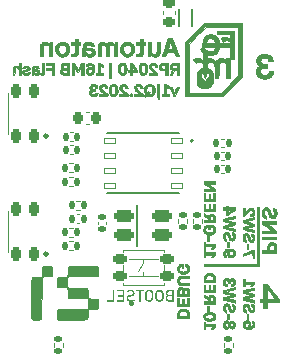
<source format=gbr>
G04 #@! TF.GenerationSoftware,KiCad,Pcbnew,7.0.5*
G04 #@! TF.CreationDate,2023-08-30T18:19:32+03:00*
G04 #@! TF.ProjectId,USB_duck_v2,5553425f-6475-4636-9b5f-76322e6b6963,rev?*
G04 #@! TF.SameCoordinates,Original*
G04 #@! TF.FileFunction,Legend,Bot*
G04 #@! TF.FilePolarity,Positive*
%FSLAX46Y46*%
G04 Gerber Fmt 4.6, Leading zero omitted, Abs format (unit mm)*
G04 Created by KiCad (PCBNEW 7.0.5) date 2023-08-30 18:19:32*
%MOMM*%
%LPD*%
G01*
G04 APERTURE LIST*
G04 Aperture macros list*
%AMRoundRect*
0 Rectangle with rounded corners*
0 $1 Rounding radius*
0 $2 $3 $4 $5 $6 $7 $8 $9 X,Y pos of 4 corners*
0 Add a 4 corners polygon primitive as box body*
4,1,4,$2,$3,$4,$5,$6,$7,$8,$9,$2,$3,0*
0 Add four circle primitives for the rounded corners*
1,1,$1+$1,$2,$3*
1,1,$1+$1,$4,$5*
1,1,$1+$1,$6,$7*
1,1,$1+$1,$8,$9*
0 Add four rect primitives between the rounded corners*
20,1,$1+$1,$2,$3,$4,$5,0*
20,1,$1+$1,$4,$5,$6,$7,0*
20,1,$1+$1,$6,$7,$8,$9,0*
20,1,$1+$1,$8,$9,$2,$3,0*%
G04 Aperture macros list end*
%ADD10C,0.153000*%
%ADD11C,0.010000*%
%ADD12C,0.120000*%
%ADD13C,0.200000*%
%ADD14C,0.250000*%
%ADD15C,0.127000*%
%ADD16C,0.600000*%
%ADD17R,0.850000X0.850000*%
%ADD18O,0.850000X0.850000*%
%ADD19RoundRect,0.075000X0.075000X0.675000X-0.075000X0.675000X-0.075000X-0.675000X0.075000X-0.675000X0*%
%ADD20RoundRect,0.175000X-0.175000X-0.525000X0.175000X-0.525000X0.175000X0.525000X-0.175000X0.525000X0*%
%ADD21RoundRect,0.135000X-0.185000X0.135000X-0.185000X-0.135000X0.185000X-0.135000X0.185000X0.135000X0*%
%ADD22RoundRect,0.140000X0.140000X0.170000X-0.140000X0.170000X-0.140000X-0.170000X0.140000X-0.170000X0*%
%ADD23RoundRect,0.135000X0.135000X0.185000X-0.135000X0.185000X-0.135000X-0.185000X0.135000X-0.185000X0*%
%ADD24RoundRect,0.262500X-0.587500X-0.262500X0.587500X-0.262500X0.587500X0.262500X-0.587500X0.262500X0*%
%ADD25RoundRect,0.225000X-0.225000X-0.250000X0.225000X-0.250000X0.225000X0.250000X-0.225000X0.250000X0*%
%ADD26RoundRect,0.225000X-0.250000X0.225000X-0.250000X-0.225000X0.250000X-0.225000X0.250000X0.225000X0*%
%ADD27RoundRect,0.225000X0.225000X-0.375000X0.225000X0.375000X-0.225000X0.375000X-0.225000X-0.375000X0*%
%ADD28RoundRect,0.135000X0.185000X-0.135000X0.185000X0.135000X-0.185000X0.135000X-0.185000X-0.135000X0*%
%ADD29RoundRect,0.026400X0.493600X0.193600X-0.493600X0.193600X-0.493600X-0.193600X0.493600X-0.193600X0*%
%ADD30R,3.400000X4.300000*%
%ADD31RoundRect,0.225000X0.350000X0.225000X-0.350000X0.225000X-0.350000X-0.225000X0.350000X-0.225000X0*%
%ADD32R,0.300000X0.850000*%
%ADD33R,0.760000X1.270000*%
%ADD34RoundRect,0.140000X0.170000X-0.140000X0.170000X0.140000X-0.170000X0.140000X-0.170000X-0.140000X0*%
G04 APERTURE END LIST*
D10*
G36*
X2494836Y-27130000D02*
G01*
X2494836Y-27000795D01*
X2225680Y-27000795D01*
X2212072Y-27000630D01*
X2198970Y-27000135D01*
X2186373Y-26999310D01*
X2174282Y-26998154D01*
X2162697Y-26996669D01*
X2151617Y-26994853D01*
X2141043Y-26992707D01*
X2130975Y-26990232D01*
X2121412Y-26987426D01*
X2108016Y-26982598D01*
X2095758Y-26977027D01*
X2084638Y-26970714D01*
X2074655Y-26963658D01*
X2068632Y-26958541D01*
X2060382Y-26950339D01*
X2052944Y-26941668D01*
X2046317Y-26932530D01*
X2040502Y-26922924D01*
X2035498Y-26912849D01*
X2031306Y-26902307D01*
X2027925Y-26891297D01*
X2025355Y-26879818D01*
X2023597Y-26867872D01*
X2022650Y-26855458D01*
X2022470Y-26846922D01*
X2022470Y-26844968D01*
X2022815Y-26831400D01*
X2023852Y-26818355D01*
X2025580Y-26805834D01*
X2028000Y-26793837D01*
X2031110Y-26782364D01*
X2034912Y-26771415D01*
X2039405Y-26760989D01*
X2044589Y-26751087D01*
X2050465Y-26741709D01*
X2057031Y-26732855D01*
X2061793Y-26727243D01*
X2069615Y-26719343D01*
X2078334Y-26712219D01*
X2087950Y-26705873D01*
X2098464Y-26700304D01*
X2109875Y-26695512D01*
X2122183Y-26691497D01*
X2135389Y-26688259D01*
X2149491Y-26685798D01*
X2159392Y-26684589D01*
X2169691Y-26683726D01*
X2180389Y-26683208D01*
X2191486Y-26683035D01*
X2494836Y-26683035D01*
X2494836Y-26557250D01*
X2191486Y-26557250D01*
X2177306Y-26556928D01*
X2163800Y-26555962D01*
X2150968Y-26554352D01*
X2138810Y-26552098D01*
X2127326Y-26549200D01*
X2116516Y-26545658D01*
X2106380Y-26541472D01*
X2096918Y-26536642D01*
X2088130Y-26531168D01*
X2080017Y-26525050D01*
X2074982Y-26520614D01*
X2067955Y-26513448D01*
X2061618Y-26505690D01*
X2055973Y-26497339D01*
X2051020Y-26488396D01*
X2046757Y-26478861D01*
X2043186Y-26468733D01*
X2040306Y-26458013D01*
X2038117Y-26446700D01*
X2036619Y-26434794D01*
X2035813Y-26422296D01*
X2035659Y-26413635D01*
X2036043Y-26399998D01*
X2037196Y-26387022D01*
X2039117Y-26374708D01*
X2041807Y-26363054D01*
X2045265Y-26352062D01*
X2049492Y-26341731D01*
X2054487Y-26332061D01*
X2060251Y-26323052D01*
X2066783Y-26314704D01*
X2074084Y-26307018D01*
X2079378Y-26302260D01*
X2087960Y-26295626D01*
X2097310Y-26289644D01*
X2107429Y-26284314D01*
X2118316Y-26279637D01*
X2129972Y-26275613D01*
X2142396Y-26272242D01*
X2155589Y-26269522D01*
X2169550Y-26267456D01*
X2179284Y-26266441D01*
X2189360Y-26265716D01*
X2199778Y-26265281D01*
X2210537Y-26265136D01*
X2494836Y-26265136D01*
X2494836Y-26136175D01*
X2185136Y-26136175D01*
X2167080Y-26136461D01*
X2149610Y-26137316D01*
X2132725Y-26138743D01*
X2116427Y-26140740D01*
X2100714Y-26143307D01*
X2085588Y-26146445D01*
X2071047Y-26150153D01*
X2057091Y-26154433D01*
X2043722Y-26159282D01*
X2030938Y-26164702D01*
X2018740Y-26170693D01*
X2007128Y-26177254D01*
X1996102Y-26184386D01*
X1985662Y-26192088D01*
X1975807Y-26200361D01*
X1966538Y-26209204D01*
X1957843Y-26218528D01*
X1949708Y-26228243D01*
X1942135Y-26238350D01*
X1935122Y-26248848D01*
X1928671Y-26259736D01*
X1922781Y-26271016D01*
X1917451Y-26282688D01*
X1912683Y-26294750D01*
X1908475Y-26307204D01*
X1904829Y-26320048D01*
X1901743Y-26333284D01*
X1899219Y-26346911D01*
X1897255Y-26360929D01*
X1895853Y-26375339D01*
X1895011Y-26390139D01*
X1894731Y-26405331D01*
X1895115Y-26419189D01*
X1896268Y-26432828D01*
X1898189Y-26446249D01*
X1900879Y-26459450D01*
X1904337Y-26472432D01*
X1908564Y-26485196D01*
X1913559Y-26497740D01*
X1919323Y-26510065D01*
X1925855Y-26522172D01*
X1933156Y-26534059D01*
X1938450Y-26541863D01*
X1947088Y-26553056D01*
X1956605Y-26563464D01*
X1967003Y-26573086D01*
X1978281Y-26581922D01*
X1990439Y-26589973D01*
X1999033Y-26594904D01*
X2008019Y-26599485D01*
X2017395Y-26603717D01*
X2027163Y-26607601D01*
X2037322Y-26611134D01*
X2047872Y-26614319D01*
X2058814Y-26617155D01*
X2070146Y-26619641D01*
X2075959Y-26620753D01*
X2064581Y-26622674D01*
X2053527Y-26625016D01*
X2042797Y-26627780D01*
X2032392Y-26630966D01*
X2022311Y-26634573D01*
X2012555Y-26638602D01*
X2003123Y-26643053D01*
X1994016Y-26647925D01*
X1985232Y-26653219D01*
X1976774Y-26658935D01*
X1968639Y-26665073D01*
X1960829Y-26671632D01*
X1953343Y-26678613D01*
X1946182Y-26686016D01*
X1939345Y-26693840D01*
X1932833Y-26702086D01*
X1926651Y-26710620D01*
X1920869Y-26719309D01*
X1915485Y-26728152D01*
X1910500Y-26737150D01*
X1905914Y-26746303D01*
X1901726Y-26755610D01*
X1897937Y-26765071D01*
X1894548Y-26774687D01*
X1891557Y-26784458D01*
X1888964Y-26794383D01*
X1886771Y-26804463D01*
X1884976Y-26814697D01*
X1883581Y-26825086D01*
X1882584Y-26835630D01*
X1881985Y-26846328D01*
X1881786Y-26857180D01*
X1881786Y-26859378D01*
X1882093Y-26874398D01*
X1883015Y-26889050D01*
X1884551Y-26903334D01*
X1886701Y-26917249D01*
X1889466Y-26930796D01*
X1892846Y-26943974D01*
X1896839Y-26956785D01*
X1901448Y-26969227D01*
X1906670Y-26981300D01*
X1912507Y-26993006D01*
X1918959Y-27004343D01*
X1926024Y-27015312D01*
X1933705Y-27025913D01*
X1941999Y-27036145D01*
X1950909Y-27046010D01*
X1960432Y-27055505D01*
X1970481Y-27064526D01*
X1980968Y-27072965D01*
X1991891Y-27080822D01*
X2003251Y-27088097D01*
X2015048Y-27094789D01*
X2027282Y-27100900D01*
X2039953Y-27106429D01*
X2053061Y-27111376D01*
X2066606Y-27115741D01*
X2080588Y-27119524D01*
X2095007Y-27122725D01*
X2109863Y-27125344D01*
X2125156Y-27127381D01*
X2140886Y-27128836D01*
X2157052Y-27129709D01*
X2173656Y-27130000D01*
X2494836Y-27130000D01*
G37*
G36*
X2576901Y-27130000D02*
G01*
X2576901Y-26136175D01*
X2438171Y-26136175D01*
X2438171Y-27130000D01*
X2576901Y-27130000D01*
G37*
G36*
X1378023Y-26126095D02*
G01*
X1390869Y-26126627D01*
X1403508Y-26127514D01*
X1415939Y-26128756D01*
X1428161Y-26130354D01*
X1440176Y-26132306D01*
X1451982Y-26134613D01*
X1463581Y-26137274D01*
X1474972Y-26140291D01*
X1486155Y-26143663D01*
X1497129Y-26147390D01*
X1507896Y-26151471D01*
X1518455Y-26155908D01*
X1528805Y-26160699D01*
X1538948Y-26165845D01*
X1548883Y-26171346D01*
X1558576Y-26177169D01*
X1567995Y-26183280D01*
X1577139Y-26189679D01*
X1586008Y-26196366D01*
X1594602Y-26203341D01*
X1602922Y-26210605D01*
X1610966Y-26218156D01*
X1618736Y-26225996D01*
X1626232Y-26234123D01*
X1633452Y-26242539D01*
X1640398Y-26251243D01*
X1647069Y-26260235D01*
X1653465Y-26269516D01*
X1659586Y-26279084D01*
X1665433Y-26288941D01*
X1671004Y-26299085D01*
X1676239Y-26309486D01*
X1681137Y-26320109D01*
X1685696Y-26330956D01*
X1689918Y-26342026D01*
X1693802Y-26353320D01*
X1697348Y-26364836D01*
X1700557Y-26376576D01*
X1703428Y-26388539D01*
X1705961Y-26400726D01*
X1708156Y-26413135D01*
X1710014Y-26425768D01*
X1711533Y-26438624D01*
X1712716Y-26451704D01*
X1713560Y-26465006D01*
X1714066Y-26478532D01*
X1714235Y-26492281D01*
X1714235Y-26773893D01*
X1714066Y-26787526D01*
X1713560Y-26800947D01*
X1712716Y-26814156D01*
X1711533Y-26827154D01*
X1710014Y-26839939D01*
X1708156Y-26852513D01*
X1705961Y-26864875D01*
X1703428Y-26877025D01*
X1700557Y-26888963D01*
X1697348Y-26900690D01*
X1693802Y-26912205D01*
X1689918Y-26923507D01*
X1685696Y-26934599D01*
X1681137Y-26945478D01*
X1676239Y-26956145D01*
X1671004Y-26966601D01*
X1665433Y-26976805D01*
X1659586Y-26986717D01*
X1653465Y-26996337D01*
X1647069Y-27005665D01*
X1640398Y-27014701D01*
X1633452Y-27023445D01*
X1626232Y-27031897D01*
X1618736Y-27040057D01*
X1610966Y-27047925D01*
X1602922Y-27055502D01*
X1594602Y-27062786D01*
X1586008Y-27069778D01*
X1577139Y-27076479D01*
X1567995Y-27082887D01*
X1558576Y-27089004D01*
X1548883Y-27094829D01*
X1538948Y-27100330D01*
X1528805Y-27105476D01*
X1518455Y-27110267D01*
X1507896Y-27114704D01*
X1497129Y-27118785D01*
X1486155Y-27122512D01*
X1474972Y-27125884D01*
X1463581Y-27128900D01*
X1451982Y-27131562D01*
X1440176Y-27133869D01*
X1428161Y-27135821D01*
X1415939Y-27137418D01*
X1403508Y-27138661D01*
X1390869Y-27139548D01*
X1378023Y-27140080D01*
X1364968Y-27140258D01*
X1351914Y-27140080D01*
X1339067Y-27139548D01*
X1326428Y-27138661D01*
X1313998Y-27137418D01*
X1301775Y-27135821D01*
X1289760Y-27133869D01*
X1277954Y-27131562D01*
X1266355Y-27128900D01*
X1254964Y-27125884D01*
X1243782Y-27122512D01*
X1232807Y-27118785D01*
X1222040Y-27114704D01*
X1211482Y-27110267D01*
X1201131Y-27105476D01*
X1190988Y-27100330D01*
X1181053Y-27094829D01*
X1171361Y-27089004D01*
X1161945Y-27082887D01*
X1152806Y-27076479D01*
X1143944Y-27069778D01*
X1135358Y-27062786D01*
X1127049Y-27055502D01*
X1119017Y-27047925D01*
X1111261Y-27040057D01*
X1103782Y-27031897D01*
X1096580Y-27023445D01*
X1089654Y-27014701D01*
X1083005Y-27005665D01*
X1076633Y-26996337D01*
X1070537Y-26986717D01*
X1064718Y-26976805D01*
X1059176Y-26966601D01*
X1053911Y-26956145D01*
X1048987Y-26945478D01*
X1044401Y-26934599D01*
X1040156Y-26923507D01*
X1036250Y-26912205D01*
X1032683Y-26900690D01*
X1029457Y-26888963D01*
X1026570Y-26877025D01*
X1024022Y-26864875D01*
X1021815Y-26852513D01*
X1019946Y-26839939D01*
X1018418Y-26827154D01*
X1017229Y-26814156D01*
X1016380Y-26800947D01*
X1015871Y-26787526D01*
X1015759Y-26778534D01*
X1158583Y-26778534D01*
X1158803Y-26791049D01*
X1159464Y-26803252D01*
X1160566Y-26815145D01*
X1162109Y-26826726D01*
X1164093Y-26837997D01*
X1166517Y-26848956D01*
X1169382Y-26859605D01*
X1172688Y-26869942D01*
X1176435Y-26879968D01*
X1180622Y-26889684D01*
X1185250Y-26899088D01*
X1190319Y-26908181D01*
X1195829Y-26916963D01*
X1201780Y-26925435D01*
X1208171Y-26933595D01*
X1215003Y-26941444D01*
X1222201Y-26948868D01*
X1229688Y-26955812D01*
X1237466Y-26962278D01*
X1245533Y-26968265D01*
X1253891Y-26973773D01*
X1262539Y-26978802D01*
X1271477Y-26983352D01*
X1280704Y-26987423D01*
X1290222Y-26991015D01*
X1300030Y-26994128D01*
X1310128Y-26996762D01*
X1320516Y-26998917D01*
X1331194Y-27000594D01*
X1342162Y-27001791D01*
X1353420Y-27002510D01*
X1364968Y-27002749D01*
X1376458Y-27002510D01*
X1387664Y-27001791D01*
X1398585Y-27000594D01*
X1409222Y-26998917D01*
X1419575Y-26996762D01*
X1429643Y-26994128D01*
X1439427Y-26991015D01*
X1448927Y-26987423D01*
X1458142Y-26983352D01*
X1467073Y-26978802D01*
X1475720Y-26973773D01*
X1484082Y-26968265D01*
X1492160Y-26962278D01*
X1499954Y-26955812D01*
X1507464Y-26948868D01*
X1514689Y-26941444D01*
X1521551Y-26933595D01*
X1527970Y-26925435D01*
X1533946Y-26916963D01*
X1539480Y-26908181D01*
X1544571Y-26899088D01*
X1549219Y-26889684D01*
X1553424Y-26879968D01*
X1557187Y-26869942D01*
X1560507Y-26859605D01*
X1563385Y-26848956D01*
X1565820Y-26837997D01*
X1567812Y-26826726D01*
X1569361Y-26815145D01*
X1570468Y-26803252D01*
X1571132Y-26791049D01*
X1571353Y-26778534D01*
X1571353Y-26487397D01*
X1571132Y-26474825D01*
X1570468Y-26462572D01*
X1569361Y-26450637D01*
X1567812Y-26439021D01*
X1565820Y-26427724D01*
X1563385Y-26416746D01*
X1560507Y-26406086D01*
X1557187Y-26395744D01*
X1553424Y-26385722D01*
X1549219Y-26376018D01*
X1544571Y-26366633D01*
X1539480Y-26357566D01*
X1533946Y-26348818D01*
X1527970Y-26340389D01*
X1521551Y-26332279D01*
X1514689Y-26324487D01*
X1507464Y-26317063D01*
X1499954Y-26310118D01*
X1492160Y-26303652D01*
X1484082Y-26297666D01*
X1475720Y-26292158D01*
X1467073Y-26287129D01*
X1458142Y-26282579D01*
X1448927Y-26278508D01*
X1439427Y-26274916D01*
X1429643Y-26271803D01*
X1419575Y-26269168D01*
X1409222Y-26267013D01*
X1398585Y-26265337D01*
X1387664Y-26264140D01*
X1376458Y-26263421D01*
X1364968Y-26263182D01*
X1353420Y-26263421D01*
X1342162Y-26264140D01*
X1331194Y-26265337D01*
X1320516Y-26267013D01*
X1310128Y-26269168D01*
X1300030Y-26271803D01*
X1290222Y-26274916D01*
X1280704Y-26278508D01*
X1271477Y-26282579D01*
X1262539Y-26287129D01*
X1253891Y-26292158D01*
X1245533Y-26297666D01*
X1237466Y-26303652D01*
X1229688Y-26310118D01*
X1222201Y-26317063D01*
X1215003Y-26324487D01*
X1208171Y-26332279D01*
X1201780Y-26340389D01*
X1195829Y-26348818D01*
X1190319Y-26357566D01*
X1185250Y-26366633D01*
X1180622Y-26376018D01*
X1176435Y-26385722D01*
X1172688Y-26395744D01*
X1169382Y-26406086D01*
X1166517Y-26416746D01*
X1164093Y-26427724D01*
X1162109Y-26439021D01*
X1160566Y-26450637D01*
X1159464Y-26462572D01*
X1158803Y-26474825D01*
X1158583Y-26487397D01*
X1158583Y-26778534D01*
X1015759Y-26778534D01*
X1015701Y-26773893D01*
X1015701Y-26492281D01*
X1015871Y-26478532D01*
X1016380Y-26465006D01*
X1017229Y-26451704D01*
X1018418Y-26438624D01*
X1019946Y-26425768D01*
X1021815Y-26413135D01*
X1024022Y-26400726D01*
X1026570Y-26388539D01*
X1029457Y-26376576D01*
X1032683Y-26364836D01*
X1036250Y-26353320D01*
X1040156Y-26342026D01*
X1044401Y-26330956D01*
X1048987Y-26320109D01*
X1053911Y-26309486D01*
X1059176Y-26299085D01*
X1064718Y-26288941D01*
X1070537Y-26279084D01*
X1076633Y-26269516D01*
X1083005Y-26260235D01*
X1089654Y-26251243D01*
X1096580Y-26242539D01*
X1103782Y-26234123D01*
X1111261Y-26225996D01*
X1119017Y-26218156D01*
X1127049Y-26210605D01*
X1135358Y-26203341D01*
X1143944Y-26196366D01*
X1152806Y-26189679D01*
X1161945Y-26183280D01*
X1171361Y-26177169D01*
X1181053Y-26171346D01*
X1190988Y-26165845D01*
X1201131Y-26160699D01*
X1211482Y-26155908D01*
X1222040Y-26151471D01*
X1232807Y-26147390D01*
X1243782Y-26143663D01*
X1254964Y-26140291D01*
X1266355Y-26137274D01*
X1277954Y-26134613D01*
X1289760Y-26132306D01*
X1301775Y-26130354D01*
X1313998Y-26128756D01*
X1326428Y-26127514D01*
X1339067Y-26126627D01*
X1351914Y-26126095D01*
X1364968Y-26125917D01*
X1378023Y-26126095D01*
G37*
G36*
X501679Y-26126095D02*
G01*
X514526Y-26126627D01*
X527165Y-26127514D01*
X539595Y-26128756D01*
X551818Y-26130354D01*
X563832Y-26132306D01*
X575639Y-26134613D01*
X587238Y-26137274D01*
X598628Y-26140291D01*
X609811Y-26143663D01*
X620786Y-26147390D01*
X631553Y-26151471D01*
X642111Y-26155908D01*
X652462Y-26160699D01*
X662605Y-26165845D01*
X672540Y-26171346D01*
X682233Y-26177169D01*
X691652Y-26183280D01*
X700795Y-26189679D01*
X709665Y-26196366D01*
X718259Y-26203341D01*
X726578Y-26210605D01*
X734623Y-26218156D01*
X742393Y-26225996D01*
X749888Y-26234123D01*
X757109Y-26242539D01*
X764054Y-26251243D01*
X770725Y-26260235D01*
X777121Y-26269516D01*
X783243Y-26279084D01*
X789089Y-26288941D01*
X794661Y-26299085D01*
X799896Y-26309486D01*
X804793Y-26320109D01*
X809353Y-26330956D01*
X813575Y-26342026D01*
X817459Y-26353320D01*
X821005Y-26364836D01*
X824213Y-26376576D01*
X827084Y-26388539D01*
X829617Y-26400726D01*
X831813Y-26413135D01*
X833670Y-26425768D01*
X835190Y-26438624D01*
X836372Y-26451704D01*
X837217Y-26465006D01*
X837723Y-26478532D01*
X837892Y-26492281D01*
X837892Y-26773893D01*
X837723Y-26787526D01*
X837217Y-26800947D01*
X836372Y-26814156D01*
X835190Y-26827154D01*
X833670Y-26839939D01*
X831813Y-26852513D01*
X829617Y-26864875D01*
X827084Y-26877025D01*
X824213Y-26888963D01*
X821005Y-26900690D01*
X817459Y-26912205D01*
X813575Y-26923507D01*
X809353Y-26934599D01*
X804793Y-26945478D01*
X799896Y-26956145D01*
X794661Y-26966601D01*
X789089Y-26976805D01*
X783243Y-26986717D01*
X777121Y-26996337D01*
X770725Y-27005665D01*
X764054Y-27014701D01*
X757109Y-27023445D01*
X749888Y-27031897D01*
X742393Y-27040057D01*
X734623Y-27047925D01*
X726578Y-27055502D01*
X718259Y-27062786D01*
X709665Y-27069778D01*
X700795Y-27076479D01*
X691652Y-27082887D01*
X682233Y-27089004D01*
X672540Y-27094829D01*
X662605Y-27100330D01*
X652462Y-27105476D01*
X642111Y-27110267D01*
X631553Y-27114704D01*
X620786Y-27118785D01*
X609811Y-27122512D01*
X598628Y-27125884D01*
X587238Y-27128900D01*
X575639Y-27131562D01*
X563832Y-27133869D01*
X551818Y-27135821D01*
X539595Y-27137418D01*
X527165Y-27138661D01*
X514526Y-27139548D01*
X501679Y-27140080D01*
X488625Y-27140258D01*
X475570Y-27140080D01*
X462724Y-27139548D01*
X450085Y-27138661D01*
X437654Y-27137418D01*
X425432Y-27135821D01*
X413417Y-27133869D01*
X401610Y-27131562D01*
X390012Y-27128900D01*
X378621Y-27125884D01*
X367438Y-27122512D01*
X356464Y-27118785D01*
X345697Y-27114704D01*
X335138Y-27110267D01*
X324787Y-27105476D01*
X314645Y-27100330D01*
X304710Y-27094829D01*
X295017Y-27089004D01*
X285602Y-27082887D01*
X276463Y-27076479D01*
X267600Y-27069778D01*
X259015Y-27062786D01*
X250706Y-27055502D01*
X242673Y-27047925D01*
X234918Y-27040057D01*
X227439Y-27031897D01*
X220236Y-27023445D01*
X213311Y-27014701D01*
X206662Y-27005665D01*
X200289Y-26996337D01*
X194194Y-26986717D01*
X188375Y-26976805D01*
X182833Y-26966601D01*
X177568Y-26956145D01*
X172643Y-26945478D01*
X168058Y-26934599D01*
X163812Y-26923507D01*
X159906Y-26912205D01*
X156340Y-26900690D01*
X153113Y-26888963D01*
X150226Y-26877025D01*
X147679Y-26864875D01*
X145471Y-26852513D01*
X143603Y-26839939D01*
X142075Y-26827154D01*
X140886Y-26814156D01*
X140037Y-26800947D01*
X139527Y-26787526D01*
X139415Y-26778534D01*
X282240Y-26778534D01*
X282460Y-26791049D01*
X283121Y-26803252D01*
X284223Y-26815145D01*
X285766Y-26826726D01*
X287749Y-26837997D01*
X290174Y-26848956D01*
X293039Y-26859605D01*
X296345Y-26869942D01*
X300091Y-26879968D01*
X304279Y-26889684D01*
X308907Y-26899088D01*
X313976Y-26908181D01*
X319486Y-26916963D01*
X325436Y-26925435D01*
X331828Y-26933595D01*
X338660Y-26941444D01*
X345857Y-26948868D01*
X353345Y-26955812D01*
X361122Y-26962278D01*
X369190Y-26968265D01*
X377548Y-26973773D01*
X386195Y-26978802D01*
X395133Y-26983352D01*
X404361Y-26987423D01*
X413879Y-26991015D01*
X423687Y-26994128D01*
X433785Y-26996762D01*
X444173Y-26998917D01*
X454851Y-27000594D01*
X465819Y-27001791D01*
X477077Y-27002510D01*
X488625Y-27002749D01*
X500115Y-27002510D01*
X511320Y-27001791D01*
X522242Y-27000594D01*
X532879Y-26998917D01*
X543231Y-26996762D01*
X553300Y-26994128D01*
X563084Y-26991015D01*
X572583Y-26987423D01*
X581799Y-26983352D01*
X590730Y-26978802D01*
X599376Y-26973773D01*
X607739Y-26968265D01*
X615817Y-26962278D01*
X623611Y-26955812D01*
X631120Y-26948868D01*
X638346Y-26941444D01*
X645207Y-26933595D01*
X651626Y-26925435D01*
X657603Y-26916963D01*
X663136Y-26908181D01*
X668227Y-26899088D01*
X672875Y-26889684D01*
X677081Y-26879968D01*
X680844Y-26869942D01*
X684164Y-26859605D01*
X687042Y-26848956D01*
X689476Y-26837997D01*
X691468Y-26826726D01*
X693018Y-26815145D01*
X694125Y-26803252D01*
X694789Y-26791049D01*
X695010Y-26778534D01*
X695010Y-26487397D01*
X694789Y-26474825D01*
X694125Y-26462572D01*
X693018Y-26450637D01*
X691468Y-26439021D01*
X689476Y-26427724D01*
X687042Y-26416746D01*
X684164Y-26406086D01*
X680844Y-26395744D01*
X677081Y-26385722D01*
X672875Y-26376018D01*
X668227Y-26366633D01*
X663136Y-26357566D01*
X657603Y-26348818D01*
X651626Y-26340389D01*
X645207Y-26332279D01*
X638346Y-26324487D01*
X631120Y-26317063D01*
X623611Y-26310118D01*
X615817Y-26303652D01*
X607739Y-26297666D01*
X599376Y-26292158D01*
X590730Y-26287129D01*
X581799Y-26282579D01*
X572583Y-26278508D01*
X563084Y-26274916D01*
X553300Y-26271803D01*
X543231Y-26269168D01*
X532879Y-26267013D01*
X522242Y-26265337D01*
X511320Y-26264140D01*
X500115Y-26263421D01*
X488625Y-26263182D01*
X477077Y-26263421D01*
X465819Y-26264140D01*
X454851Y-26265337D01*
X444173Y-26267013D01*
X433785Y-26269168D01*
X423687Y-26271803D01*
X413879Y-26274916D01*
X404361Y-26278508D01*
X395133Y-26282579D01*
X386195Y-26287129D01*
X377548Y-26292158D01*
X369190Y-26297666D01*
X361122Y-26303652D01*
X353345Y-26310118D01*
X345857Y-26317063D01*
X338660Y-26324487D01*
X331828Y-26332279D01*
X325436Y-26340389D01*
X319486Y-26348818D01*
X313976Y-26357566D01*
X308907Y-26366633D01*
X304279Y-26376018D01*
X300091Y-26385722D01*
X296345Y-26395744D01*
X293039Y-26406086D01*
X290174Y-26416746D01*
X287749Y-26427724D01*
X285766Y-26439021D01*
X284223Y-26450637D01*
X283121Y-26462572D01*
X282460Y-26474825D01*
X282240Y-26487397D01*
X282240Y-26778534D01*
X139415Y-26778534D01*
X139357Y-26773893D01*
X139357Y-26492281D01*
X139527Y-26478532D01*
X140037Y-26465006D01*
X140886Y-26451704D01*
X142075Y-26438624D01*
X143603Y-26425768D01*
X145471Y-26413135D01*
X147679Y-26400726D01*
X150226Y-26388539D01*
X153113Y-26376576D01*
X156340Y-26364836D01*
X159906Y-26353320D01*
X163812Y-26342026D01*
X168058Y-26330956D01*
X172643Y-26320109D01*
X177568Y-26309486D01*
X182833Y-26299085D01*
X188375Y-26288941D01*
X194194Y-26279084D01*
X200289Y-26269516D01*
X206662Y-26260235D01*
X213311Y-26251243D01*
X220236Y-26242539D01*
X227439Y-26234123D01*
X234918Y-26225996D01*
X242673Y-26218156D01*
X250706Y-26210605D01*
X259015Y-26203341D01*
X267600Y-26196366D01*
X276463Y-26189679D01*
X285602Y-26183280D01*
X295017Y-26177169D01*
X304710Y-26171346D01*
X314645Y-26165845D01*
X324787Y-26160699D01*
X335138Y-26155908D01*
X345697Y-26151471D01*
X356464Y-26147390D01*
X367438Y-26143663D01*
X378621Y-26140291D01*
X390012Y-26137274D01*
X401610Y-26134613D01*
X413417Y-26132306D01*
X425432Y-26130354D01*
X437654Y-26128756D01*
X450085Y-26127514D01*
X462724Y-26126627D01*
X475570Y-26126095D01*
X488625Y-26125917D01*
X501679Y-26126095D01*
G37*
G36*
X-230425Y-27130000D02*
G01*
X-230425Y-26217508D01*
X-369888Y-26217508D01*
X-369888Y-27130000D01*
X-230425Y-27130000D01*
G37*
G36*
X50453Y-26268555D02*
G01*
X50453Y-26136175D01*
X-651011Y-26136175D01*
X-651011Y-26268555D01*
X50453Y-26268555D01*
G37*
G36*
X-1059141Y-27140258D02*
G01*
X-1045615Y-27140137D01*
X-1032239Y-27139777D01*
X-1019014Y-27139176D01*
X-1005938Y-27138334D01*
X-993013Y-27137252D01*
X-980238Y-27135930D01*
X-967614Y-27134367D01*
X-955140Y-27132564D01*
X-942815Y-27130520D01*
X-930642Y-27128236D01*
X-922609Y-27126580D01*
X-910728Y-27123895D01*
X-898988Y-27120970D01*
X-887389Y-27117805D01*
X-875932Y-27114398D01*
X-864617Y-27110752D01*
X-853444Y-27106865D01*
X-842412Y-27102738D01*
X-831522Y-27098370D01*
X-820774Y-27093762D01*
X-810167Y-27088913D01*
X-803175Y-27085547D01*
X-792796Y-27080298D01*
X-782541Y-27074808D01*
X-772411Y-27069078D01*
X-762405Y-27063107D01*
X-752524Y-27056896D01*
X-742767Y-27050445D01*
X-733135Y-27043753D01*
X-723628Y-27036821D01*
X-714245Y-27029648D01*
X-704986Y-27022235D01*
X-698883Y-27017159D01*
X-785589Y-26910669D01*
X-796358Y-26919660D01*
X-807325Y-26928221D01*
X-818489Y-26936352D01*
X-829851Y-26944054D01*
X-841410Y-26951327D01*
X-853166Y-26958171D01*
X-865120Y-26964585D01*
X-877272Y-26970570D01*
X-889621Y-26976126D01*
X-902167Y-26981252D01*
X-910642Y-26984431D01*
X-923567Y-26988839D01*
X-936699Y-26992814D01*
X-950037Y-26996355D01*
X-963581Y-26999463D01*
X-977331Y-27002137D01*
X-991287Y-27004378D01*
X-1005450Y-27006184D01*
X-1019818Y-27007558D01*
X-1034392Y-27008497D01*
X-1044223Y-27008882D01*
X-1054146Y-27009075D01*
X-1059141Y-27009099D01*
X-1072446Y-27008942D01*
X-1085371Y-27008470D01*
X-1097916Y-27007682D01*
X-1110081Y-27006581D01*
X-1121867Y-27005164D01*
X-1133273Y-27003432D01*
X-1144299Y-27001386D01*
X-1154945Y-26999024D01*
X-1165212Y-26996348D01*
X-1175099Y-26993357D01*
X-1184607Y-26990051D01*
X-1193734Y-26986431D01*
X-1206714Y-26980409D01*
X-1218839Y-26973679D01*
X-1226448Y-26968799D01*
X-1237098Y-26960918D01*
X-1246701Y-26952479D01*
X-1255256Y-26943481D01*
X-1262763Y-26933926D01*
X-1269223Y-26923812D01*
X-1274636Y-26913140D01*
X-1279001Y-26901911D01*
X-1282318Y-26890122D01*
X-1284588Y-26877776D01*
X-1285810Y-26864872D01*
X-1286043Y-26855959D01*
X-1286043Y-26855226D01*
X-1285779Y-26844836D01*
X-1284987Y-26834913D01*
X-1283109Y-26822411D01*
X-1280293Y-26810741D01*
X-1276537Y-26799902D01*
X-1271843Y-26789896D01*
X-1266210Y-26780722D01*
X-1259639Y-26772379D01*
X-1256001Y-26768520D01*
X-1248197Y-26761193D01*
X-1239805Y-26754354D01*
X-1230825Y-26748004D01*
X-1221257Y-26742142D01*
X-1211102Y-26736769D01*
X-1200359Y-26731884D01*
X-1189029Y-26727487D01*
X-1177110Y-26723579D01*
X-1164753Y-26719996D01*
X-1155295Y-26717413D01*
X-1145674Y-26714921D01*
X-1135889Y-26712519D01*
X-1125942Y-26710207D01*
X-1115831Y-26707985D01*
X-1105557Y-26705854D01*
X-1095120Y-26703812D01*
X-1084520Y-26701861D01*
X-1073756Y-26700000D01*
X-1070132Y-26699399D01*
X-1059591Y-26697583D01*
X-1049032Y-26695707D01*
X-1038456Y-26693771D01*
X-1027863Y-26691774D01*
X-1017253Y-26689718D01*
X-1006625Y-26687601D01*
X-995981Y-26685425D01*
X-985319Y-26683188D01*
X-974640Y-26680891D01*
X-963944Y-26678534D01*
X-956803Y-26676929D01*
X-946212Y-26674329D01*
X-935780Y-26671476D01*
X-925507Y-26668370D01*
X-915393Y-26665011D01*
X-905437Y-26661398D01*
X-895641Y-26657532D01*
X-886003Y-26653412D01*
X-876524Y-26649040D01*
X-867204Y-26644413D01*
X-858042Y-26639534D01*
X-852023Y-26636140D01*
X-843213Y-26630709D01*
X-834733Y-26624858D01*
X-826583Y-26618585D01*
X-818764Y-26611892D01*
X-811276Y-26604778D01*
X-804118Y-26597243D01*
X-797291Y-26589287D01*
X-790795Y-26580911D01*
X-784629Y-26572114D01*
X-778793Y-26562896D01*
X-775087Y-26556517D01*
X-769893Y-26546458D01*
X-765209Y-26535789D01*
X-761037Y-26524511D01*
X-757375Y-26512622D01*
X-754225Y-26500124D01*
X-751585Y-26487017D01*
X-749456Y-26473300D01*
X-747838Y-26458973D01*
X-747044Y-26449083D01*
X-746476Y-26438922D01*
X-746135Y-26428490D01*
X-746022Y-26417787D01*
X-746022Y-26417055D01*
X-746382Y-26399958D01*
X-747464Y-26383349D01*
X-749268Y-26367229D01*
X-751792Y-26351598D01*
X-755038Y-26336454D01*
X-759005Y-26321800D01*
X-763693Y-26307634D01*
X-769103Y-26293956D01*
X-775234Y-26280767D01*
X-782086Y-26268066D01*
X-789659Y-26255854D01*
X-797954Y-26244131D01*
X-806970Y-26232896D01*
X-816707Y-26222149D01*
X-827166Y-26211891D01*
X-838346Y-26202121D01*
X-850182Y-26192893D01*
X-862610Y-26184261D01*
X-875629Y-26176224D01*
X-889240Y-26168782D01*
X-903442Y-26161935D01*
X-918236Y-26155684D01*
X-933621Y-26150029D01*
X-949598Y-26144968D01*
X-966167Y-26140503D01*
X-983327Y-26136633D01*
X-1001078Y-26133359D01*
X-1019421Y-26130680D01*
X-1038356Y-26128596D01*
X-1057882Y-26127108D01*
X-1067867Y-26126587D01*
X-1077999Y-26126215D01*
X-1088280Y-26125992D01*
X-1098709Y-26125917D01*
X-1108708Y-26126017D01*
X-1118679Y-26126318D01*
X-1128622Y-26126819D01*
X-1138535Y-26127520D01*
X-1148421Y-26128422D01*
X-1158277Y-26129524D01*
X-1168105Y-26130826D01*
X-1177904Y-26132329D01*
X-1187675Y-26134032D01*
X-1197417Y-26135935D01*
X-1207130Y-26138039D01*
X-1216815Y-26140343D01*
X-1226471Y-26142847D01*
X-1236099Y-26145552D01*
X-1245698Y-26148457D01*
X-1255268Y-26151563D01*
X-1264838Y-26154845D01*
X-1274373Y-26158340D01*
X-1283873Y-26162050D01*
X-1293340Y-26165973D01*
X-1302771Y-26170110D01*
X-1312169Y-26174460D01*
X-1321532Y-26179025D01*
X-1330861Y-26183803D01*
X-1340156Y-26188794D01*
X-1349416Y-26194000D01*
X-1358642Y-26199419D01*
X-1367834Y-26205052D01*
X-1376991Y-26210898D01*
X-1386114Y-26216959D01*
X-1395202Y-26223233D01*
X-1404256Y-26229720D01*
X-1325122Y-26340362D01*
X-1314456Y-26332631D01*
X-1303798Y-26325281D01*
X-1293149Y-26318314D01*
X-1282509Y-26311729D01*
X-1271877Y-26305526D01*
X-1261254Y-26299705D01*
X-1250639Y-26294266D01*
X-1240034Y-26289209D01*
X-1229436Y-26284534D01*
X-1218847Y-26280241D01*
X-1211793Y-26277592D01*
X-1201254Y-26273925D01*
X-1190701Y-26270620D01*
X-1180136Y-26267674D01*
X-1169558Y-26265090D01*
X-1158967Y-26262866D01*
X-1148363Y-26261003D01*
X-1137747Y-26259500D01*
X-1127117Y-26258358D01*
X-1116475Y-26257576D01*
X-1105819Y-26257156D01*
X-1098709Y-26257076D01*
X-1086155Y-26257235D01*
X-1073956Y-26257713D01*
X-1062112Y-26258510D01*
X-1050623Y-26259625D01*
X-1039489Y-26261059D01*
X-1028710Y-26262811D01*
X-1018286Y-26264883D01*
X-1008217Y-26267273D01*
X-998502Y-26269981D01*
X-989143Y-26273009D01*
X-975769Y-26278147D01*
X-963194Y-26284002D01*
X-951417Y-26290575D01*
X-940439Y-26297864D01*
X-930356Y-26305765D01*
X-921265Y-26314262D01*
X-913166Y-26323356D01*
X-906058Y-26333047D01*
X-899942Y-26343334D01*
X-894818Y-26354218D01*
X-890686Y-26365699D01*
X-887545Y-26377777D01*
X-885396Y-26390452D01*
X-884239Y-26403723D01*
X-884019Y-26412903D01*
X-884019Y-26413635D01*
X-884307Y-26423891D01*
X-885170Y-26433682D01*
X-887215Y-26446016D01*
X-890283Y-26457526D01*
X-894375Y-26468212D01*
X-899488Y-26478073D01*
X-905625Y-26487110D01*
X-912784Y-26495323D01*
X-916748Y-26499120D01*
X-925304Y-26506211D01*
X-934486Y-26512828D01*
X-944294Y-26518973D01*
X-954727Y-26524644D01*
X-965787Y-26529841D01*
X-977472Y-26534566D01*
X-989784Y-26538817D01*
X-999428Y-26541695D01*
X-1002721Y-26542595D01*
X-1012727Y-26545191D01*
X-1022871Y-26547756D01*
X-1033152Y-26550291D01*
X-1043571Y-26552796D01*
X-1054127Y-26555272D01*
X-1064820Y-26557717D01*
X-1075650Y-26560132D01*
X-1086618Y-26562517D01*
X-1097724Y-26564871D01*
X-1108967Y-26567196D01*
X-1116538Y-26568729D01*
X-1126796Y-26570829D01*
X-1137055Y-26573006D01*
X-1147313Y-26575260D01*
X-1157571Y-26577591D01*
X-1167829Y-26579999D01*
X-1178087Y-26582485D01*
X-1188346Y-26585048D01*
X-1198604Y-26587689D01*
X-1208862Y-26590406D01*
X-1219120Y-26593201D01*
X-1225959Y-26595108D01*
X-1236129Y-26598113D01*
X-1246123Y-26601359D01*
X-1255942Y-26604845D01*
X-1265584Y-26608572D01*
X-1275050Y-26612539D01*
X-1284340Y-26616746D01*
X-1293454Y-26621194D01*
X-1302392Y-26625882D01*
X-1311154Y-26630811D01*
X-1319740Y-26635980D01*
X-1325366Y-26639560D01*
X-1333590Y-26645198D01*
X-1341500Y-26651215D01*
X-1349097Y-26657609D01*
X-1356381Y-26664381D01*
X-1363351Y-26671531D01*
X-1370008Y-26679059D01*
X-1376351Y-26686964D01*
X-1382381Y-26695247D01*
X-1388098Y-26703908D01*
X-1393501Y-26712947D01*
X-1396929Y-26719183D01*
X-1401774Y-26728933D01*
X-1406143Y-26739224D01*
X-1410034Y-26750056D01*
X-1413450Y-26761429D01*
X-1416389Y-26773343D01*
X-1418851Y-26785798D01*
X-1420836Y-26798794D01*
X-1422346Y-26812331D01*
X-1423378Y-26826409D01*
X-1423934Y-26841028D01*
X-1424040Y-26851074D01*
X-1424040Y-26852540D01*
X-1423666Y-26869455D01*
X-1422544Y-26885886D01*
X-1420674Y-26901833D01*
X-1418056Y-26917295D01*
X-1414690Y-26932272D01*
X-1410576Y-26946764D01*
X-1405714Y-26960772D01*
X-1400104Y-26974295D01*
X-1393746Y-26987333D01*
X-1386640Y-26999887D01*
X-1378786Y-27011956D01*
X-1370184Y-27023540D01*
X-1360835Y-27034640D01*
X-1350737Y-27045255D01*
X-1339891Y-27055385D01*
X-1328297Y-27065031D01*
X-1316054Y-27074140D01*
X-1303201Y-27082662D01*
X-1289737Y-27090596D01*
X-1275662Y-27097943D01*
X-1260977Y-27104701D01*
X-1245682Y-27110872D01*
X-1229775Y-27116455D01*
X-1213258Y-27121451D01*
X-1196131Y-27125859D01*
X-1178393Y-27129679D01*
X-1160044Y-27132911D01*
X-1141085Y-27135556D01*
X-1131376Y-27136658D01*
X-1121515Y-27137613D01*
X-1111501Y-27138421D01*
X-1101334Y-27139082D01*
X-1091015Y-27139597D01*
X-1080543Y-27139964D01*
X-1069918Y-27140184D01*
X-1059141Y-27140258D01*
G37*
G36*
X-1608443Y-27130000D02*
G01*
X-1608443Y-26136175D01*
X-1747906Y-26136175D01*
X-1747906Y-27130000D01*
X-1608443Y-27130000D01*
G37*
G36*
X-1676099Y-27130000D02*
G01*
X-1676099Y-26997376D01*
X-2246894Y-26997376D01*
X-2246894Y-27130000D01*
X-1676099Y-27130000D01*
G37*
G36*
X-1676099Y-26702819D02*
G01*
X-1676099Y-26570195D01*
X-2171667Y-26570195D01*
X-2171667Y-26702819D01*
X-1676099Y-26702819D01*
G37*
G36*
X-1676099Y-26268555D02*
G01*
X-1676099Y-26136175D01*
X-2246894Y-26136175D01*
X-2246894Y-26268555D01*
X-1676099Y-26268555D01*
G37*
G36*
X-2444731Y-27130000D02*
G01*
X-2444731Y-26136175D01*
X-2584193Y-26136175D01*
X-2584193Y-27130000D01*
X-2444731Y-27130000D01*
G37*
G36*
X-2514340Y-27130000D02*
G01*
X-2514340Y-26997376D01*
X-3083182Y-26997376D01*
X-3083182Y-27130000D01*
X-2514340Y-27130000D01*
G37*
D11*
X-2729500Y-8192900D02*
X-2881900Y-8192900D01*
X-2881900Y-6922900D01*
X-2729500Y-6922900D01*
X-2729500Y-8192900D01*
G36*
X-2729500Y-8192900D02*
G01*
X-2881900Y-8192900D01*
X-2881900Y-6922900D01*
X-2729500Y-6922900D01*
X-2729500Y-8192900D01*
G37*
X5563600Y-22023200D02*
X5411200Y-22023200D01*
X5411200Y-21578700D01*
X5563600Y-21578700D01*
X5563600Y-22023200D01*
G36*
X5563600Y-22023200D02*
G01*
X5411200Y-22023200D01*
X5411200Y-21578700D01*
X5563600Y-21578700D01*
X5563600Y-22023200D01*
G37*
X5563600Y-27903300D02*
X5411200Y-27903300D01*
X5411200Y-27458800D01*
X5563600Y-27458800D01*
X5563600Y-27903300D01*
G36*
X5563600Y-27903300D02*
G01*
X5411200Y-27903300D01*
X5411200Y-27458800D01*
X5563600Y-27458800D01*
X5563600Y-27903300D01*
G37*
X7227300Y-22543900D02*
X7074900Y-22543900D01*
X7074900Y-22099400D01*
X7227300Y-22099400D01*
X7227300Y-22543900D01*
G36*
X7227300Y-22543900D02*
G01*
X7074900Y-22543900D01*
X7074900Y-22099400D01*
X7227300Y-22099400D01*
X7227300Y-22543900D01*
G37*
X7227300Y-28601800D02*
X7074900Y-28601800D01*
X7074900Y-28157300D01*
X7227300Y-28157300D01*
X7227300Y-28601800D01*
G36*
X7227300Y-28601800D02*
G01*
X7074900Y-28601800D01*
X7074900Y-28157300D01*
X7227300Y-28157300D01*
X7227300Y-28601800D01*
G37*
X8891000Y-22645500D02*
X8738600Y-22645500D01*
X8738600Y-22213700D01*
X8891000Y-22213700D01*
X8891000Y-22645500D01*
G36*
X8891000Y-22645500D02*
G01*
X8738600Y-22645500D01*
X8738600Y-22213700D01*
X8891000Y-22213700D01*
X8891000Y-22645500D01*
G37*
X8891000Y-28601800D02*
X8738600Y-28601800D01*
X8738600Y-28170000D01*
X8891000Y-28170000D01*
X8891000Y-28601800D01*
G36*
X8891000Y-28601800D02*
G01*
X8738600Y-28601800D01*
X8738600Y-28170000D01*
X8891000Y-28170000D01*
X8891000Y-28601800D01*
G37*
X9818100Y-24131400D02*
X5093700Y-24131400D01*
X5093700Y-23902800D01*
X9602200Y-23902800D01*
X9602200Y-19153000D01*
X9818100Y-19153000D01*
X9818100Y-24131400D01*
G36*
X9818100Y-24131400D02*
G01*
X5093700Y-24131400D01*
X5093700Y-23902800D01*
X9602200Y-23902800D01*
X9602200Y-19153000D01*
X9818100Y-19153000D01*
X9818100Y-24131400D01*
G37*
X-7580900Y-7913500D02*
X-7758700Y-7913500D01*
X-7758700Y-7507100D01*
X-8203200Y-7507100D01*
X-8203200Y-7342000D01*
X-7758700Y-7342000D01*
X-7758700Y-7075300D01*
X-8241300Y-7075300D01*
X-8241300Y-6922900D01*
X-7580900Y-6922900D01*
X-7580900Y-7913500D01*
G36*
X-7580900Y-7913500D02*
G01*
X-7758700Y-7913500D01*
X-7758700Y-7507100D01*
X-8203200Y-7507100D01*
X-8203200Y-7342000D01*
X-7758700Y-7342000D01*
X-7758700Y-7075300D01*
X-8241300Y-7075300D01*
X-8241300Y-6922900D01*
X-7580900Y-6922900D01*
X-7580900Y-7913500D01*
G37*
X5246100Y-18454500D02*
X5525500Y-18454500D01*
X5525500Y-18010000D01*
X5677900Y-18010000D01*
X5677900Y-18454500D01*
X5919200Y-18454500D01*
X5919200Y-17959200D01*
X6071600Y-17959200D01*
X6071600Y-18632300D01*
X5093700Y-18632300D01*
X5093700Y-17959200D01*
X5246100Y-17959200D01*
X5246100Y-18454500D01*
G36*
X5246100Y-18454500D02*
G01*
X5525500Y-18454500D01*
X5525500Y-18010000D01*
X5677900Y-18010000D01*
X5677900Y-18454500D01*
X5919200Y-18454500D01*
X5919200Y-17959200D01*
X6071600Y-17959200D01*
X6071600Y-18632300D01*
X5093700Y-18632300D01*
X5093700Y-17959200D01*
X5246100Y-17959200D01*
X5246100Y-18454500D01*
G37*
X5246100Y-19305400D02*
X5525500Y-19305400D01*
X5525500Y-18860900D01*
X5677900Y-18860900D01*
X5677900Y-19305400D01*
X5919200Y-19305400D01*
X5919200Y-18822800D01*
X6071600Y-18822800D01*
X6071600Y-19483200D01*
X5093700Y-19483200D01*
X5093700Y-18822800D01*
X5246100Y-18822800D01*
X5246100Y-19305400D01*
G36*
X5246100Y-19305400D02*
G01*
X5525500Y-19305400D01*
X5525500Y-18860900D01*
X5677900Y-18860900D01*
X5677900Y-19305400D01*
X5919200Y-19305400D01*
X5919200Y-18822800D01*
X6071600Y-18822800D01*
X6071600Y-19483200D01*
X5093700Y-19483200D01*
X5093700Y-18822800D01*
X5246100Y-18822800D01*
X5246100Y-19305400D01*
G37*
X5246100Y-26176100D02*
X5525500Y-26176100D01*
X5525500Y-25731600D01*
X5677900Y-25731600D01*
X5677900Y-26176100D01*
X5919200Y-26176100D01*
X5919200Y-25680800D01*
X6071600Y-25680800D01*
X6071600Y-26353900D01*
X5093700Y-26353900D01*
X5093700Y-25680800D01*
X5246100Y-25680800D01*
X5246100Y-26176100D01*
G36*
X5246100Y-26176100D02*
G01*
X5525500Y-26176100D01*
X5525500Y-25731600D01*
X5677900Y-25731600D01*
X5677900Y-26176100D01*
X5919200Y-26176100D01*
X5919200Y-25680800D01*
X6071600Y-25680800D01*
X6071600Y-26353900D01*
X5093700Y-26353900D01*
X5093700Y-25680800D01*
X5246100Y-25680800D01*
X5246100Y-26176100D01*
G37*
X10653125Y-20324451D02*
X11259550Y-20327750D01*
X11259550Y-20543650D01*
X10435416Y-20556350D01*
X10851123Y-20841891D01*
X11266831Y-21127432D01*
X11263190Y-21229241D01*
X11259550Y-21331050D01*
X10046700Y-21337646D01*
X10046700Y-21121842D01*
X10890990Y-21115150D01*
X10468845Y-20824944D01*
X10046700Y-20534739D01*
X10046700Y-20321153D01*
X10653125Y-20324451D01*
G36*
X10653125Y-20324451D02*
G01*
X11259550Y-20327750D01*
X11259550Y-20543650D01*
X10435416Y-20556350D01*
X10851123Y-20841891D01*
X11266831Y-21127432D01*
X11263190Y-21229241D01*
X11259550Y-21331050D01*
X10046700Y-21337646D01*
X10046700Y-21121842D01*
X10890990Y-21115150D01*
X10468845Y-20824944D01*
X10046700Y-20534739D01*
X10046700Y-20321153D01*
X10653125Y-20324451D01*
G37*
X6071600Y-17133285D02*
X5735734Y-17136667D01*
X5399869Y-17140050D01*
X5732559Y-17369178D01*
X6065250Y-17598307D01*
X6068981Y-17689853D01*
X6072712Y-17781400D01*
X5093700Y-17781400D01*
X5093700Y-17604014D01*
X5432010Y-17600632D01*
X5770321Y-17597250D01*
X5432010Y-17364689D01*
X5093700Y-17132129D01*
X5093700Y-16955900D01*
X6071600Y-16955900D01*
X6071600Y-17133285D01*
G36*
X6071600Y-17133285D02*
G01*
X5735734Y-17136667D01*
X5399869Y-17140050D01*
X5732559Y-17369178D01*
X6065250Y-17598307D01*
X6068981Y-17689853D01*
X6072712Y-17781400D01*
X5093700Y-17781400D01*
X5093700Y-17604014D01*
X5432010Y-17600632D01*
X5770321Y-17597250D01*
X5432010Y-17364689D01*
X5093700Y-17132129D01*
X5093700Y-16955900D01*
X6071600Y-16955900D01*
X6071600Y-17133285D01*
G37*
X-1010469Y-9513849D02*
X-975368Y-9542711D01*
X-953259Y-9585872D01*
X-948611Y-9634125D01*
X-963078Y-9683698D01*
X-995228Y-9719296D01*
X-1039799Y-9737843D01*
X-1091531Y-9736262D01*
X-1112067Y-9729706D01*
X-1151673Y-9701665D01*
X-1174255Y-9660563D01*
X-1178730Y-9613112D01*
X-1164015Y-9566026D01*
X-1142977Y-9538123D01*
X-1099349Y-9509048D01*
X-1053488Y-9501792D01*
X-1010469Y-9513849D01*
G36*
X-1010469Y-9513849D02*
G01*
X-975368Y-9542711D01*
X-953259Y-9585872D01*
X-948611Y-9634125D01*
X-963078Y-9683698D01*
X-995228Y-9719296D01*
X-1039799Y-9737843D01*
X-1091531Y-9736262D01*
X-1112067Y-9729706D01*
X-1151673Y-9701665D01*
X-1174255Y-9660563D01*
X-1178730Y-9613112D01*
X-1164015Y-9566026D01*
X-1142977Y-9538123D01*
X-1099349Y-9509048D01*
X-1053488Y-9501792D01*
X-1010469Y-9513849D01*
G37*
X1359900Y-10009000D02*
X1285816Y-10009000D01*
X1244465Y-10007650D01*
X1214074Y-10004159D01*
X1203266Y-10000533D01*
X1201604Y-9986536D01*
X1200049Y-9949591D01*
X1198635Y-9892149D01*
X1197394Y-9816662D01*
X1196358Y-9725583D01*
X1195560Y-9621362D01*
X1195032Y-9506452D01*
X1194806Y-9383304D01*
X1194800Y-9359183D01*
X1194800Y-8726300D01*
X1359900Y-8726300D01*
X1359900Y-10009000D01*
G36*
X1359900Y-10009000D02*
G01*
X1285816Y-10009000D01*
X1244465Y-10007650D01*
X1214074Y-10004159D01*
X1203266Y-10000533D01*
X1201604Y-9986536D01*
X1200049Y-9949591D01*
X1198635Y-9892149D01*
X1197394Y-9816662D01*
X1196358Y-9725583D01*
X1195560Y-9621362D01*
X1195032Y-9506452D01*
X1194806Y-9383304D01*
X1194800Y-9359183D01*
X1194800Y-8726300D01*
X1359900Y-8726300D01*
X1359900Y-10009000D01*
G37*
X10653125Y-21645251D02*
X11259550Y-21648550D01*
X11259550Y-21864450D01*
X10661714Y-21867747D01*
X10540848Y-21868236D01*
X10427803Y-21868350D01*
X10325106Y-21868110D01*
X10235283Y-21867539D01*
X10160858Y-21866658D01*
X10104359Y-21865491D01*
X10068310Y-21864058D01*
X10055289Y-21862456D01*
X10051342Y-21846586D01*
X10048352Y-21811859D01*
X10046808Y-21764812D01*
X10046700Y-21747910D01*
X10046700Y-21641953D01*
X10653125Y-21645251D01*
G36*
X10653125Y-21645251D02*
G01*
X11259550Y-21648550D01*
X11259550Y-21864450D01*
X10661714Y-21867747D01*
X10540848Y-21868236D01*
X10427803Y-21868350D01*
X10325106Y-21868110D01*
X10235283Y-21867539D01*
X10160858Y-21866658D01*
X10104359Y-21865491D01*
X10068310Y-21864058D01*
X10055289Y-21862456D01*
X10051342Y-21846586D01*
X10048352Y-21811859D01*
X10046808Y-21764812D01*
X10046700Y-21747910D01*
X10046700Y-21641953D01*
X10653125Y-21645251D01*
G37*
X-3732117Y-6923377D02*
X-3702286Y-6926503D01*
X-3675500Y-6934815D01*
X-3645275Y-6950852D01*
X-3605127Y-6977155D01*
X-3568739Y-7002275D01*
X-3454320Y-7081650D01*
X-3453400Y-7278648D01*
X-3567700Y-7195950D01*
X-3682000Y-7113251D01*
X-3682000Y-7761100D01*
X-3453400Y-7761100D01*
X-3453400Y-7913500D01*
X-4050300Y-7913500D01*
X-4050300Y-7761100D01*
X-3859800Y-7761100D01*
X-3859800Y-6922900D01*
X-3771479Y-6922900D01*
X-3732117Y-6923377D01*
G36*
X-3732117Y-6923377D02*
G01*
X-3702286Y-6926503D01*
X-3675500Y-6934815D01*
X-3645275Y-6950852D01*
X-3605127Y-6977155D01*
X-3568739Y-7002275D01*
X-3454320Y-7081650D01*
X-3453400Y-7278648D01*
X-3567700Y-7195950D01*
X-3682000Y-7113251D01*
X-3682000Y-7761100D01*
X-3453400Y-7761100D01*
X-3453400Y-7913500D01*
X-4050300Y-7913500D01*
X-4050300Y-7761100D01*
X-3859800Y-7761100D01*
X-3859800Y-6922900D01*
X-3771479Y-6922900D01*
X-3732117Y-6923377D01*
G37*
X-5953305Y-6925518D02*
X-5862410Y-6929250D01*
X-5710245Y-7212417D01*
X-5558080Y-7495585D01*
X-5405063Y-7209242D01*
X-5252046Y-6922900D01*
X-5066300Y-6922900D01*
X-5066300Y-7913500D01*
X-5243679Y-7913500D01*
X-5247065Y-7584199D01*
X-5250450Y-7254898D01*
X-5491750Y-7709966D01*
X-5555250Y-7709932D01*
X-5618750Y-7709899D01*
X-5742376Y-7478324D01*
X-5866002Y-7246750D01*
X-5866400Y-7913500D01*
X-6044200Y-7913500D01*
X-6044200Y-6921787D01*
X-5953305Y-6925518D01*
G36*
X-5953305Y-6925518D02*
G01*
X-5862410Y-6929250D01*
X-5710245Y-7212417D01*
X-5558080Y-7495585D01*
X-5405063Y-7209242D01*
X-5252046Y-6922900D01*
X-5066300Y-6922900D01*
X-5066300Y-7913500D01*
X-5243679Y-7913500D01*
X-5247065Y-7584199D01*
X-5250450Y-7254898D01*
X-5491750Y-7709966D01*
X-5555250Y-7709932D01*
X-5618750Y-7709899D01*
X-5742376Y-7478324D01*
X-5866002Y-7246750D01*
X-5866400Y-7913500D01*
X-6044200Y-7913500D01*
X-6044200Y-6921787D01*
X-5953305Y-6925518D01*
G37*
X1860415Y-8726801D02*
X1888540Y-8729981D01*
X1914449Y-8738353D01*
X1944130Y-8754432D01*
X1983573Y-8780732D01*
X2027287Y-8811607D01*
X2147300Y-8896914D01*
X2147300Y-8990156D01*
X2146263Y-9039298D01*
X2142720Y-9066543D01*
X2136019Y-9075329D01*
X2131425Y-9073959D01*
X2114484Y-9062866D01*
X2082293Y-9040992D01*
X2040405Y-9012126D01*
X2017125Y-8995952D01*
X1918700Y-8927385D01*
X1918700Y-9564500D01*
X2147300Y-9564500D01*
X2147300Y-9729600D01*
X1550400Y-9729600D01*
X1550400Y-9564500D01*
X1740900Y-9564500D01*
X1740900Y-8726300D01*
X1824087Y-8726300D01*
X1860415Y-8726801D01*
G36*
X1860415Y-8726801D02*
G01*
X1888540Y-8729981D01*
X1914449Y-8738353D01*
X1944130Y-8754432D01*
X1983573Y-8780732D01*
X2027287Y-8811607D01*
X2147300Y-8896914D01*
X2147300Y-8990156D01*
X2146263Y-9039298D01*
X2142720Y-9066543D01*
X2136019Y-9075329D01*
X2131425Y-9073959D01*
X2114484Y-9062866D01*
X2082293Y-9040992D01*
X2040405Y-9012126D01*
X2017125Y-8995952D01*
X1918700Y-8927385D01*
X1918700Y-9564500D01*
X2147300Y-9564500D01*
X2147300Y-9729600D01*
X1550400Y-9729600D01*
X1550400Y-9564500D01*
X1740900Y-9564500D01*
X1740900Y-8726300D01*
X1824087Y-8726300D01*
X1860415Y-8726801D01*
G37*
X8573500Y-25426800D02*
X9399000Y-25426800D01*
X9399000Y-25513325D01*
X9398500Y-25551988D01*
X9395287Y-25581379D01*
X9386788Y-25607936D01*
X9370432Y-25638098D01*
X9343645Y-25678303D01*
X9319085Y-25713350D01*
X9239170Y-25826850D01*
X9147635Y-25830581D01*
X9103131Y-25831299D01*
X9070577Y-25829735D01*
X9056287Y-25826227D01*
X9056100Y-25825681D01*
X9063054Y-25812361D01*
X9081823Y-25783259D01*
X9109266Y-25743121D01*
X9132081Y-25710824D01*
X9208063Y-25604600D01*
X8573500Y-25604600D01*
X8573500Y-25833200D01*
X8421100Y-25833200D01*
X8421100Y-25249000D01*
X8573500Y-25249000D01*
X8573500Y-25426800D01*
G36*
X8573500Y-25426800D02*
G01*
X9399000Y-25426800D01*
X9399000Y-25513325D01*
X9398500Y-25551988D01*
X9395287Y-25581379D01*
X9386788Y-25607936D01*
X9370432Y-25638098D01*
X9343645Y-25678303D01*
X9319085Y-25713350D01*
X9239170Y-25826850D01*
X9147635Y-25830581D01*
X9103131Y-25831299D01*
X9070577Y-25829735D01*
X9056287Y-25826227D01*
X9056100Y-25825681D01*
X9063054Y-25812361D01*
X9081823Y-25783259D01*
X9109266Y-25743121D01*
X9132081Y-25710824D01*
X9208063Y-25604600D01*
X8573500Y-25604600D01*
X8573500Y-25833200D01*
X8421100Y-25833200D01*
X8421100Y-25249000D01*
X8573500Y-25249000D01*
X8573500Y-25426800D01*
G37*
X3036300Y-27344500D02*
X3303000Y-27344500D01*
X3303000Y-26900000D01*
X3455400Y-26900000D01*
X3455400Y-27344500D01*
X3696700Y-27344500D01*
X3696700Y-26861900D01*
X3861800Y-26861900D01*
X3861800Y-27522300D01*
X3374966Y-27522300D01*
X3266167Y-27522086D01*
X3165401Y-27521477D01*
X3075478Y-27520520D01*
X2999209Y-27519264D01*
X2939403Y-27517757D01*
X2898872Y-27516047D01*
X2880424Y-27514181D01*
X2879666Y-27513833D01*
X2877360Y-27499320D01*
X2875293Y-27462906D01*
X2873555Y-27408086D01*
X2872235Y-27338361D01*
X2871423Y-27257225D01*
X2871200Y-27183633D01*
X2871200Y-26861900D01*
X3036300Y-26861900D01*
X3036300Y-27344500D01*
G36*
X3036300Y-27344500D02*
G01*
X3303000Y-27344500D01*
X3303000Y-26900000D01*
X3455400Y-26900000D01*
X3455400Y-27344500D01*
X3696700Y-27344500D01*
X3696700Y-26861900D01*
X3861800Y-26861900D01*
X3861800Y-27522300D01*
X3374966Y-27522300D01*
X3266167Y-27522086D01*
X3165401Y-27521477D01*
X3075478Y-27520520D01*
X2999209Y-27519264D01*
X2939403Y-27517757D01*
X2898872Y-27516047D01*
X2880424Y-27514181D01*
X2879666Y-27513833D01*
X2877360Y-27499320D01*
X2875293Y-27462906D01*
X2873555Y-27408086D01*
X2872235Y-27338361D01*
X2871423Y-27257225D01*
X2871200Y-27183633D01*
X2871200Y-26861900D01*
X3036300Y-26861900D01*
X3036300Y-27344500D01*
G37*
X-743417Y-7238442D02*
X-507000Y-7553985D01*
X-507000Y-7697600D01*
X-989600Y-7697600D01*
X-989600Y-7913500D01*
X-1167400Y-7913500D01*
X-1167400Y-7697600D01*
X-1281700Y-7697600D01*
X-1281700Y-7532500D01*
X-1167400Y-7532500D01*
X-989600Y-7532500D01*
X-843550Y-7532500D01*
X-786049Y-7532159D01*
X-739205Y-7531235D01*
X-708033Y-7529869D01*
X-697500Y-7528312D01*
X-704752Y-7517339D01*
X-724945Y-7489267D01*
X-755740Y-7447282D01*
X-794798Y-7394575D01*
X-839779Y-7334333D01*
X-843550Y-7329300D01*
X-989600Y-7134474D01*
X-989600Y-7532500D01*
X-1167400Y-7532500D01*
X-1167400Y-6922900D01*
X-979834Y-6922900D01*
X-743417Y-7238442D01*
G36*
X-743417Y-7238442D02*
G01*
X-507000Y-7553985D01*
X-507000Y-7697600D01*
X-989600Y-7697600D01*
X-989600Y-7913500D01*
X-1167400Y-7913500D01*
X-1167400Y-7697600D01*
X-1281700Y-7697600D01*
X-1281700Y-7532500D01*
X-1167400Y-7532500D01*
X-989600Y-7532500D01*
X-843550Y-7532500D01*
X-786049Y-7532159D01*
X-739205Y-7531235D01*
X-708033Y-7529869D01*
X-697500Y-7528312D01*
X-704752Y-7517339D01*
X-724945Y-7489267D01*
X-755740Y-7447282D01*
X-794798Y-7394575D01*
X-839779Y-7334333D01*
X-843550Y-7329300D01*
X-989600Y-7134474D01*
X-989600Y-7532500D01*
X-1167400Y-7532500D01*
X-1167400Y-6922900D01*
X-979834Y-6922900D01*
X-743417Y-7238442D01*
G37*
X5246100Y-22277200D02*
X6071600Y-22277200D01*
X6071600Y-22366853D01*
X6071156Y-22406831D01*
X6068120Y-22436883D01*
X6059930Y-22463546D01*
X6044024Y-22493359D01*
X6017841Y-22532860D01*
X5992225Y-22569497D01*
X5912850Y-22682488D01*
X5820775Y-22683044D01*
X5776095Y-22682235D01*
X5743369Y-22679588D01*
X5728909Y-22675649D01*
X5728700Y-22675075D01*
X5735944Y-22659422D01*
X5745492Y-22646500D01*
X5760482Y-22626943D01*
X5785205Y-22593028D01*
X5814923Y-22551274D01*
X5822333Y-22540725D01*
X5882383Y-22455000D01*
X5246100Y-22455000D01*
X5246100Y-22683600D01*
X5093700Y-22683600D01*
X5093700Y-22086700D01*
X5246100Y-22086700D01*
X5246100Y-22277200D01*
G36*
X5246100Y-22277200D02*
G01*
X6071600Y-22277200D01*
X6071600Y-22366853D01*
X6071156Y-22406831D01*
X6068120Y-22436883D01*
X6059930Y-22463546D01*
X6044024Y-22493359D01*
X6017841Y-22532860D01*
X5992225Y-22569497D01*
X5912850Y-22682488D01*
X5820775Y-22683044D01*
X5776095Y-22682235D01*
X5743369Y-22679588D01*
X5728909Y-22675649D01*
X5728700Y-22675075D01*
X5735944Y-22659422D01*
X5745492Y-22646500D01*
X5760482Y-22626943D01*
X5785205Y-22593028D01*
X5814923Y-22551274D01*
X5822333Y-22540725D01*
X5882383Y-22455000D01*
X5246100Y-22455000D01*
X5246100Y-22683600D01*
X5093700Y-22683600D01*
X5093700Y-22086700D01*
X5246100Y-22086700D01*
X5246100Y-22277200D01*
G37*
X5246100Y-22963000D02*
X6071600Y-22963000D01*
X6071600Y-23051321D01*
X6071122Y-23090683D01*
X6067996Y-23120514D01*
X6059684Y-23147300D01*
X6043647Y-23177525D01*
X6017344Y-23217673D01*
X5992225Y-23254061D01*
X5912850Y-23368480D01*
X5820775Y-23368940D01*
X5776094Y-23368085D01*
X5743369Y-23365404D01*
X5728909Y-23361449D01*
X5728700Y-23360875D01*
X5735944Y-23345222D01*
X5745492Y-23332300D01*
X5760482Y-23312743D01*
X5785205Y-23278828D01*
X5814923Y-23237074D01*
X5822333Y-23226525D01*
X5882383Y-23140800D01*
X5246100Y-23140800D01*
X5246100Y-23369400D01*
X5093700Y-23369400D01*
X5093700Y-22772500D01*
X5246100Y-22772500D01*
X5246100Y-22963000D01*
G36*
X5246100Y-22963000D02*
G01*
X6071600Y-22963000D01*
X6071600Y-23051321D01*
X6071122Y-23090683D01*
X6067996Y-23120514D01*
X6059684Y-23147300D01*
X6043647Y-23177525D01*
X6017344Y-23217673D01*
X5992225Y-23254061D01*
X5912850Y-23368480D01*
X5820775Y-23368940D01*
X5776094Y-23368085D01*
X5743369Y-23365404D01*
X5728909Y-23361449D01*
X5728700Y-23360875D01*
X5735944Y-23345222D01*
X5745492Y-23332300D01*
X5760482Y-23312743D01*
X5785205Y-23278828D01*
X5814923Y-23237074D01*
X5822333Y-23226525D01*
X5882383Y-23140800D01*
X5246100Y-23140800D01*
X5246100Y-23369400D01*
X5093700Y-23369400D01*
X5093700Y-22772500D01*
X5246100Y-22772500D01*
X5246100Y-22963000D01*
G37*
X9399000Y-22734400D02*
X9399000Y-23407500D01*
X9247148Y-23407500D01*
X9240250Y-22927202D01*
X8840310Y-23091151D01*
X8745535Y-23129890D01*
X8658219Y-23165365D01*
X8581142Y-23196464D01*
X8517086Y-23222072D01*
X8468830Y-23241077D01*
X8439156Y-23252366D01*
X8430735Y-23255100D01*
X8426085Y-23243448D01*
X8422666Y-23212677D01*
X8421128Y-23169059D01*
X8421100Y-23161875D01*
X8421100Y-23068651D01*
X8843375Y-22901432D01*
X8958861Y-22855908D01*
X9053424Y-22819180D01*
X9129627Y-22790371D01*
X9190032Y-22768606D01*
X9237204Y-22753008D01*
X9273705Y-22742701D01*
X9302098Y-22736809D01*
X9324946Y-22734455D01*
X9332325Y-22734306D01*
X9399000Y-22734400D01*
G36*
X9399000Y-22734400D02*
G01*
X9399000Y-23407500D01*
X9247148Y-23407500D01*
X9240250Y-22927202D01*
X8840310Y-23091151D01*
X8745535Y-23129890D01*
X8658219Y-23165365D01*
X8581142Y-23196464D01*
X8517086Y-23222072D01*
X8468830Y-23241077D01*
X8439156Y-23252366D01*
X8430735Y-23255100D01*
X8426085Y-23243448D01*
X8422666Y-23212677D01*
X8421128Y-23169059D01*
X8421100Y-23161875D01*
X8421100Y-23068651D01*
X8843375Y-22901432D01*
X8958861Y-22855908D01*
X9053424Y-22819180D01*
X9129627Y-22790371D01*
X9190032Y-22768606D01*
X9237204Y-22753008D01*
X9273705Y-22742701D01*
X9302098Y-22736809D01*
X9324946Y-22734455D01*
X9332325Y-22734306D01*
X9399000Y-22734400D01*
G37*
X5246100Y-29033600D02*
X6071600Y-29033600D01*
X6071600Y-29120524D01*
X6071160Y-29158749D01*
X6068144Y-29187778D01*
X6060004Y-29213833D01*
X6044194Y-29243136D01*
X6018167Y-29281908D01*
X5988420Y-29323724D01*
X5905241Y-29440000D01*
X5816970Y-29440000D01*
X5773323Y-29439000D01*
X5741768Y-29436371D01*
X5728750Y-29432667D01*
X5728700Y-29432408D01*
X5735562Y-29419399D01*
X5753999Y-29390673D01*
X5780787Y-29351155D01*
X5798550Y-29325700D01*
X5828653Y-29282236D01*
X5852244Y-29246758D01*
X5866097Y-29224189D01*
X5868400Y-29218991D01*
X5856272Y-29216896D01*
X5822180Y-29215022D01*
X5769559Y-29213454D01*
X5701843Y-29212275D01*
X5622467Y-29211568D01*
X5557250Y-29211400D01*
X5246100Y-29211400D01*
X5246100Y-29440000D01*
X5093700Y-29440000D01*
X5093700Y-28843100D01*
X5246100Y-28843100D01*
X5246100Y-29033600D01*
G36*
X5246100Y-29033600D02*
G01*
X6071600Y-29033600D01*
X6071600Y-29120524D01*
X6071160Y-29158749D01*
X6068144Y-29187778D01*
X6060004Y-29213833D01*
X6044194Y-29243136D01*
X6018167Y-29281908D01*
X5988420Y-29323724D01*
X5905241Y-29440000D01*
X5816970Y-29440000D01*
X5773323Y-29439000D01*
X5741768Y-29436371D01*
X5728750Y-29432667D01*
X5728700Y-29432408D01*
X5735562Y-29419399D01*
X5753999Y-29390673D01*
X5780787Y-29351155D01*
X5798550Y-29325700D01*
X5828653Y-29282236D01*
X5852244Y-29246758D01*
X5866097Y-29224189D01*
X5868400Y-29218991D01*
X5856272Y-29216896D01*
X5822180Y-29215022D01*
X5769559Y-29213454D01*
X5701843Y-29212275D01*
X5622467Y-29211568D01*
X5557250Y-29211400D01*
X5246100Y-29211400D01*
X5246100Y-29440000D01*
X5093700Y-29440000D01*
X5093700Y-28843100D01*
X5246100Y-28843100D01*
X5246100Y-29033600D01*
G37*
X7125700Y-19153000D02*
X7735300Y-19153000D01*
X7735300Y-19340566D01*
X7419757Y-19576983D01*
X7331375Y-19643141D01*
X7260768Y-19695638D01*
X7205390Y-19736056D01*
X7162697Y-19765973D01*
X7130143Y-19786969D01*
X7105182Y-19800623D01*
X7085269Y-19808514D01*
X7067859Y-19812223D01*
X7050405Y-19813329D01*
X7038757Y-19813400D01*
X6973300Y-19813400D01*
X6973300Y-19330800D01*
X7125700Y-19330800D01*
X7125700Y-19476850D01*
X7126040Y-19534351D01*
X7126964Y-19581195D01*
X7128330Y-19612367D01*
X7129887Y-19622900D01*
X7140860Y-19615648D01*
X7168932Y-19595455D01*
X7210917Y-19564660D01*
X7263624Y-19525602D01*
X7323866Y-19480621D01*
X7328900Y-19476850D01*
X7523725Y-19330800D01*
X7125700Y-19330800D01*
X6973300Y-19330800D01*
X6757400Y-19330800D01*
X6757400Y-19153000D01*
X6973300Y-19153000D01*
X6973300Y-19038700D01*
X7125700Y-19038700D01*
X7125700Y-19153000D01*
G36*
X7125700Y-19153000D02*
G01*
X7735300Y-19153000D01*
X7735300Y-19340566D01*
X7419757Y-19576983D01*
X7331375Y-19643141D01*
X7260768Y-19695638D01*
X7205390Y-19736056D01*
X7162697Y-19765973D01*
X7130143Y-19786969D01*
X7105182Y-19800623D01*
X7085269Y-19808514D01*
X7067859Y-19812223D01*
X7050405Y-19813329D01*
X7038757Y-19813400D01*
X6973300Y-19813400D01*
X6973300Y-19330800D01*
X7125700Y-19330800D01*
X7125700Y-19476850D01*
X7126040Y-19534351D01*
X7126964Y-19581195D01*
X7128330Y-19612367D01*
X7129887Y-19622900D01*
X7140860Y-19615648D01*
X7168932Y-19595455D01*
X7210917Y-19564660D01*
X7263624Y-19525602D01*
X7323866Y-19480621D01*
X7328900Y-19476850D01*
X7523725Y-19330800D01*
X7125700Y-19330800D01*
X6973300Y-19330800D01*
X6757400Y-19330800D01*
X6757400Y-19153000D01*
X6973300Y-19153000D01*
X6973300Y-19038700D01*
X7125700Y-19038700D01*
X7125700Y-19153000D01*
G37*
X-8393979Y-7345175D02*
X-8394153Y-7461114D01*
X-8394603Y-7554532D01*
X-8395477Y-7628304D01*
X-8396922Y-7685307D01*
X-8399087Y-7728420D01*
X-8402118Y-7760518D01*
X-8406165Y-7784479D01*
X-8411373Y-7803180D01*
X-8417892Y-7819499D01*
X-8418381Y-7820582D01*
X-8448164Y-7866551D01*
X-8482555Y-7894426D01*
X-8513344Y-7905325D01*
X-8556499Y-7914603D01*
X-8604490Y-7921411D01*
X-8649787Y-7924901D01*
X-8684860Y-7924222D01*
X-8701675Y-7919135D01*
X-8707037Y-7901750D01*
X-8710492Y-7867833D01*
X-8711200Y-7841533D01*
X-8711200Y-7773800D01*
X-8654771Y-7773800D01*
X-8629558Y-7773487D01*
X-8609200Y-7770913D01*
X-8593177Y-7763625D01*
X-8580970Y-7749168D01*
X-8572060Y-7725091D01*
X-8565928Y-7688939D01*
X-8562056Y-7638259D01*
X-8559924Y-7570598D01*
X-8559013Y-7483502D01*
X-8558804Y-7374518D01*
X-8558800Y-7320124D01*
X-8558800Y-6922900D01*
X-8393700Y-6922900D01*
X-8393979Y-7345175D01*
G36*
X-8393979Y-7345175D02*
G01*
X-8394153Y-7461114D01*
X-8394603Y-7554532D01*
X-8395477Y-7628304D01*
X-8396922Y-7685307D01*
X-8399087Y-7728420D01*
X-8402118Y-7760518D01*
X-8406165Y-7784479D01*
X-8411373Y-7803180D01*
X-8417892Y-7819499D01*
X-8418381Y-7820582D01*
X-8448164Y-7866551D01*
X-8482555Y-7894426D01*
X-8513344Y-7905325D01*
X-8556499Y-7914603D01*
X-8604490Y-7921411D01*
X-8649787Y-7924901D01*
X-8684860Y-7924222D01*
X-8701675Y-7919135D01*
X-8707037Y-7901750D01*
X-8710492Y-7867833D01*
X-8711200Y-7841533D01*
X-8711200Y-7773800D01*
X-8654771Y-7773800D01*
X-8629558Y-7773487D01*
X-8609200Y-7770913D01*
X-8593177Y-7763625D01*
X-8580970Y-7749168D01*
X-8572060Y-7725091D01*
X-8565928Y-7688939D01*
X-8562056Y-7638259D01*
X-8559924Y-7570598D01*
X-8559013Y-7483502D01*
X-8558804Y-7374518D01*
X-8558800Y-7320124D01*
X-8558800Y-6922900D01*
X-8393700Y-6922900D01*
X-8393979Y-7345175D01*
G37*
X-24400Y-5157600D02*
X140700Y-5157600D01*
X140700Y-5386200D01*
X-21591Y-5386200D01*
X-27791Y-5751325D01*
X-30137Y-5860720D01*
X-33189Y-5957627D01*
X-36809Y-6039304D01*
X-40860Y-6103007D01*
X-45204Y-6145994D01*
X-48378Y-6162393D01*
X-81140Y-6235241D01*
X-130148Y-6290874D01*
X-192178Y-6330517D01*
X-229706Y-6347754D01*
X-264374Y-6358900D01*
X-304106Y-6365513D01*
X-356829Y-6369154D01*
X-395378Y-6370486D01*
X-456370Y-6371507D01*
X-513164Y-6371217D01*
X-557526Y-6369716D01*
X-574158Y-6368348D01*
X-622266Y-6362509D01*
X-614950Y-6147211D01*
X-491404Y-6144530D01*
X-433683Y-6142818D01*
X-395186Y-6139709D01*
X-369735Y-6133731D01*
X-351156Y-6123410D01*
X-333270Y-6107272D01*
X-332654Y-6106656D01*
X-297450Y-6071463D01*
X-293692Y-5728831D01*
X-289934Y-5386200D01*
X-595900Y-5386200D01*
X-595900Y-5157600D01*
X-291100Y-5157600D01*
X-291100Y-4890900D01*
X-24400Y-4890900D01*
X-24400Y-5157600D01*
G36*
X-24400Y-5157600D02*
G01*
X140700Y-5157600D01*
X140700Y-5386200D01*
X-21591Y-5386200D01*
X-27791Y-5751325D01*
X-30137Y-5860720D01*
X-33189Y-5957627D01*
X-36809Y-6039304D01*
X-40860Y-6103007D01*
X-45204Y-6145994D01*
X-48378Y-6162393D01*
X-81140Y-6235241D01*
X-130148Y-6290874D01*
X-192178Y-6330517D01*
X-229706Y-6347754D01*
X-264374Y-6358900D01*
X-304106Y-6365513D01*
X-356829Y-6369154D01*
X-395378Y-6370486D01*
X-456370Y-6371507D01*
X-513164Y-6371217D01*
X-557526Y-6369716D01*
X-574158Y-6368348D01*
X-622266Y-6362509D01*
X-614950Y-6147211D01*
X-491404Y-6144530D01*
X-433683Y-6142818D01*
X-395186Y-6139709D01*
X-369735Y-6133731D01*
X-351156Y-6123410D01*
X-333270Y-6107272D01*
X-332654Y-6106656D01*
X-297450Y-6071463D01*
X-293692Y-5728831D01*
X-289934Y-5386200D01*
X-595900Y-5386200D01*
X-595900Y-5157600D01*
X-291100Y-5157600D01*
X-291100Y-4890900D01*
X-24400Y-4890900D01*
X-24400Y-5157600D01*
G37*
X-5536200Y-5157600D02*
X-5358400Y-5157600D01*
X-5358400Y-5386200D01*
X-5536200Y-5386200D01*
X-5536200Y-5746131D01*
X-5536559Y-5863573D01*
X-5537704Y-5958175D01*
X-5539744Y-6032486D01*
X-5542785Y-6089055D01*
X-5546935Y-6130434D01*
X-5552299Y-6159172D01*
X-5553731Y-6164311D01*
X-5583308Y-6235641D01*
X-5625397Y-6290247D01*
X-5682429Y-6329594D01*
X-5756836Y-6355146D01*
X-5851047Y-6368367D01*
X-5896050Y-6370566D01*
X-5956760Y-6371555D01*
X-6013309Y-6371224D01*
X-6057374Y-6369677D01*
X-6073258Y-6368348D01*
X-6121366Y-6362509D01*
X-6114050Y-6147211D01*
X-5992163Y-6144530D01*
X-5938143Y-6142776D01*
X-5894731Y-6138453D01*
X-5860767Y-6129034D01*
X-5835093Y-6111990D01*
X-5816549Y-6084793D01*
X-5803976Y-6044915D01*
X-5796214Y-5989828D01*
X-5792103Y-5917003D01*
X-5790485Y-5823912D01*
X-5790201Y-5708026D01*
X-5790200Y-5704107D01*
X-5790200Y-5386200D01*
X-6095000Y-5386200D01*
X-6095000Y-5157600D01*
X-5790200Y-5157600D01*
X-5790200Y-4890900D01*
X-5536200Y-4890900D01*
X-5536200Y-5157600D01*
G36*
X-5536200Y-5157600D02*
G01*
X-5358400Y-5157600D01*
X-5358400Y-5386200D01*
X-5536200Y-5386200D01*
X-5536200Y-5746131D01*
X-5536559Y-5863573D01*
X-5537704Y-5958175D01*
X-5539744Y-6032486D01*
X-5542785Y-6089055D01*
X-5546935Y-6130434D01*
X-5552299Y-6159172D01*
X-5553731Y-6164311D01*
X-5583308Y-6235641D01*
X-5625397Y-6290247D01*
X-5682429Y-6329594D01*
X-5756836Y-6355146D01*
X-5851047Y-6368367D01*
X-5896050Y-6370566D01*
X-5956760Y-6371555D01*
X-6013309Y-6371224D01*
X-6057374Y-6369677D01*
X-6073258Y-6368348D01*
X-6121366Y-6362509D01*
X-6114050Y-6147211D01*
X-5992163Y-6144530D01*
X-5938143Y-6142776D01*
X-5894731Y-6138453D01*
X-5860767Y-6129034D01*
X-5835093Y-6111990D01*
X-5816549Y-6084793D01*
X-5803976Y-6044915D01*
X-5796214Y-5989828D01*
X-5792103Y-5917003D01*
X-5790485Y-5823912D01*
X-5790201Y-5708026D01*
X-5790200Y-5704107D01*
X-5790200Y-5386200D01*
X-6095000Y-5386200D01*
X-6095000Y-5157600D01*
X-5790200Y-5157600D01*
X-5790200Y-4890900D01*
X-5536200Y-4890900D01*
X-5536200Y-5157600D01*
G37*
X2955005Y-9097775D02*
X2932593Y-9150889D01*
X2902901Y-9221225D01*
X2868537Y-9302610D01*
X2832106Y-9388867D01*
X2796216Y-9473823D01*
X2794124Y-9478775D01*
X2688148Y-9729600D01*
X2607909Y-9729600D01*
X2563258Y-9728607D01*
X2537331Y-9724244D01*
X2523484Y-9714433D01*
X2516547Y-9701025D01*
X2471650Y-9585559D01*
X2428027Y-9473111D01*
X2386618Y-9366120D01*
X2348361Y-9267024D01*
X2314193Y-9178264D01*
X2285053Y-9102278D01*
X2261879Y-9041506D01*
X2245610Y-8998388D01*
X2237184Y-8975362D01*
X2236200Y-8972180D01*
X2247785Y-8969808D01*
X2278175Y-8969088D01*
X2320817Y-8970174D01*
X2321286Y-8970194D01*
X2406372Y-8973950D01*
X2502261Y-9243730D01*
X2530096Y-9321265D01*
X2555336Y-9390097D01*
X2576697Y-9446840D01*
X2592893Y-9488111D01*
X2602640Y-9510525D01*
X2604717Y-9513605D01*
X2611035Y-9502347D01*
X2625185Y-9470717D01*
X2645785Y-9422011D01*
X2671456Y-9359527D01*
X2700816Y-9286562D01*
X2719017Y-9240673D01*
X2826750Y-8967646D01*
X2918329Y-8967623D01*
X3009909Y-8967600D01*
X2955005Y-9097775D01*
G36*
X2955005Y-9097775D02*
G01*
X2932593Y-9150889D01*
X2902901Y-9221225D01*
X2868537Y-9302610D01*
X2832106Y-9388867D01*
X2796216Y-9473823D01*
X2794124Y-9478775D01*
X2688148Y-9729600D01*
X2607909Y-9729600D01*
X2563258Y-9728607D01*
X2537331Y-9724244D01*
X2523484Y-9714433D01*
X2516547Y-9701025D01*
X2471650Y-9585559D01*
X2428027Y-9473111D01*
X2386618Y-9366120D01*
X2348361Y-9267024D01*
X2314193Y-9178264D01*
X2285053Y-9102278D01*
X2261879Y-9041506D01*
X2245610Y-8998388D01*
X2237184Y-8975362D01*
X2236200Y-8972180D01*
X2247785Y-8969808D01*
X2278175Y-8969088D01*
X2320817Y-8970174D01*
X2321286Y-8970194D01*
X2406372Y-8973950D01*
X2502261Y-9243730D01*
X2530096Y-9321265D01*
X2555336Y-9390097D01*
X2576697Y-9446840D01*
X2592893Y-9488111D01*
X2602640Y-9510525D01*
X2604717Y-9513605D01*
X2611035Y-9502347D01*
X2625185Y-9470717D01*
X2645785Y-9422011D01*
X2671456Y-9359527D01*
X2700816Y-9286562D01*
X2719017Y-9240673D01*
X2826750Y-8967646D01*
X2918329Y-8967623D01*
X3009909Y-8967600D01*
X2955005Y-9097775D01*
G37*
X2045700Y-7913500D02*
X1867900Y-7913500D01*
X1867900Y-7557900D01*
X1730868Y-7557900D01*
X1616954Y-7553328D01*
X1524036Y-7538840D01*
X1449264Y-7513279D01*
X1389791Y-7475486D01*
X1342770Y-7424302D01*
X1322099Y-7391664D01*
X1304445Y-7354788D01*
X1294760Y-7317064D01*
X1290976Y-7268546D01*
X1290648Y-7240400D01*
X1471269Y-7240400D01*
X1476017Y-7293145D01*
X1491956Y-7333733D01*
X1521632Y-7363591D01*
X1567589Y-7384145D01*
X1632370Y-7396823D01*
X1718519Y-7403052D01*
X1763125Y-7404108D01*
X1867900Y-7405500D01*
X1867900Y-7072103D01*
X1725025Y-7077798D01*
X1636519Y-7083907D01*
X1570306Y-7095434D01*
X1523535Y-7114207D01*
X1493351Y-7142052D01*
X1476904Y-7180798D01*
X1471341Y-7232272D01*
X1471269Y-7240400D01*
X1290648Y-7240400D01*
X1298683Y-7154160D01*
X1324231Y-7083520D01*
X1369460Y-7023839D01*
X1406979Y-6991337D01*
X1440494Y-6969052D01*
X1477647Y-6951992D01*
X1522226Y-6939525D01*
X1578021Y-6931020D01*
X1648824Y-6925844D01*
X1738425Y-6923367D01*
X1817725Y-6922900D01*
X2045700Y-6922900D01*
X2045700Y-7913500D01*
G36*
X2045700Y-7913500D02*
G01*
X1867900Y-7913500D01*
X1867900Y-7557900D01*
X1730868Y-7557900D01*
X1616954Y-7553328D01*
X1524036Y-7538840D01*
X1449264Y-7513279D01*
X1389791Y-7475486D01*
X1342770Y-7424302D01*
X1322099Y-7391664D01*
X1304445Y-7354788D01*
X1294760Y-7317064D01*
X1290976Y-7268546D01*
X1290648Y-7240400D01*
X1471269Y-7240400D01*
X1476017Y-7293145D01*
X1491956Y-7333733D01*
X1521632Y-7363591D01*
X1567589Y-7384145D01*
X1632370Y-7396823D01*
X1718519Y-7403052D01*
X1763125Y-7404108D01*
X1867900Y-7405500D01*
X1867900Y-7072103D01*
X1725025Y-7077798D01*
X1636519Y-7083907D01*
X1570306Y-7095434D01*
X1523535Y-7114207D01*
X1493351Y-7142052D01*
X1476904Y-7180798D01*
X1471341Y-7232272D01*
X1471269Y-7240400D01*
X1290648Y-7240400D01*
X1298683Y-7154160D01*
X1324231Y-7083520D01*
X1369460Y-7023839D01*
X1406979Y-6991337D01*
X1440494Y-6969052D01*
X1477647Y-6951992D01*
X1522226Y-6939525D01*
X1578021Y-6931020D01*
X1648824Y-6925844D01*
X1738425Y-6923367D01*
X1817725Y-6922900D01*
X2045700Y-6922900D01*
X2045700Y-7913500D01*
G37*
X10967173Y-22105343D02*
X11046815Y-22130414D01*
X11116080Y-22174441D01*
X11141290Y-22197087D01*
X11176636Y-22237870D01*
X11205161Y-22286168D01*
X11227440Y-22344745D01*
X11244051Y-22416368D01*
X11255572Y-22503802D01*
X11262577Y-22609811D01*
X11265646Y-22737160D01*
X11265900Y-22794391D01*
X11265900Y-23013800D01*
X10046700Y-23013800D01*
X10046700Y-22797900D01*
X10478500Y-22797900D01*
X10665082Y-22797900D01*
X11079323Y-22797900D01*
X11071404Y-22632344D01*
X11063846Y-22530748D01*
X11050966Y-22451943D01*
X11031131Y-22393586D01*
X11002709Y-22353337D01*
X10964066Y-22328855D01*
X10913569Y-22317799D01*
X10851883Y-22317678D01*
X10798222Y-22324532D01*
X10756721Y-22339364D01*
X10725687Y-22365099D01*
X10703432Y-22404661D01*
X10688264Y-22460975D01*
X10678494Y-22536963D01*
X10672785Y-22627492D01*
X10665082Y-22797900D01*
X10478500Y-22797900D01*
X10478596Y-22686775D01*
X10482682Y-22552444D01*
X10495055Y-22440136D01*
X10516268Y-22347680D01*
X10546871Y-22272907D01*
X10587416Y-22213645D01*
X10603109Y-22197087D01*
X10669676Y-22145189D01*
X10744692Y-22112961D01*
X10833112Y-22098569D01*
X10872200Y-22097394D01*
X10967173Y-22105343D01*
G36*
X10967173Y-22105343D02*
G01*
X11046815Y-22130414D01*
X11116080Y-22174441D01*
X11141290Y-22197087D01*
X11176636Y-22237870D01*
X11205161Y-22286168D01*
X11227440Y-22344745D01*
X11244051Y-22416368D01*
X11255572Y-22503802D01*
X11262577Y-22609811D01*
X11265646Y-22737160D01*
X11265900Y-22794391D01*
X11265900Y-23013800D01*
X10046700Y-23013800D01*
X10046700Y-22797900D01*
X10478500Y-22797900D01*
X10665082Y-22797900D01*
X11079323Y-22797900D01*
X11071404Y-22632344D01*
X11063846Y-22530748D01*
X11050966Y-22451943D01*
X11031131Y-22393586D01*
X11002709Y-22353337D01*
X10964066Y-22328855D01*
X10913569Y-22317799D01*
X10851883Y-22317678D01*
X10798222Y-22324532D01*
X10756721Y-22339364D01*
X10725687Y-22365099D01*
X10703432Y-22404661D01*
X10688264Y-22460975D01*
X10678494Y-22536963D01*
X10672785Y-22627492D01*
X10665082Y-22797900D01*
X10478500Y-22797900D01*
X10478596Y-22686775D01*
X10482682Y-22552444D01*
X10495055Y-22440136D01*
X10516268Y-22347680D01*
X10546871Y-22272907D01*
X10587416Y-22213645D01*
X10603109Y-22197087D01*
X10669676Y-22145189D01*
X10744692Y-22112961D01*
X10833112Y-22098569D01*
X10872200Y-22097394D01*
X10967173Y-22105343D01*
G37*
X-10400300Y-7913500D02*
X-10565400Y-7913500D01*
X-10565679Y-7675375D01*
X-10566097Y-7588640D01*
X-10567347Y-7523129D01*
X-10569772Y-7474670D01*
X-10573714Y-7439093D01*
X-10579515Y-7412225D01*
X-10587518Y-7389896D01*
X-10589468Y-7385486D01*
X-10622934Y-7338782D01*
X-10670137Y-7307363D01*
X-10725039Y-7291896D01*
X-10781597Y-7293047D01*
X-10833770Y-7311482D01*
X-10875519Y-7347869D01*
X-10879547Y-7353482D01*
X-10887276Y-7367862D01*
X-10893189Y-7387651D01*
X-10897605Y-7416413D01*
X-10900843Y-7457715D01*
X-10903222Y-7515125D01*
X-10905060Y-7592207D01*
X-10906045Y-7649975D01*
X-10910140Y-7913500D01*
X-11075089Y-7913500D01*
X-11071070Y-7618225D01*
X-11069699Y-7523959D01*
X-11068232Y-7451440D01*
X-11066299Y-7397017D01*
X-11063525Y-7357038D01*
X-11059539Y-7327853D01*
X-11053968Y-7305809D01*
X-11046440Y-7287255D01*
X-11036583Y-7268540D01*
X-11035141Y-7265959D01*
X-10991689Y-7208913D01*
X-10934832Y-7171053D01*
X-10862211Y-7151181D01*
X-10801413Y-7147332D01*
X-10723441Y-7153429D01*
X-10662040Y-7173135D01*
X-10611035Y-7208760D01*
X-10595406Y-7224432D01*
X-10565400Y-7256808D01*
X-10565400Y-6922900D01*
X-10400300Y-6922900D01*
X-10400300Y-7913500D01*
G36*
X-10400300Y-7913500D02*
G01*
X-10565400Y-7913500D01*
X-10565679Y-7675375D01*
X-10566097Y-7588640D01*
X-10567347Y-7523129D01*
X-10569772Y-7474670D01*
X-10573714Y-7439093D01*
X-10579515Y-7412225D01*
X-10587518Y-7389896D01*
X-10589468Y-7385486D01*
X-10622934Y-7338782D01*
X-10670137Y-7307363D01*
X-10725039Y-7291896D01*
X-10781597Y-7293047D01*
X-10833770Y-7311482D01*
X-10875519Y-7347869D01*
X-10879547Y-7353482D01*
X-10887276Y-7367862D01*
X-10893189Y-7387651D01*
X-10897605Y-7416413D01*
X-10900843Y-7457715D01*
X-10903222Y-7515125D01*
X-10905060Y-7592207D01*
X-10906045Y-7649975D01*
X-10910140Y-7913500D01*
X-11075089Y-7913500D01*
X-11071070Y-7618225D01*
X-11069699Y-7523959D01*
X-11068232Y-7451440D01*
X-11066299Y-7397017D01*
X-11063525Y-7357038D01*
X-11059539Y-7327853D01*
X-11053968Y-7305809D01*
X-11046440Y-7287255D01*
X-11036583Y-7268540D01*
X-11035141Y-7265959D01*
X-10991689Y-7208913D01*
X-10934832Y-7171053D01*
X-10862211Y-7151181D01*
X-10801413Y-7147332D01*
X-10723441Y-7153429D01*
X-10662040Y-7173135D01*
X-10611035Y-7208760D01*
X-10595406Y-7224432D01*
X-10565400Y-7256808D01*
X-10565400Y-6922900D01*
X-10400300Y-6922900D01*
X-10400300Y-7913500D01*
G37*
X8357310Y-5827525D02*
X8357021Y-8110350D01*
X6701911Y-9729600D01*
X5137922Y-9729600D01*
X4940675Y-9729532D01*
X4750484Y-9729335D01*
X4568894Y-9729017D01*
X4397447Y-9728587D01*
X4237686Y-9728052D01*
X4091155Y-9727421D01*
X3959398Y-9726702D01*
X3843956Y-9725903D01*
X3746375Y-9725034D01*
X3668196Y-9724101D01*
X3610963Y-9723114D01*
X3576219Y-9722080D01*
X3565466Y-9721133D01*
X3564579Y-9707747D01*
X3563717Y-9670238D01*
X3562886Y-9609882D01*
X3562090Y-9527956D01*
X3561334Y-9425737D01*
X3560623Y-9304501D01*
X3559961Y-9165525D01*
X3559353Y-9010086D01*
X3558804Y-8839460D01*
X3558319Y-8654924D01*
X3557902Y-8457755D01*
X3557559Y-8249229D01*
X3557293Y-8030623D01*
X3557109Y-7803213D01*
X3557013Y-7568277D01*
X3557000Y-7437576D01*
X3557000Y-5311407D01*
X3861800Y-5311407D01*
X3861800Y-9424800D01*
X6602785Y-9424800D01*
X7327595Y-8691375D01*
X8052406Y-7957950D01*
X8052800Y-3849500D01*
X5303250Y-3851820D01*
X4582525Y-4581613D01*
X3861800Y-5311407D01*
X3557000Y-5311407D01*
X3557000Y-5162486D01*
X5206596Y-3544700D01*
X8357600Y-3544700D01*
X8357310Y-5827525D01*
G36*
X8357310Y-5827525D02*
G01*
X8357021Y-8110350D01*
X6701911Y-9729600D01*
X5137922Y-9729600D01*
X4940675Y-9729532D01*
X4750484Y-9729335D01*
X4568894Y-9729017D01*
X4397447Y-9728587D01*
X4237686Y-9728052D01*
X4091155Y-9727421D01*
X3959398Y-9726702D01*
X3843956Y-9725903D01*
X3746375Y-9725034D01*
X3668196Y-9724101D01*
X3610963Y-9723114D01*
X3576219Y-9722080D01*
X3565466Y-9721133D01*
X3564579Y-9707747D01*
X3563717Y-9670238D01*
X3562886Y-9609882D01*
X3562090Y-9527956D01*
X3561334Y-9425737D01*
X3560623Y-9304501D01*
X3559961Y-9165525D01*
X3559353Y-9010086D01*
X3558804Y-8839460D01*
X3558319Y-8654924D01*
X3557902Y-8457755D01*
X3557559Y-8249229D01*
X3557293Y-8030623D01*
X3557109Y-7803213D01*
X3557013Y-7568277D01*
X3557000Y-7437576D01*
X3557000Y-5311407D01*
X3861800Y-5311407D01*
X3861800Y-9424800D01*
X6602785Y-9424800D01*
X7327595Y-8691375D01*
X8052406Y-7957950D01*
X8052800Y-3849500D01*
X5303250Y-3851820D01*
X4582525Y-4581613D01*
X3861800Y-5311407D01*
X3557000Y-5311407D01*
X3557000Y-5162486D01*
X5206596Y-3544700D01*
X8357600Y-3544700D01*
X8357310Y-5827525D01*
G37*
X879957Y-6913785D02*
X937707Y-6922239D01*
X962200Y-6929472D01*
X1042514Y-6972959D01*
X1105937Y-7034713D01*
X1150970Y-7112799D01*
X1176115Y-7205280D01*
X1176230Y-7206062D01*
X1185160Y-7266974D01*
X998574Y-7259450D01*
X989066Y-7202300D01*
X967642Y-7142807D01*
X926909Y-7099021D01*
X868883Y-7072847D01*
X847710Y-7068610D01*
X783141Y-7069409D01*
X729856Y-7089925D01*
X690202Y-7126097D01*
X666526Y-7173867D01*
X661175Y-7229174D01*
X676495Y-7287958D01*
X698763Y-7326267D01*
X719013Y-7349300D01*
X755363Y-7385681D01*
X804535Y-7432333D01*
X863255Y-7486181D01*
X928245Y-7544147D01*
X965463Y-7576659D01*
X1194800Y-7775474D01*
X1194800Y-7913500D01*
X458200Y-7913500D01*
X458200Y-7761660D01*
X693906Y-7758205D01*
X929613Y-7754750D01*
X771287Y-7624978D01*
X683665Y-7551220D01*
X615130Y-7488355D01*
X563549Y-7433318D01*
X526788Y-7383044D01*
X502714Y-7334469D01*
X489191Y-7284529D01*
X484086Y-7230158D01*
X483878Y-7212232D01*
X495281Y-7122173D01*
X528067Y-7044281D01*
X581100Y-6980518D01*
X642086Y-6938455D01*
X685542Y-6923992D01*
X745353Y-6914900D01*
X812998Y-6911418D01*
X879957Y-6913785D01*
G36*
X879957Y-6913785D02*
G01*
X937707Y-6922239D01*
X962200Y-6929472D01*
X1042514Y-6972959D01*
X1105937Y-7034713D01*
X1150970Y-7112799D01*
X1176115Y-7205280D01*
X1176230Y-7206062D01*
X1185160Y-7266974D01*
X998574Y-7259450D01*
X989066Y-7202300D01*
X967642Y-7142807D01*
X926909Y-7099021D01*
X868883Y-7072847D01*
X847710Y-7068610D01*
X783141Y-7069409D01*
X729856Y-7089925D01*
X690202Y-7126097D01*
X666526Y-7173867D01*
X661175Y-7229174D01*
X676495Y-7287958D01*
X698763Y-7326267D01*
X719013Y-7349300D01*
X755363Y-7385681D01*
X804535Y-7432333D01*
X863255Y-7486181D01*
X928245Y-7544147D01*
X965463Y-7576659D01*
X1194800Y-7775474D01*
X1194800Y-7913500D01*
X458200Y-7913500D01*
X458200Y-7761660D01*
X693906Y-7758205D01*
X929613Y-7754750D01*
X771287Y-7624978D01*
X683665Y-7551220D01*
X615130Y-7488355D01*
X563549Y-7433318D01*
X526788Y-7383044D01*
X502714Y-7334469D01*
X489191Y-7284529D01*
X484086Y-7230158D01*
X483878Y-7212232D01*
X495281Y-7122173D01*
X528067Y-7044281D01*
X581100Y-6980518D01*
X642086Y-6938455D01*
X685542Y-6923992D01*
X745353Y-6914900D01*
X812998Y-6911418D01*
X879957Y-6913785D01*
G37*
X-376843Y-8717339D02*
X-290781Y-8739281D01*
X-215290Y-8778994D01*
X-153321Y-8834835D01*
X-107819Y-8905160D01*
X-81734Y-8988324D01*
X-79080Y-9006568D01*
X-71663Y-9069200D01*
X-249754Y-9069200D01*
X-257871Y-9018439D01*
X-273699Y-8971230D01*
X-301432Y-8928019D01*
X-302269Y-8927072D01*
X-325053Y-8904530D01*
X-348462Y-8891485D01*
X-381222Y-8884599D01*
X-422303Y-8881134D01*
X-468337Y-8879054D01*
X-497610Y-8881618D01*
X-518652Y-8891097D01*
X-539992Y-8909759D01*
X-543694Y-8913439D01*
X-579988Y-8964384D01*
X-591586Y-9020399D01*
X-578600Y-9082295D01*
X-570034Y-9101914D01*
X-555951Y-9125593D01*
X-533693Y-9153760D01*
X-501037Y-9188641D01*
X-455759Y-9232461D01*
X-395637Y-9287444D01*
X-318448Y-9355816D01*
X-301999Y-9370216D01*
X-62500Y-9579569D01*
X-62500Y-9729600D01*
X-786400Y-9729600D01*
X-786400Y-9565072D01*
X-327218Y-9558150D01*
X-481353Y-9432380D01*
X-561873Y-9365011D01*
X-624409Y-9308436D01*
X-672066Y-9259298D01*
X-707952Y-9214237D01*
X-735175Y-9169897D01*
X-747548Y-9144670D01*
X-770284Y-9066688D01*
X-771189Y-8987050D01*
X-752244Y-8910315D01*
X-715428Y-8841042D01*
X-662722Y-8783789D01*
X-596105Y-8743116D01*
X-568895Y-8733349D01*
X-470531Y-8714814D01*
X-376843Y-8717339D01*
G36*
X-376843Y-8717339D02*
G01*
X-290781Y-8739281D01*
X-215290Y-8778994D01*
X-153321Y-8834835D01*
X-107819Y-8905160D01*
X-81734Y-8988324D01*
X-79080Y-9006568D01*
X-71663Y-9069200D01*
X-249754Y-9069200D01*
X-257871Y-9018439D01*
X-273699Y-8971230D01*
X-301432Y-8928019D01*
X-302269Y-8927072D01*
X-325053Y-8904530D01*
X-348462Y-8891485D01*
X-381222Y-8884599D01*
X-422303Y-8881134D01*
X-468337Y-8879054D01*
X-497610Y-8881618D01*
X-518652Y-8891097D01*
X-539992Y-8909759D01*
X-543694Y-8913439D01*
X-579988Y-8964384D01*
X-591586Y-9020399D01*
X-578600Y-9082295D01*
X-570034Y-9101914D01*
X-555951Y-9125593D01*
X-533693Y-9153760D01*
X-501037Y-9188641D01*
X-455759Y-9232461D01*
X-395637Y-9287444D01*
X-318448Y-9355816D01*
X-301999Y-9370216D01*
X-62500Y-9579569D01*
X-62500Y-9729600D01*
X-786400Y-9729600D01*
X-786400Y-9565072D01*
X-327218Y-9558150D01*
X-481353Y-9432380D01*
X-561873Y-9365011D01*
X-624409Y-9308436D01*
X-672066Y-9259298D01*
X-707952Y-9214237D01*
X-735175Y-9169897D01*
X-747548Y-9144670D01*
X-770284Y-9066688D01*
X-771189Y-8987050D01*
X-752244Y-8910315D01*
X-715428Y-8841042D01*
X-662722Y-8783789D01*
X-596105Y-8743116D01*
X-568895Y-8733349D01*
X-470531Y-8714814D01*
X-376843Y-8717339D01*
G37*
X3010900Y-7913500D02*
X2820400Y-7913500D01*
X2820400Y-7545200D01*
X2632150Y-7545200D01*
X2420350Y-7913108D01*
X2321925Y-7913304D01*
X2275559Y-7912729D01*
X2240944Y-7911028D01*
X2224186Y-7908539D01*
X2223500Y-7907876D01*
X2229930Y-7895838D01*
X2247784Y-7865867D01*
X2274903Y-7821495D01*
X2309132Y-7766254D01*
X2344110Y-7710362D01*
X2464721Y-7518471D01*
X2423485Y-7501239D01*
X2351625Y-7458644D01*
X2298516Y-7399097D01*
X2264672Y-7323324D01*
X2252567Y-7259566D01*
X2253422Y-7232960D01*
X2430815Y-7232960D01*
X2442708Y-7288209D01*
X2476839Y-7335016D01*
X2508021Y-7356967D01*
X2551311Y-7372835D01*
X2610401Y-7383405D01*
X2688982Y-7389461D01*
X2741025Y-7391134D01*
X2820400Y-7392800D01*
X2820400Y-7072037D01*
X2683875Y-7077833D01*
X2601718Y-7083582D01*
X2540825Y-7093890D01*
X2497235Y-7110333D01*
X2466987Y-7134487D01*
X2446120Y-7167931D01*
X2443721Y-7173446D01*
X2430815Y-7232960D01*
X2253422Y-7232960D01*
X2255356Y-7172847D01*
X2281752Y-7094253D01*
X2330919Y-7026036D01*
X2343640Y-7013625D01*
X2377889Y-6984984D01*
X2413325Y-6962938D01*
X2453815Y-6946667D01*
X2503229Y-6935352D01*
X2565437Y-6928174D01*
X2644307Y-6924312D01*
X2743708Y-6922947D01*
X2771905Y-6922900D01*
X3010900Y-6922900D01*
X3010900Y-7913500D01*
G36*
X3010900Y-7913500D02*
G01*
X2820400Y-7913500D01*
X2820400Y-7545200D01*
X2632150Y-7545200D01*
X2420350Y-7913108D01*
X2321925Y-7913304D01*
X2275559Y-7912729D01*
X2240944Y-7911028D01*
X2224186Y-7908539D01*
X2223500Y-7907876D01*
X2229930Y-7895838D01*
X2247784Y-7865867D01*
X2274903Y-7821495D01*
X2309132Y-7766254D01*
X2344110Y-7710362D01*
X2464721Y-7518471D01*
X2423485Y-7501239D01*
X2351625Y-7458644D01*
X2298516Y-7399097D01*
X2264672Y-7323324D01*
X2252567Y-7259566D01*
X2253422Y-7232960D01*
X2430815Y-7232960D01*
X2442708Y-7288209D01*
X2476839Y-7335016D01*
X2508021Y-7356967D01*
X2551311Y-7372835D01*
X2610401Y-7383405D01*
X2688982Y-7389461D01*
X2741025Y-7391134D01*
X2820400Y-7392800D01*
X2820400Y-7072037D01*
X2683875Y-7077833D01*
X2601718Y-7083582D01*
X2540825Y-7093890D01*
X2497235Y-7110333D01*
X2466987Y-7134487D01*
X2446120Y-7167931D01*
X2443721Y-7173446D01*
X2430815Y-7232960D01*
X2253422Y-7232960D01*
X2255356Y-7172847D01*
X2281752Y-7094253D01*
X2330919Y-7026036D01*
X2343640Y-7013625D01*
X2377889Y-6984984D01*
X2413325Y-6962938D01*
X2453815Y-6946667D01*
X2503229Y-6935352D01*
X2565437Y-6928174D01*
X2644307Y-6924312D01*
X2743708Y-6922947D01*
X2771905Y-6922900D01*
X3010900Y-6922900D01*
X3010900Y-7913500D01*
G37*
X5692275Y-24720129D02*
X5740814Y-24724180D01*
X5777859Y-24730892D01*
X5810361Y-24741533D01*
X5845271Y-24757366D01*
X5845723Y-24757588D01*
X5928702Y-24811869D01*
X5993759Y-24883575D01*
X6039034Y-24970534D01*
X6046264Y-24991849D01*
X6056147Y-25028037D01*
X6063160Y-25065857D01*
X6067753Y-25110572D01*
X6070376Y-25167443D01*
X6071478Y-25241732D01*
X6071600Y-25288437D01*
X6071600Y-25503000D01*
X5093700Y-25503000D01*
X5093700Y-25325200D01*
X5242519Y-25325200D01*
X5922229Y-25325200D01*
X5917064Y-25207097D01*
X5908831Y-25121215D01*
X5890987Y-25054930D01*
X5861054Y-25003456D01*
X5816551Y-24962011D01*
X5777275Y-24937431D01*
X5741244Y-24919081D01*
X5709294Y-24907928D01*
X5672858Y-24902210D01*
X5623371Y-24900163D01*
X5595350Y-24899970D01*
X5492857Y-24906481D01*
X5410606Y-24927438D01*
X5346997Y-24964323D01*
X5300428Y-25018616D01*
X5269300Y-25091798D01*
X5252013Y-25185351D01*
X5249105Y-25220425D01*
X5242519Y-25325200D01*
X5093700Y-25325200D01*
X5093700Y-25313125D01*
X5095601Y-25200801D01*
X5101979Y-25109420D01*
X5113843Y-25034761D01*
X5132203Y-24972605D01*
X5158071Y-24918731D01*
X5192455Y-24868919D01*
X5203165Y-24855815D01*
X5262413Y-24799296D01*
X5333419Y-24758182D01*
X5418955Y-24731564D01*
X5521793Y-24718535D01*
X5625288Y-24717477D01*
X5692275Y-24720129D01*
G36*
X5692275Y-24720129D02*
G01*
X5740814Y-24724180D01*
X5777859Y-24730892D01*
X5810361Y-24741533D01*
X5845271Y-24757366D01*
X5845723Y-24757588D01*
X5928702Y-24811869D01*
X5993759Y-24883575D01*
X6039034Y-24970534D01*
X6046264Y-24991849D01*
X6056147Y-25028037D01*
X6063160Y-25065857D01*
X6067753Y-25110572D01*
X6070376Y-25167443D01*
X6071478Y-25241732D01*
X6071600Y-25288437D01*
X6071600Y-25503000D01*
X5093700Y-25503000D01*
X5093700Y-25325200D01*
X5242519Y-25325200D01*
X5922229Y-25325200D01*
X5917064Y-25207097D01*
X5908831Y-25121215D01*
X5890987Y-25054930D01*
X5861054Y-25003456D01*
X5816551Y-24962011D01*
X5777275Y-24937431D01*
X5741244Y-24919081D01*
X5709294Y-24907928D01*
X5672858Y-24902210D01*
X5623371Y-24900163D01*
X5595350Y-24899970D01*
X5492857Y-24906481D01*
X5410606Y-24927438D01*
X5346997Y-24964323D01*
X5300428Y-25018616D01*
X5269300Y-25091798D01*
X5252013Y-25185351D01*
X5249105Y-25220425D01*
X5242519Y-25325200D01*
X5093700Y-25325200D01*
X5093700Y-25313125D01*
X5095601Y-25200801D01*
X5101979Y-25109420D01*
X5113843Y-25034761D01*
X5132203Y-24972605D01*
X5158071Y-24918731D01*
X5192455Y-24868919D01*
X5203165Y-24855815D01*
X5262413Y-24799296D01*
X5333419Y-24758182D01*
X5418955Y-24731564D01*
X5521793Y-24718535D01*
X5625288Y-24717477D01*
X5692275Y-24720129D01*
G37*
X-8245886Y-5142665D02*
X-8149343Y-5165395D01*
X-8093807Y-5192526D01*
X-8033923Y-5237656D01*
X-8019683Y-5250656D01*
X-7950231Y-5316350D01*
X-7946541Y-5240150D01*
X-7942850Y-5163950D01*
X-7707900Y-5156646D01*
X-7707900Y-6364100D01*
X-7961900Y-6364100D01*
X-7961971Y-5986275D01*
X-7962234Y-5868113D01*
X-7963189Y-5772323D01*
X-7965156Y-5695880D01*
X-7968457Y-5635757D01*
X-7973413Y-5588929D01*
X-7980345Y-5552370D01*
X-7989575Y-5523055D01*
X-8001424Y-5497958D01*
X-8016213Y-5474053D01*
X-8016384Y-5473799D01*
X-8064095Y-5424072D01*
X-8126717Y-5388923D01*
X-8198329Y-5368969D01*
X-8273015Y-5364829D01*
X-8344855Y-5377120D01*
X-8407932Y-5406462D01*
X-8436571Y-5429917D01*
X-8455243Y-5450017D01*
X-8470359Y-5471044D01*
X-8482290Y-5495809D01*
X-8491411Y-5527126D01*
X-8498094Y-5567806D01*
X-8502712Y-5620663D01*
X-8505637Y-5688509D01*
X-8507243Y-5774157D01*
X-8507902Y-5880419D01*
X-8508000Y-5968698D01*
X-8508000Y-6364100D01*
X-8776689Y-6364100D01*
X-8771655Y-5916425D01*
X-8770024Y-5786572D01*
X-8768059Y-5679312D01*
X-8765358Y-5591838D01*
X-8761521Y-5521342D01*
X-8756146Y-5465018D01*
X-8748833Y-5420058D01*
X-8739180Y-5383655D01*
X-8726787Y-5353003D01*
X-8711252Y-5325293D01*
X-8692175Y-5297719D01*
X-8681175Y-5283096D01*
X-8619426Y-5222389D01*
X-8540922Y-5177084D01*
X-8449763Y-5148090D01*
X-8350050Y-5136314D01*
X-8245886Y-5142665D01*
G36*
X-8245886Y-5142665D02*
G01*
X-8149343Y-5165395D01*
X-8093807Y-5192526D01*
X-8033923Y-5237656D01*
X-8019683Y-5250656D01*
X-7950231Y-5316350D01*
X-7946541Y-5240150D01*
X-7942850Y-5163950D01*
X-7707900Y-5156646D01*
X-7707900Y-6364100D01*
X-7961900Y-6364100D01*
X-7961971Y-5986275D01*
X-7962234Y-5868113D01*
X-7963189Y-5772323D01*
X-7965156Y-5695880D01*
X-7968457Y-5635757D01*
X-7973413Y-5588929D01*
X-7980345Y-5552370D01*
X-7989575Y-5523055D01*
X-8001424Y-5497958D01*
X-8016213Y-5474053D01*
X-8016384Y-5473799D01*
X-8064095Y-5424072D01*
X-8126717Y-5388923D01*
X-8198329Y-5368969D01*
X-8273015Y-5364829D01*
X-8344855Y-5377120D01*
X-8407932Y-5406462D01*
X-8436571Y-5429917D01*
X-8455243Y-5450017D01*
X-8470359Y-5471044D01*
X-8482290Y-5495809D01*
X-8491411Y-5527126D01*
X-8498094Y-5567806D01*
X-8502712Y-5620663D01*
X-8505637Y-5688509D01*
X-8507243Y-5774157D01*
X-8507902Y-5880419D01*
X-8508000Y-5968698D01*
X-8508000Y-6364100D01*
X-8776689Y-6364100D01*
X-8771655Y-5916425D01*
X-8770024Y-5786572D01*
X-8768059Y-5679312D01*
X-8765358Y-5591838D01*
X-8761521Y-5521342D01*
X-8756146Y-5465018D01*
X-8748833Y-5420058D01*
X-8739180Y-5383655D01*
X-8726787Y-5353003D01*
X-8711252Y-5325293D01*
X-8692175Y-5297719D01*
X-8681175Y-5283096D01*
X-8619426Y-5222389D01*
X-8540922Y-5177084D01*
X-8449763Y-5148090D01*
X-8350050Y-5136314D01*
X-8245886Y-5142665D01*
G37*
X-1645257Y-8716986D02*
X-1571201Y-8732327D01*
X-1501624Y-8764747D01*
X-1476838Y-8780447D01*
X-1421595Y-8831182D01*
X-1377275Y-8898686D01*
X-1348393Y-8975147D01*
X-1341047Y-9015225D01*
X-1334917Y-9069200D01*
X-1428959Y-9069200D01*
X-1477064Y-9068739D01*
X-1505144Y-9066218D01*
X-1518573Y-9059933D01*
X-1522725Y-9048178D01*
X-1523000Y-9039345D01*
X-1533753Y-8976300D01*
X-1564694Y-8927449D01*
X-1613846Y-8894585D01*
X-1679232Y-8879495D01*
X-1700395Y-8878700D01*
X-1743099Y-8880880D01*
X-1772435Y-8890541D01*
X-1800280Y-8912361D01*
X-1810020Y-8921880D01*
X-1838118Y-8954581D01*
X-1850646Y-8985613D01*
X-1853153Y-9020305D01*
X-1851687Y-9049144D01*
X-1846098Y-9076219D01*
X-1834518Y-9103698D01*
X-1815083Y-9133749D01*
X-1785925Y-9168539D01*
X-1745179Y-9210237D01*
X-1690978Y-9261012D01*
X-1621455Y-9323030D01*
X-1534746Y-9398462D01*
X-1507205Y-9422220D01*
X-1319959Y-9583550D01*
X-1319880Y-9656575D01*
X-1319800Y-9729600D01*
X-2056400Y-9729600D01*
X-2056400Y-9565072D01*
X-1825041Y-9561611D01*
X-1593681Y-9558150D01*
X-1753182Y-9427187D01*
X-1843328Y-9350353D01*
X-1913525Y-9283467D01*
X-1965771Y-9223687D01*
X-2002064Y-9168175D01*
X-2024403Y-9114090D01*
X-2034784Y-9058594D01*
X-2036117Y-9025074D01*
X-2024786Y-8934096D01*
X-1992715Y-8857000D01*
X-1941293Y-8795196D01*
X-1871909Y-8750097D01*
X-1785953Y-8723114D01*
X-1732550Y-8716534D01*
X-1645257Y-8716986D01*
G36*
X-1645257Y-8716986D02*
G01*
X-1571201Y-8732327D01*
X-1501624Y-8764747D01*
X-1476838Y-8780447D01*
X-1421595Y-8831182D01*
X-1377275Y-8898686D01*
X-1348393Y-8975147D01*
X-1341047Y-9015225D01*
X-1334917Y-9069200D01*
X-1428959Y-9069200D01*
X-1477064Y-9068739D01*
X-1505144Y-9066218D01*
X-1518573Y-9059933D01*
X-1522725Y-9048178D01*
X-1523000Y-9039345D01*
X-1533753Y-8976300D01*
X-1564694Y-8927449D01*
X-1613846Y-8894585D01*
X-1679232Y-8879495D01*
X-1700395Y-8878700D01*
X-1743099Y-8880880D01*
X-1772435Y-8890541D01*
X-1800280Y-8912361D01*
X-1810020Y-8921880D01*
X-1838118Y-8954581D01*
X-1850646Y-8985613D01*
X-1853153Y-9020305D01*
X-1851687Y-9049144D01*
X-1846098Y-9076219D01*
X-1834518Y-9103698D01*
X-1815083Y-9133749D01*
X-1785925Y-9168539D01*
X-1745179Y-9210237D01*
X-1690978Y-9261012D01*
X-1621455Y-9323030D01*
X-1534746Y-9398462D01*
X-1507205Y-9422220D01*
X-1319959Y-9583550D01*
X-1319880Y-9656575D01*
X-1319800Y-9729600D01*
X-2056400Y-9729600D01*
X-2056400Y-9565072D01*
X-1825041Y-9561611D01*
X-1593681Y-9558150D01*
X-1753182Y-9427187D01*
X-1843328Y-9350353D01*
X-1913525Y-9283467D01*
X-1965771Y-9223687D01*
X-2002064Y-9168175D01*
X-2024403Y-9114090D01*
X-2034784Y-9058594D01*
X-2036117Y-9025074D01*
X-2024786Y-8934096D01*
X-1992715Y-8857000D01*
X-1941293Y-8795196D01*
X-1871909Y-8750097D01*
X-1785953Y-8723114D01*
X-1732550Y-8716534D01*
X-1645257Y-8716986D01*
G37*
X-3350795Y-8719311D02*
X-3262082Y-8741990D01*
X-3186638Y-8782644D01*
X-3126853Y-8839528D01*
X-3085119Y-8910897D01*
X-3063825Y-8995006D01*
X-3063418Y-8998751D01*
X-3056147Y-9069200D01*
X-3146824Y-9069200D01*
X-3193823Y-9068788D01*
X-3220909Y-9066221D01*
X-3233567Y-9059502D01*
X-3237282Y-9046634D01*
X-3237500Y-9036194D01*
X-3247885Y-8984146D01*
X-3274999Y-8935203D01*
X-3312690Y-8900366D01*
X-3353290Y-8885600D01*
X-3406112Y-8878857D01*
X-3415355Y-8878700D01*
X-3457983Y-8880932D01*
X-3487359Y-8890790D01*
X-3515463Y-8913012D01*
X-3524520Y-8921880D01*
X-3551823Y-8953105D01*
X-3564449Y-8982589D01*
X-3567688Y-9023254D01*
X-3567700Y-9027362D01*
X-3566616Y-9053650D01*
X-3562188Y-9078189D01*
X-3552652Y-9102938D01*
X-3536246Y-9129856D01*
X-3511205Y-9160903D01*
X-3475767Y-9198037D01*
X-3428168Y-9243218D01*
X-3366645Y-9298405D01*
X-3289434Y-9365557D01*
X-3194772Y-9446634D01*
X-3175694Y-9462900D01*
X-3034124Y-9583550D01*
X-3040650Y-9723250D01*
X-3405775Y-9726619D01*
X-3770900Y-9729989D01*
X-3770900Y-9565072D01*
X-3539498Y-9561611D01*
X-3308095Y-9558150D01*
X-3473141Y-9423527D01*
X-3568757Y-9341404D01*
X-3642906Y-9267755D01*
X-3697088Y-9200202D01*
X-3732800Y-9136366D01*
X-3751541Y-9073870D01*
X-3754810Y-9010335D01*
X-3751723Y-8981370D01*
X-3727374Y-8894701D01*
X-3683471Y-8823618D01*
X-3621418Y-8769353D01*
X-3542617Y-8733142D01*
X-3450385Y-8716352D01*
X-3350795Y-8719311D01*
G36*
X-3350795Y-8719311D02*
G01*
X-3262082Y-8741990D01*
X-3186638Y-8782644D01*
X-3126853Y-8839528D01*
X-3085119Y-8910897D01*
X-3063825Y-8995006D01*
X-3063418Y-8998751D01*
X-3056147Y-9069200D01*
X-3146824Y-9069200D01*
X-3193823Y-9068788D01*
X-3220909Y-9066221D01*
X-3233567Y-9059502D01*
X-3237282Y-9046634D01*
X-3237500Y-9036194D01*
X-3247885Y-8984146D01*
X-3274999Y-8935203D01*
X-3312690Y-8900366D01*
X-3353290Y-8885600D01*
X-3406112Y-8878857D01*
X-3415355Y-8878700D01*
X-3457983Y-8880932D01*
X-3487359Y-8890790D01*
X-3515463Y-8913012D01*
X-3524520Y-8921880D01*
X-3551823Y-8953105D01*
X-3564449Y-8982589D01*
X-3567688Y-9023254D01*
X-3567700Y-9027362D01*
X-3566616Y-9053650D01*
X-3562188Y-9078189D01*
X-3552652Y-9102938D01*
X-3536246Y-9129856D01*
X-3511205Y-9160903D01*
X-3475767Y-9198037D01*
X-3428168Y-9243218D01*
X-3366645Y-9298405D01*
X-3289434Y-9365557D01*
X-3194772Y-9446634D01*
X-3175694Y-9462900D01*
X-3034124Y-9583550D01*
X-3040650Y-9723250D01*
X-3405775Y-9726619D01*
X-3770900Y-9729989D01*
X-3770900Y-9565072D01*
X-3539498Y-9561611D01*
X-3308095Y-9558150D01*
X-3473141Y-9423527D01*
X-3568757Y-9341404D01*
X-3642906Y-9267755D01*
X-3697088Y-9200202D01*
X-3732800Y-9136366D01*
X-3751541Y-9073870D01*
X-3754810Y-9010335D01*
X-3751723Y-8981370D01*
X-3727374Y-8894701D01*
X-3683471Y-8823618D01*
X-3621418Y-8769353D01*
X-3542617Y-8733142D01*
X-3450385Y-8716352D01*
X-3350795Y-8719311D01*
G37*
X613114Y-5560825D02*
X614255Y-5673104D01*
X615442Y-5762933D01*
X616878Y-5833256D01*
X618767Y-5887024D01*
X621310Y-5927182D01*
X624709Y-5956678D01*
X629168Y-5978461D01*
X634888Y-5995478D01*
X642072Y-6010676D01*
X644289Y-6014850D01*
X668523Y-6053523D01*
X695032Y-6086965D01*
X701612Y-6093618D01*
X758776Y-6131990D01*
X826594Y-6154351D01*
X898644Y-6160636D01*
X968504Y-6150782D01*
X1029752Y-6124724D01*
X1063672Y-6097224D01*
X1082460Y-6076188D01*
X1097698Y-6055038D01*
X1109798Y-6030909D01*
X1119173Y-6000942D01*
X1126236Y-5962271D01*
X1131401Y-5912035D01*
X1135079Y-5847372D01*
X1137684Y-5765418D01*
X1139628Y-5663312D01*
X1141042Y-5560825D01*
X1146152Y-5157600D01*
X1398000Y-5157600D01*
X1397812Y-5573525D01*
X1397422Y-5704189D01*
X1396186Y-5812411D01*
X1393808Y-5901143D01*
X1389995Y-5973334D01*
X1384451Y-6031939D01*
X1376882Y-6079907D01*
X1366994Y-6120190D01*
X1354492Y-6155740D01*
X1339081Y-6189508D01*
X1335667Y-6196224D01*
X1287012Y-6264698D01*
X1219586Y-6321812D01*
X1163629Y-6352491D01*
X1105261Y-6370629D01*
X1032886Y-6382118D01*
X956104Y-6386395D01*
X884515Y-6382895D01*
X830617Y-6372038D01*
X739041Y-6329964D01*
X660264Y-6267099D01*
X643577Y-6249486D01*
X597900Y-6198926D01*
X597900Y-6364100D01*
X356600Y-6364100D01*
X356600Y-5157600D01*
X609279Y-5157600D01*
X613114Y-5560825D01*
G36*
X613114Y-5560825D02*
G01*
X614255Y-5673104D01*
X615442Y-5762933D01*
X616878Y-5833256D01*
X618767Y-5887024D01*
X621310Y-5927182D01*
X624709Y-5956678D01*
X629168Y-5978461D01*
X634888Y-5995478D01*
X642072Y-6010676D01*
X644289Y-6014850D01*
X668523Y-6053523D01*
X695032Y-6086965D01*
X701612Y-6093618D01*
X758776Y-6131990D01*
X826594Y-6154351D01*
X898644Y-6160636D01*
X968504Y-6150782D01*
X1029752Y-6124724D01*
X1063672Y-6097224D01*
X1082460Y-6076188D01*
X1097698Y-6055038D01*
X1109798Y-6030909D01*
X1119173Y-6000942D01*
X1126236Y-5962271D01*
X1131401Y-5912035D01*
X1135079Y-5847372D01*
X1137684Y-5765418D01*
X1139628Y-5663312D01*
X1141042Y-5560825D01*
X1146152Y-5157600D01*
X1398000Y-5157600D01*
X1397812Y-5573525D01*
X1397422Y-5704189D01*
X1396186Y-5812411D01*
X1393808Y-5901143D01*
X1389995Y-5973334D01*
X1384451Y-6031939D01*
X1376882Y-6079907D01*
X1366994Y-6120190D01*
X1354492Y-6155740D01*
X1339081Y-6189508D01*
X1335667Y-6196224D01*
X1287012Y-6264698D01*
X1219586Y-6321812D01*
X1163629Y-6352491D01*
X1105261Y-6370629D01*
X1032886Y-6382118D01*
X956104Y-6386395D01*
X884515Y-6382895D01*
X830617Y-6372038D01*
X739041Y-6329964D01*
X660264Y-6267099D01*
X643577Y-6249486D01*
X597900Y-6198926D01*
X597900Y-6364100D01*
X356600Y-6364100D01*
X356600Y-5157600D01*
X609279Y-5157600D01*
X613114Y-5560825D01*
G37*
X8576388Y-19408422D02*
X8579850Y-19638444D01*
X8713238Y-19475283D01*
X8784337Y-19390933D01*
X8844951Y-19325688D01*
X8898251Y-19277237D01*
X8947409Y-19243268D01*
X8995595Y-19221470D01*
X9045981Y-19209531D01*
X9082807Y-19205883D01*
X9177436Y-19210673D01*
X9257406Y-19235784D01*
X9321681Y-19280099D01*
X9369228Y-19342501D01*
X9399012Y-19421876D01*
X9409998Y-19517107D01*
X9408995Y-19557791D01*
X9397583Y-19643198D01*
X9372795Y-19712168D01*
X9331617Y-19771452D01*
X9299076Y-19804024D01*
X9248721Y-19839030D01*
X9186230Y-19867778D01*
X9122795Y-19885781D01*
X9085544Y-19889600D01*
X9070145Y-19887983D01*
X9061329Y-19879456D01*
X9057270Y-19858501D01*
X9056141Y-19819601D01*
X9056100Y-19800700D01*
X9056796Y-19753956D01*
X9059908Y-19727175D01*
X9066969Y-19714936D01*
X9079513Y-19711818D01*
X9081242Y-19711800D01*
X9125064Y-19703783D01*
X9171218Y-19683380D01*
X9209094Y-19656061D01*
X9223564Y-19638403D01*
X9249384Y-19575456D01*
X9254748Y-19515225D01*
X9241414Y-19461720D01*
X9211140Y-19418950D01*
X9165685Y-19390922D01*
X9110906Y-19381600D01*
X9082281Y-19382551D01*
X9056339Y-19386661D01*
X9030873Y-19395818D01*
X9003678Y-19411908D01*
X8972548Y-19436816D01*
X8935277Y-19472430D01*
X8889661Y-19520635D01*
X8833492Y-19583318D01*
X8764566Y-19662366D01*
X8713679Y-19721325D01*
X8557793Y-19902300D01*
X8421100Y-19902300D01*
X8421100Y-19178400D01*
X8572927Y-19178400D01*
X8576388Y-19408422D01*
G36*
X8576388Y-19408422D02*
G01*
X8579850Y-19638444D01*
X8713238Y-19475283D01*
X8784337Y-19390933D01*
X8844951Y-19325688D01*
X8898251Y-19277237D01*
X8947409Y-19243268D01*
X8995595Y-19221470D01*
X9045981Y-19209531D01*
X9082807Y-19205883D01*
X9177436Y-19210673D01*
X9257406Y-19235784D01*
X9321681Y-19280099D01*
X9369228Y-19342501D01*
X9399012Y-19421876D01*
X9409998Y-19517107D01*
X9408995Y-19557791D01*
X9397583Y-19643198D01*
X9372795Y-19712168D01*
X9331617Y-19771452D01*
X9299076Y-19804024D01*
X9248721Y-19839030D01*
X9186230Y-19867778D01*
X9122795Y-19885781D01*
X9085544Y-19889600D01*
X9070145Y-19887983D01*
X9061329Y-19879456D01*
X9057270Y-19858501D01*
X9056141Y-19819601D01*
X9056100Y-19800700D01*
X9056796Y-19753956D01*
X9059908Y-19727175D01*
X9066969Y-19714936D01*
X9079513Y-19711818D01*
X9081242Y-19711800D01*
X9125064Y-19703783D01*
X9171218Y-19683380D01*
X9209094Y-19656061D01*
X9223564Y-19638403D01*
X9249384Y-19575456D01*
X9254748Y-19515225D01*
X9241414Y-19461720D01*
X9211140Y-19418950D01*
X9165685Y-19390922D01*
X9110906Y-19381600D01*
X9082281Y-19382551D01*
X9056339Y-19386661D01*
X9030873Y-19395818D01*
X9003678Y-19411908D01*
X8972548Y-19436816D01*
X8935277Y-19472430D01*
X8889661Y-19520635D01*
X8833492Y-19583318D01*
X8764566Y-19662366D01*
X8713679Y-19721325D01*
X8557793Y-19902300D01*
X8421100Y-19902300D01*
X8421100Y-19178400D01*
X8572927Y-19178400D01*
X8576388Y-19408422D01*
G37*
X10322364Y-25632835D02*
X10509129Y-25636350D01*
X10995464Y-26282290D01*
X11481800Y-26928230D01*
X11481800Y-27192100D01*
X10491200Y-27192100D01*
X10491200Y-27649300D01*
X10321866Y-27649300D01*
X10258684Y-27648697D01*
X10204897Y-27647047D01*
X10165476Y-27644586D01*
X10145393Y-27641551D01*
X10144066Y-27640833D01*
X10141302Y-27625949D01*
X10138916Y-27589962D01*
X10137067Y-27537167D01*
X10135914Y-27471861D01*
X10135600Y-27412233D01*
X10135600Y-27192100D01*
X9894300Y-27192100D01*
X9894300Y-26887300D01*
X10135600Y-26887300D01*
X10135600Y-26471828D01*
X10491200Y-26471828D01*
X10491200Y-26887300D01*
X10803099Y-26887300D01*
X10903276Y-26887046D01*
X10980413Y-26886203D01*
X11036869Y-26884647D01*
X11075000Y-26882254D01*
X11097163Y-26878900D01*
X11105714Y-26874461D01*
X11105417Y-26871425D01*
X11094925Y-26856458D01*
X11071254Y-26824044D01*
X11036479Y-26776952D01*
X10992675Y-26717950D01*
X10941915Y-26649808D01*
X10886274Y-26575293D01*
X10827828Y-26497174D01*
X10768650Y-26418220D01*
X10710816Y-26341201D01*
X10656399Y-26268883D01*
X10607474Y-26204037D01*
X10566117Y-26149431D01*
X10534401Y-26107834D01*
X10514401Y-26082013D01*
X10508621Y-26074953D01*
X10503797Y-26072926D01*
X10499927Y-26079743D01*
X10496914Y-26097670D01*
X10494657Y-26128968D01*
X10493058Y-26175901D01*
X10492017Y-26240733D01*
X10491434Y-26325727D01*
X10491211Y-26433146D01*
X10491200Y-26471828D01*
X10135600Y-26471828D01*
X10135600Y-25629320D01*
X10322364Y-25632835D01*
G36*
X10322364Y-25632835D02*
G01*
X10509129Y-25636350D01*
X10995464Y-26282290D01*
X11481800Y-26928230D01*
X11481800Y-27192100D01*
X10491200Y-27192100D01*
X10491200Y-27649300D01*
X10321866Y-27649300D01*
X10258684Y-27648697D01*
X10204897Y-27647047D01*
X10165476Y-27644586D01*
X10145393Y-27641551D01*
X10144066Y-27640833D01*
X10141302Y-27625949D01*
X10138916Y-27589962D01*
X10137067Y-27537167D01*
X10135914Y-27471861D01*
X10135600Y-27412233D01*
X10135600Y-27192100D01*
X9894300Y-27192100D01*
X9894300Y-26887300D01*
X10135600Y-26887300D01*
X10135600Y-26471828D01*
X10491200Y-26471828D01*
X10491200Y-26887300D01*
X10803099Y-26887300D01*
X10903276Y-26887046D01*
X10980413Y-26886203D01*
X11036869Y-26884647D01*
X11075000Y-26882254D01*
X11097163Y-26878900D01*
X11105714Y-26874461D01*
X11105417Y-26871425D01*
X11094925Y-26856458D01*
X11071254Y-26824044D01*
X11036479Y-26776952D01*
X10992675Y-26717950D01*
X10941915Y-26649808D01*
X10886274Y-26575293D01*
X10827828Y-26497174D01*
X10768650Y-26418220D01*
X10710816Y-26341201D01*
X10656399Y-26268883D01*
X10607474Y-26204037D01*
X10566117Y-26149431D01*
X10534401Y-26107834D01*
X10514401Y-26082013D01*
X10508621Y-26074953D01*
X10503797Y-26072926D01*
X10499927Y-26079743D01*
X10496914Y-26097670D01*
X10494657Y-26128968D01*
X10493058Y-26175901D01*
X10492017Y-26240733D01*
X10491434Y-26325727D01*
X10491211Y-26433146D01*
X10491200Y-26471828D01*
X10135600Y-26471828D01*
X10135600Y-25629320D01*
X10322364Y-25632835D01*
G37*
X3861800Y-25120182D02*
X3515725Y-25124266D01*
X3411982Y-25125609D01*
X3330463Y-25127065D01*
X3267992Y-25128874D01*
X3221394Y-25131275D01*
X3187493Y-25134511D01*
X3163114Y-25138821D01*
X3145080Y-25144446D01*
X3130216Y-25151626D01*
X3126527Y-25153750D01*
X3076661Y-25191247D01*
X3045449Y-25236783D01*
X3029305Y-25296636D01*
X3026015Y-25329700D01*
X3027304Y-25398796D01*
X3042864Y-25452357D01*
X3075107Y-25497312D01*
X3089068Y-25510765D01*
X3109100Y-25526844D01*
X3131512Y-25539533D01*
X3159432Y-25549226D01*
X3195989Y-25556314D01*
X3244310Y-25561189D01*
X3307523Y-25564245D01*
X3388757Y-25565872D01*
X3491138Y-25566464D01*
X3533495Y-25566500D01*
X3861800Y-25566500D01*
X3861800Y-25744300D01*
X3515725Y-25743885D01*
X3409764Y-25743574D01*
X3325813Y-25742796D01*
X3260485Y-25741357D01*
X3210390Y-25739063D01*
X3172141Y-25735720D01*
X3142349Y-25731134D01*
X3117626Y-25725111D01*
X3102402Y-25720243D01*
X3018883Y-25680371D01*
X2953848Y-25624228D01*
X2906270Y-25550543D01*
X2875119Y-25458047D01*
X2870027Y-25433199D01*
X2861692Y-25332448D01*
X2872930Y-25235600D01*
X2902485Y-25147569D01*
X2949099Y-25073266D01*
X2967189Y-25053415D01*
X2995555Y-25026272D01*
X3022735Y-25004437D01*
X3051863Y-24987289D01*
X3086072Y-24974205D01*
X3128495Y-24964565D01*
X3182267Y-24957748D01*
X3250520Y-24953131D01*
X3336389Y-24950094D01*
X3443007Y-24948016D01*
X3503025Y-24947169D01*
X3861800Y-24942432D01*
X3861800Y-25120182D01*
G36*
X3861800Y-25120182D02*
G01*
X3515725Y-25124266D01*
X3411982Y-25125609D01*
X3330463Y-25127065D01*
X3267992Y-25128874D01*
X3221394Y-25131275D01*
X3187493Y-25134511D01*
X3163114Y-25138821D01*
X3145080Y-25144446D01*
X3130216Y-25151626D01*
X3126527Y-25153750D01*
X3076661Y-25191247D01*
X3045449Y-25236783D01*
X3029305Y-25296636D01*
X3026015Y-25329700D01*
X3027304Y-25398796D01*
X3042864Y-25452357D01*
X3075107Y-25497312D01*
X3089068Y-25510765D01*
X3109100Y-25526844D01*
X3131512Y-25539533D01*
X3159432Y-25549226D01*
X3195989Y-25556314D01*
X3244310Y-25561189D01*
X3307523Y-25564245D01*
X3388757Y-25565872D01*
X3491138Y-25566464D01*
X3533495Y-25566500D01*
X3861800Y-25566500D01*
X3861800Y-25744300D01*
X3515725Y-25743885D01*
X3409764Y-25743574D01*
X3325813Y-25742796D01*
X3260485Y-25741357D01*
X3210390Y-25739063D01*
X3172141Y-25735720D01*
X3142349Y-25731134D01*
X3117626Y-25725111D01*
X3102402Y-25720243D01*
X3018883Y-25680371D01*
X2953848Y-25624228D01*
X2906270Y-25550543D01*
X2875119Y-25458047D01*
X2870027Y-25433199D01*
X2861692Y-25332448D01*
X2872930Y-25235600D01*
X2902485Y-25147569D01*
X2949099Y-25073266D01*
X2967189Y-25053415D01*
X2995555Y-25026272D01*
X3022735Y-25004437D01*
X3051863Y-24987289D01*
X3086072Y-24974205D01*
X3128495Y-24964565D01*
X3182267Y-24957748D01*
X3250520Y-24953131D01*
X3336389Y-24950094D01*
X3443007Y-24948016D01*
X3503025Y-24947169D01*
X3861800Y-24942432D01*
X3861800Y-25120182D01*
G37*
X5117681Y-19667416D02*
X5148918Y-19685097D01*
X5193603Y-19711685D01*
X5247739Y-19744825D01*
X5276902Y-19762990D01*
X5348697Y-19808137D01*
X5401862Y-19841254D01*
X5439605Y-19863278D01*
X5465138Y-19875146D01*
X5481669Y-19877796D01*
X5492408Y-19872167D01*
X5500565Y-19859195D01*
X5509348Y-19839818D01*
X5513028Y-19831978D01*
X5555717Y-19770764D01*
X5613754Y-19725526D01*
X5682361Y-19696745D01*
X5756761Y-19684898D01*
X5832176Y-19690467D01*
X5903829Y-19713932D01*
X5966943Y-19755771D01*
X5993779Y-19783699D01*
X6019339Y-19818630D01*
X6038811Y-19856053D01*
X6052957Y-19899947D01*
X6062541Y-19954288D01*
X6068326Y-20023054D01*
X6071073Y-20110222D01*
X6071600Y-20189508D01*
X6071600Y-20423000D01*
X5093700Y-20423000D01*
X5093700Y-20245200D01*
X5462000Y-20245200D01*
X5611590Y-20245200D01*
X5922009Y-20245200D01*
X5916472Y-20108675D01*
X5911315Y-20029017D01*
X5902368Y-19970546D01*
X5888268Y-19929165D01*
X5867651Y-19900775D01*
X5841158Y-19882297D01*
X5786481Y-19865784D01*
X5731084Y-19868818D01*
X5681847Y-19889552D01*
X5645652Y-19926140D01*
X5640055Y-19936272D01*
X5631795Y-19965310D01*
X5624492Y-20013201D01*
X5619016Y-20073399D01*
X5617127Y-20108675D01*
X5611590Y-20245200D01*
X5462000Y-20245200D01*
X5462000Y-20060218D01*
X5277850Y-19954404D01*
X5093700Y-19848589D01*
X5093700Y-19754794D01*
X5094965Y-19709653D01*
X5098310Y-19676407D01*
X5103055Y-19661313D01*
X5103888Y-19661000D01*
X5117681Y-19667416D01*
G36*
X5117681Y-19667416D02*
G01*
X5148918Y-19685097D01*
X5193603Y-19711685D01*
X5247739Y-19744825D01*
X5276902Y-19762990D01*
X5348697Y-19808137D01*
X5401862Y-19841254D01*
X5439605Y-19863278D01*
X5465138Y-19875146D01*
X5481669Y-19877796D01*
X5492408Y-19872167D01*
X5500565Y-19859195D01*
X5509348Y-19839818D01*
X5513028Y-19831978D01*
X5555717Y-19770764D01*
X5613754Y-19725526D01*
X5682361Y-19696745D01*
X5756761Y-19684898D01*
X5832176Y-19690467D01*
X5903829Y-19713932D01*
X5966943Y-19755771D01*
X5993779Y-19783699D01*
X6019339Y-19818630D01*
X6038811Y-19856053D01*
X6052957Y-19899947D01*
X6062541Y-19954288D01*
X6068326Y-20023054D01*
X6071073Y-20110222D01*
X6071600Y-20189508D01*
X6071600Y-20423000D01*
X5093700Y-20423000D01*
X5093700Y-20245200D01*
X5462000Y-20245200D01*
X5611590Y-20245200D01*
X5922009Y-20245200D01*
X5916472Y-20108675D01*
X5911315Y-20029017D01*
X5902368Y-19970546D01*
X5888268Y-19929165D01*
X5867651Y-19900775D01*
X5841158Y-19882297D01*
X5786481Y-19865784D01*
X5731084Y-19868818D01*
X5681847Y-19889552D01*
X5645652Y-19926140D01*
X5640055Y-19936272D01*
X5631795Y-19965310D01*
X5624492Y-20013201D01*
X5619016Y-20073399D01*
X5617127Y-20108675D01*
X5611590Y-20245200D01*
X5462000Y-20245200D01*
X5462000Y-20060218D01*
X5277850Y-19954404D01*
X5093700Y-19848589D01*
X5093700Y-19754794D01*
X5094965Y-19709653D01*
X5098310Y-19676407D01*
X5103055Y-19661313D01*
X5103888Y-19661000D01*
X5117681Y-19667416D01*
G37*
X5119894Y-26538187D02*
X5151693Y-26556148D01*
X5197276Y-26583332D01*
X5252851Y-26617487D01*
X5298291Y-26645998D01*
X5358118Y-26683475D01*
X5410067Y-26715302D01*
X5450550Y-26739338D01*
X5475979Y-26753443D01*
X5483034Y-26756198D01*
X5490828Y-26743542D01*
X5506186Y-26715777D01*
X5516816Y-26695875D01*
X5546421Y-26653327D01*
X5585440Y-26613388D01*
X5600047Y-26601934D01*
X5635857Y-26580045D01*
X5672046Y-26567373D01*
X5719057Y-26560785D01*
X5742613Y-26559188D01*
X5829219Y-26561638D01*
X5899783Y-26580891D01*
X5958588Y-26618517D01*
X5989201Y-26649619D01*
X6015908Y-26684312D01*
X6036307Y-26720657D01*
X6051195Y-26762633D01*
X6061372Y-26814223D01*
X6067633Y-26879408D01*
X6070776Y-26962169D01*
X6071600Y-27061055D01*
X6071600Y-27293700D01*
X5093700Y-27293700D01*
X5093700Y-27115900D01*
X5462000Y-27115900D01*
X5614400Y-27115900D01*
X5919200Y-27115900D01*
X5919129Y-27004775D01*
X5915216Y-26910584D01*
X5902888Y-26838750D01*
X5881052Y-26787310D01*
X5848618Y-26754299D01*
X5804495Y-26737754D01*
X5769231Y-26734900D01*
X5715337Y-26741825D01*
X5674206Y-26763906D01*
X5644717Y-26803096D01*
X5625749Y-26861351D01*
X5616180Y-26940625D01*
X5614470Y-27004775D01*
X5614400Y-27115900D01*
X5462000Y-27115900D01*
X5462000Y-26929597D01*
X5277850Y-26824234D01*
X5093700Y-26718870D01*
X5093700Y-26625285D01*
X5095190Y-26580201D01*
X5099129Y-26547019D01*
X5104714Y-26531999D01*
X5105673Y-26531700D01*
X5119894Y-26538187D01*
G36*
X5119894Y-26538187D02*
G01*
X5151693Y-26556148D01*
X5197276Y-26583332D01*
X5252851Y-26617487D01*
X5298291Y-26645998D01*
X5358118Y-26683475D01*
X5410067Y-26715302D01*
X5450550Y-26739338D01*
X5475979Y-26753443D01*
X5483034Y-26756198D01*
X5490828Y-26743542D01*
X5506186Y-26715777D01*
X5516816Y-26695875D01*
X5546421Y-26653327D01*
X5585440Y-26613388D01*
X5600047Y-26601934D01*
X5635857Y-26580045D01*
X5672046Y-26567373D01*
X5719057Y-26560785D01*
X5742613Y-26559188D01*
X5829219Y-26561638D01*
X5899783Y-26580891D01*
X5958588Y-26618517D01*
X5989201Y-26649619D01*
X6015908Y-26684312D01*
X6036307Y-26720657D01*
X6051195Y-26762633D01*
X6061372Y-26814223D01*
X6067633Y-26879408D01*
X6070776Y-26962169D01*
X6071600Y-27061055D01*
X6071600Y-27293700D01*
X5093700Y-27293700D01*
X5093700Y-27115900D01*
X5462000Y-27115900D01*
X5614400Y-27115900D01*
X5919200Y-27115900D01*
X5919129Y-27004775D01*
X5915216Y-26910584D01*
X5902888Y-26838750D01*
X5881052Y-26787310D01*
X5848618Y-26754299D01*
X5804495Y-26737754D01*
X5769231Y-26734900D01*
X5715337Y-26741825D01*
X5674206Y-26763906D01*
X5644717Y-26803096D01*
X5625749Y-26861351D01*
X5616180Y-26940625D01*
X5614470Y-27004775D01*
X5614400Y-27115900D01*
X5462000Y-27115900D01*
X5462000Y-26929597D01*
X5277850Y-26824234D01*
X5093700Y-26718870D01*
X5093700Y-26625285D01*
X5095190Y-26580201D01*
X5099129Y-26547019D01*
X5104714Y-26531999D01*
X5105673Y-26531700D01*
X5119894Y-26538187D01*
G37*
X3439184Y-27714084D02*
X3525994Y-27724611D01*
X3599492Y-27743677D01*
X3620577Y-27752306D01*
X3705307Y-27804654D01*
X3771619Y-27874477D01*
X3819463Y-27961707D01*
X3847963Y-28061718D01*
X3853109Y-28102664D01*
X3857387Y-28161683D01*
X3860403Y-28231450D01*
X3861761Y-28304642D01*
X3861800Y-28318382D01*
X3861800Y-28500200D01*
X3372451Y-28500200D01*
X3247147Y-28500114D01*
X3144891Y-28499791D01*
X3063334Y-28499135D01*
X3000124Y-28498049D01*
X2952911Y-28496436D01*
X2919343Y-28494199D01*
X2897071Y-28491241D01*
X2883743Y-28487465D01*
X2877008Y-28482775D01*
X2875239Y-28479707D01*
X2871705Y-28455378D01*
X2870573Y-28411252D01*
X2871529Y-28352789D01*
X2874257Y-28285446D01*
X2878323Y-28216727D01*
X3036300Y-28216727D01*
X3036300Y-28322400D01*
X3696700Y-28322400D01*
X3696700Y-28210790D01*
X3691111Y-28122556D01*
X3673182Y-28053203D01*
X3641163Y-27998526D01*
X3593307Y-27954320D01*
X3588750Y-27951115D01*
X3519340Y-27917071D01*
X3436531Y-27898485D01*
X3347225Y-27895550D01*
X3258325Y-27908458D01*
X3176731Y-27937403D01*
X3172503Y-27939509D01*
X3129428Y-27964963D01*
X3099818Y-27994109D01*
X3073922Y-28036828D01*
X3071225Y-28042102D01*
X3052868Y-28082397D01*
X3042238Y-28119503D01*
X3037372Y-28163233D01*
X3036300Y-28216727D01*
X2878323Y-28216727D01*
X2878444Y-28214682D01*
X2883775Y-28145956D01*
X2889935Y-28084726D01*
X2896609Y-28036450D01*
X2902297Y-28010187D01*
X2942693Y-27916057D01*
X3001871Y-27838960D01*
X3079357Y-27779366D01*
X3174676Y-27737746D01*
X3178480Y-27736575D01*
X3257468Y-27719783D01*
X3347022Y-27712380D01*
X3439184Y-27714084D01*
G36*
X3439184Y-27714084D02*
G01*
X3525994Y-27724611D01*
X3599492Y-27743677D01*
X3620577Y-27752306D01*
X3705307Y-27804654D01*
X3771619Y-27874477D01*
X3819463Y-27961707D01*
X3847963Y-28061718D01*
X3853109Y-28102664D01*
X3857387Y-28161683D01*
X3860403Y-28231450D01*
X3861761Y-28304642D01*
X3861800Y-28318382D01*
X3861800Y-28500200D01*
X3372451Y-28500200D01*
X3247147Y-28500114D01*
X3144891Y-28499791D01*
X3063334Y-28499135D01*
X3000124Y-28498049D01*
X2952911Y-28496436D01*
X2919343Y-28494199D01*
X2897071Y-28491241D01*
X2883743Y-28487465D01*
X2877008Y-28482775D01*
X2875239Y-28479707D01*
X2871705Y-28455378D01*
X2870573Y-28411252D01*
X2871529Y-28352789D01*
X2874257Y-28285446D01*
X2878323Y-28216727D01*
X3036300Y-28216727D01*
X3036300Y-28322400D01*
X3696700Y-28322400D01*
X3696700Y-28210790D01*
X3691111Y-28122556D01*
X3673182Y-28053203D01*
X3641163Y-27998526D01*
X3593307Y-27954320D01*
X3588750Y-27951115D01*
X3519340Y-27917071D01*
X3436531Y-27898485D01*
X3347225Y-27895550D01*
X3258325Y-27908458D01*
X3176731Y-27937403D01*
X3172503Y-27939509D01*
X3129428Y-27964963D01*
X3099818Y-27994109D01*
X3073922Y-28036828D01*
X3071225Y-28042102D01*
X3052868Y-28082397D01*
X3042238Y-28119503D01*
X3037372Y-28163233D01*
X3036300Y-28216727D01*
X2878323Y-28216727D01*
X2878444Y-28214682D01*
X2883775Y-28145956D01*
X2889935Y-28084726D01*
X2896609Y-28036450D01*
X2902297Y-28010187D01*
X2942693Y-27916057D01*
X3001871Y-27838960D01*
X3079357Y-27779366D01*
X3174676Y-27737746D01*
X3178480Y-27736575D01*
X3257468Y-27719783D01*
X3347022Y-27712380D01*
X3439184Y-27714084D01*
G37*
X2686435Y-5510025D02*
X2736230Y-5641744D01*
X2783912Y-5767823D01*
X2828629Y-5886010D01*
X2869528Y-5994051D01*
X2905755Y-6089696D01*
X2936456Y-6170690D01*
X2960780Y-6234783D01*
X2977873Y-6279721D01*
X2986882Y-6303252D01*
X2987084Y-6303775D01*
X3010529Y-6364100D01*
X2867839Y-6363970D01*
X2725150Y-6363841D01*
X2660560Y-6189345D01*
X2595971Y-6014850D01*
X2279560Y-6011615D01*
X1963150Y-6008381D01*
X1898576Y-6183065D01*
X1834003Y-6357750D01*
X1685851Y-6361328D01*
X1627896Y-6361932D01*
X1580525Y-6360911D01*
X1548722Y-6358480D01*
X1537461Y-6354978D01*
X1541787Y-6341692D01*
X1554355Y-6306639D01*
X1574425Y-6251809D01*
X1601257Y-6179193D01*
X1634108Y-6090783D01*
X1672240Y-5988569D01*
X1714912Y-5874541D01*
X1757152Y-5761967D01*
X2058400Y-5761967D01*
X2070421Y-5763662D01*
X2103775Y-5765128D01*
X2154393Y-5766270D01*
X2218206Y-5766990D01*
X2280271Y-5767200D01*
X2502143Y-5767200D01*
X2450589Y-5624325D01*
X2424887Y-5552884D01*
X2394756Y-5468811D01*
X2364245Y-5383416D01*
X2341226Y-5318776D01*
X2319555Y-5260434D01*
X2300084Y-5212887D01*
X2284603Y-5180157D01*
X2274902Y-5166263D01*
X2273380Y-5166376D01*
X2267254Y-5179897D01*
X2254156Y-5213368D01*
X2235535Y-5262774D01*
X2212840Y-5324103D01*
X2187519Y-5393339D01*
X2161022Y-5466470D01*
X2134798Y-5539481D01*
X2110294Y-5608358D01*
X2088961Y-5669088D01*
X2072246Y-5717656D01*
X2061599Y-5750048D01*
X2058400Y-5761967D01*
X1757152Y-5761967D01*
X1761383Y-5750692D01*
X1810912Y-5619012D01*
X1832736Y-5561087D01*
X2128250Y-4777124D01*
X2409230Y-4776600D01*
X2686435Y-5510025D01*
G36*
X2686435Y-5510025D02*
G01*
X2736230Y-5641744D01*
X2783912Y-5767823D01*
X2828629Y-5886010D01*
X2869528Y-5994051D01*
X2905755Y-6089696D01*
X2936456Y-6170690D01*
X2960780Y-6234783D01*
X2977873Y-6279721D01*
X2986882Y-6303252D01*
X2987084Y-6303775D01*
X3010529Y-6364100D01*
X2867839Y-6363970D01*
X2725150Y-6363841D01*
X2660560Y-6189345D01*
X2595971Y-6014850D01*
X2279560Y-6011615D01*
X1963150Y-6008381D01*
X1898576Y-6183065D01*
X1834003Y-6357750D01*
X1685851Y-6361328D01*
X1627896Y-6361932D01*
X1580525Y-6360911D01*
X1548722Y-6358480D01*
X1537461Y-6354978D01*
X1541787Y-6341692D01*
X1554355Y-6306639D01*
X1574425Y-6251809D01*
X1601257Y-6179193D01*
X1634108Y-6090783D01*
X1672240Y-5988569D01*
X1714912Y-5874541D01*
X1757152Y-5761967D01*
X2058400Y-5761967D01*
X2070421Y-5763662D01*
X2103775Y-5765128D01*
X2154393Y-5766270D01*
X2218206Y-5766990D01*
X2280271Y-5767200D01*
X2502143Y-5767200D01*
X2450589Y-5624325D01*
X2424887Y-5552884D01*
X2394756Y-5468811D01*
X2364245Y-5383416D01*
X2341226Y-5318776D01*
X2319555Y-5260434D01*
X2300084Y-5212887D01*
X2284603Y-5180157D01*
X2274902Y-5166263D01*
X2273380Y-5166376D01*
X2267254Y-5179897D01*
X2254156Y-5213368D01*
X2235535Y-5262774D01*
X2212840Y-5324103D01*
X2187519Y-5393339D01*
X2161022Y-5466470D01*
X2134798Y-5539481D01*
X2110294Y-5608358D01*
X2088961Y-5669088D01*
X2072246Y-5717656D01*
X2061599Y-5750048D01*
X2058400Y-5761967D01*
X1757152Y-5761967D01*
X1761383Y-5750692D01*
X1810912Y-5619012D01*
X1832736Y-5561087D01*
X2128250Y-4777124D01*
X2409230Y-4776600D01*
X2686435Y-5510025D01*
G37*
X13943Y-6913165D02*
X103139Y-6929552D01*
X177112Y-6965468D01*
X237142Y-7021919D01*
X284503Y-7099909D01*
X300727Y-7138800D01*
X311237Y-7181044D01*
X319642Y-7242030D01*
X325671Y-7315168D01*
X329048Y-7393865D01*
X329502Y-7471530D01*
X326759Y-7541571D01*
X320545Y-7597397D01*
X319898Y-7601006D01*
X291735Y-7703148D01*
X248942Y-7789090D01*
X193047Y-7856379D01*
X134613Y-7898021D01*
X96180Y-7910470D01*
X40828Y-7918865D01*
X-23241Y-7922940D01*
X-87831Y-7922428D01*
X-144741Y-7917064D01*
X-181566Y-7908267D01*
X-253657Y-7868310D01*
X-311891Y-7807226D01*
X-356165Y-7725242D01*
X-386377Y-7622585D01*
X-402424Y-7499480D01*
X-403916Y-7453923D01*
X-226140Y-7453923D01*
X-218075Y-7542018D01*
X-201348Y-7620728D01*
X-184908Y-7665578D01*
X-147462Y-7724900D01*
X-100582Y-7760863D01*
X-45103Y-7773116D01*
X18141Y-7761306D01*
X30561Y-7756482D01*
X68586Y-7733188D01*
X98059Y-7696472D01*
X121878Y-7641849D01*
X136079Y-7593141D01*
X147592Y-7526631D01*
X152661Y-7448088D01*
X151609Y-7365175D01*
X144758Y-7285558D01*
X132432Y-7216900D01*
X118424Y-7174063D01*
X82473Y-7118655D01*
X35462Y-7081841D01*
X-17825Y-7064150D01*
X-72603Y-7066111D01*
X-124088Y-7088253D01*
X-167496Y-7131106D01*
X-174455Y-7141667D01*
X-199701Y-7200314D01*
X-216820Y-7276372D01*
X-225677Y-7363141D01*
X-226140Y-7453923D01*
X-403916Y-7453923D01*
X-405213Y-7414357D01*
X-399494Y-7285904D01*
X-381560Y-7178405D01*
X-350820Y-7090230D01*
X-306682Y-7019745D01*
X-248554Y-6965322D01*
X-240138Y-6959475D01*
X-183297Y-6930517D01*
X-116009Y-6914628D01*
X-33223Y-6910885D01*
X13943Y-6913165D01*
G36*
X13943Y-6913165D02*
G01*
X103139Y-6929552D01*
X177112Y-6965468D01*
X237142Y-7021919D01*
X284503Y-7099909D01*
X300727Y-7138800D01*
X311237Y-7181044D01*
X319642Y-7242030D01*
X325671Y-7315168D01*
X329048Y-7393865D01*
X329502Y-7471530D01*
X326759Y-7541571D01*
X320545Y-7597397D01*
X319898Y-7601006D01*
X291735Y-7703148D01*
X248942Y-7789090D01*
X193047Y-7856379D01*
X134613Y-7898021D01*
X96180Y-7910470D01*
X40828Y-7918865D01*
X-23241Y-7922940D01*
X-87831Y-7922428D01*
X-144741Y-7917064D01*
X-181566Y-7908267D01*
X-253657Y-7868310D01*
X-311891Y-7807226D01*
X-356165Y-7725242D01*
X-386377Y-7622585D01*
X-402424Y-7499480D01*
X-403916Y-7453923D01*
X-226140Y-7453923D01*
X-218075Y-7542018D01*
X-201348Y-7620728D01*
X-184908Y-7665578D01*
X-147462Y-7724900D01*
X-100582Y-7760863D01*
X-45103Y-7773116D01*
X18141Y-7761306D01*
X30561Y-7756482D01*
X68586Y-7733188D01*
X98059Y-7696472D01*
X121878Y-7641849D01*
X136079Y-7593141D01*
X147592Y-7526631D01*
X152661Y-7448088D01*
X151609Y-7365175D01*
X144758Y-7285558D01*
X132432Y-7216900D01*
X118424Y-7174063D01*
X82473Y-7118655D01*
X35462Y-7081841D01*
X-17825Y-7064150D01*
X-72603Y-7066111D01*
X-124088Y-7088253D01*
X-167496Y-7131106D01*
X-174455Y-7141667D01*
X-199701Y-7200314D01*
X-216820Y-7276372D01*
X-225677Y-7363141D01*
X-226140Y-7453923D01*
X-403916Y-7453923D01*
X-405213Y-7414357D01*
X-399494Y-7285904D01*
X-381560Y-7178405D01*
X-350820Y-7090230D01*
X-306682Y-7019745D01*
X-248554Y-6965322D01*
X-240138Y-6959475D01*
X-183297Y-6930517D01*
X-116009Y-6914628D01*
X-33223Y-6910885D01*
X13943Y-6913165D01*
G37*
X-6760864Y-5147307D02*
X-6671557Y-5167438D01*
X-6592921Y-5194971D01*
X-6573966Y-5203891D01*
X-6490968Y-5259312D01*
X-6417765Y-5334383D01*
X-6357925Y-5424129D01*
X-6315016Y-5523577D01*
X-6298463Y-5588013D01*
X-6286264Y-5693631D01*
X-6287003Y-5805557D01*
X-6299830Y-5916194D01*
X-6323897Y-6017942D01*
X-6355426Y-6097549D01*
X-6414416Y-6186822D01*
X-6491753Y-6261473D01*
X-6584149Y-6320192D01*
X-6688319Y-6361668D01*
X-6800977Y-6384590D01*
X-6918836Y-6387647D01*
X-7037847Y-6369715D01*
X-7152559Y-6330688D01*
X-7249455Y-6273581D01*
X-7328468Y-6198481D01*
X-7389534Y-6105475D01*
X-7432587Y-5994650D01*
X-7457561Y-5866093D01*
X-7462780Y-5804405D01*
X-7461808Y-5739351D01*
X-7199175Y-5739351D01*
X-7197142Y-5822139D01*
X-7187472Y-5896895D01*
X-7178532Y-5932046D01*
X-7149285Y-5994783D01*
X-7105630Y-6054702D01*
X-7053822Y-6104762D01*
X-7000112Y-6137925D01*
X-6993204Y-6140670D01*
X-6922110Y-6156075D01*
X-6843154Y-6155910D01*
X-6766728Y-6141032D01*
X-6711616Y-6117511D01*
X-6646988Y-6066251D01*
X-6599349Y-5997789D01*
X-6568356Y-5911344D01*
X-6553664Y-5806134D01*
X-6552271Y-5755656D01*
X-6554568Y-5677722D01*
X-6562587Y-5617077D01*
X-6578193Y-5565904D01*
X-6603253Y-5516386D01*
X-6613289Y-5500061D01*
X-6667045Y-5438176D01*
X-6736726Y-5395162D01*
X-6820083Y-5372146D01*
X-6876050Y-5368404D01*
X-6940223Y-5372009D01*
X-6989423Y-5383589D01*
X-7016617Y-5395575D01*
X-7083117Y-5442622D01*
X-7138271Y-5505761D01*
X-7175654Y-5577316D01*
X-7180134Y-5590948D01*
X-7193522Y-5658848D01*
X-7199175Y-5739351D01*
X-7461808Y-5739351D01*
X-7460685Y-5664284D01*
X-7438568Y-5538942D01*
X-7396985Y-5429074D01*
X-7336492Y-5335376D01*
X-7257646Y-5258542D01*
X-7161003Y-5199267D01*
X-7047120Y-5158246D01*
X-6928541Y-5137323D01*
X-6850106Y-5136597D01*
X-6760864Y-5147307D01*
G36*
X-6760864Y-5147307D02*
G01*
X-6671557Y-5167438D01*
X-6592921Y-5194971D01*
X-6573966Y-5203891D01*
X-6490968Y-5259312D01*
X-6417765Y-5334383D01*
X-6357925Y-5424129D01*
X-6315016Y-5523577D01*
X-6298463Y-5588013D01*
X-6286264Y-5693631D01*
X-6287003Y-5805557D01*
X-6299830Y-5916194D01*
X-6323897Y-6017942D01*
X-6355426Y-6097549D01*
X-6414416Y-6186822D01*
X-6491753Y-6261473D01*
X-6584149Y-6320192D01*
X-6688319Y-6361668D01*
X-6800977Y-6384590D01*
X-6918836Y-6387647D01*
X-7037847Y-6369715D01*
X-7152559Y-6330688D01*
X-7249455Y-6273581D01*
X-7328468Y-6198481D01*
X-7389534Y-6105475D01*
X-7432587Y-5994650D01*
X-7457561Y-5866093D01*
X-7462780Y-5804405D01*
X-7461808Y-5739351D01*
X-7199175Y-5739351D01*
X-7197142Y-5822139D01*
X-7187472Y-5896895D01*
X-7178532Y-5932046D01*
X-7149285Y-5994783D01*
X-7105630Y-6054702D01*
X-7053822Y-6104762D01*
X-7000112Y-6137925D01*
X-6993204Y-6140670D01*
X-6922110Y-6156075D01*
X-6843154Y-6155910D01*
X-6766728Y-6141032D01*
X-6711616Y-6117511D01*
X-6646988Y-6066251D01*
X-6599349Y-5997789D01*
X-6568356Y-5911344D01*
X-6553664Y-5806134D01*
X-6552271Y-5755656D01*
X-6554568Y-5677722D01*
X-6562587Y-5617077D01*
X-6578193Y-5565904D01*
X-6603253Y-5516386D01*
X-6613289Y-5500061D01*
X-6667045Y-5438176D01*
X-6736726Y-5395162D01*
X-6820083Y-5372146D01*
X-6876050Y-5368404D01*
X-6940223Y-5372009D01*
X-6989423Y-5383589D01*
X-7016617Y-5395575D01*
X-7083117Y-5442622D01*
X-7138271Y-5505761D01*
X-7175654Y-5577316D01*
X-7180134Y-5590948D01*
X-7193522Y-5658848D01*
X-7199175Y-5739351D01*
X-7461808Y-5739351D01*
X-7460685Y-5664284D01*
X-7438568Y-5538942D01*
X-7396985Y-5429074D01*
X-7336492Y-5335376D01*
X-7257646Y-5258542D01*
X-7161003Y-5199267D01*
X-7047120Y-5158246D01*
X-6928541Y-5137323D01*
X-6850106Y-5136597D01*
X-6760864Y-5147307D01*
G37*
X5720280Y-28023601D02*
X5829914Y-28042014D01*
X5918750Y-28073447D01*
X5987633Y-28118513D01*
X6037412Y-28177821D01*
X6068933Y-28251981D01*
X6083042Y-28341605D01*
X6084021Y-28374479D01*
X6082229Y-28428284D01*
X6077259Y-28477999D01*
X6070168Y-28513194D01*
X6069846Y-28514179D01*
X6032544Y-28586540D01*
X5974145Y-28646977D01*
X5896814Y-28693760D01*
X5806772Y-28724221D01*
X5754773Y-28732349D01*
X5685640Y-28737494D01*
X5607034Y-28739667D01*
X5526617Y-28738876D01*
X5452050Y-28735130D01*
X5390994Y-28728438D01*
X5366750Y-28723704D01*
X5268158Y-28690176D01*
X5190904Y-28643076D01*
X5134481Y-28581794D01*
X5098385Y-28505721D01*
X5082108Y-28414249D01*
X5081000Y-28379550D01*
X5082084Y-28368138D01*
X5235138Y-28368138D01*
X5242503Y-28424886D01*
X5258167Y-28458114D01*
X5288984Y-28496491D01*
X5330337Y-28525007D01*
X5385354Y-28544574D01*
X5457165Y-28556107D01*
X5548900Y-28560520D01*
X5608050Y-28560259D01*
X5679766Y-28558399D01*
X5731867Y-28555268D01*
X5770133Y-28550056D01*
X5800347Y-28541950D01*
X5828287Y-28530139D01*
X5830577Y-28529020D01*
X5886951Y-28489905D01*
X5920851Y-28439405D01*
X5931900Y-28379550D01*
X5920346Y-28318458D01*
X5885940Y-28268192D01*
X5830577Y-28230055D01*
X5805208Y-28218748D01*
X5779328Y-28210898D01*
X5747687Y-28205890D01*
X5705035Y-28203109D01*
X5646121Y-28201939D01*
X5589000Y-28201750D01*
X5514100Y-28202160D01*
X5459258Y-28203795D01*
X5419141Y-28207261D01*
X5388414Y-28213162D01*
X5361744Y-28222104D01*
X5344863Y-28229461D01*
X5287746Y-28266658D01*
X5250695Y-28314140D01*
X5235138Y-28368138D01*
X5082084Y-28368138D01*
X5090069Y-28284132D01*
X5117644Y-28203957D01*
X5164273Y-28138634D01*
X5230505Y-28087770D01*
X5316891Y-28050976D01*
X5423979Y-28027859D01*
X5552318Y-28018028D01*
X5589000Y-28017600D01*
X5720280Y-28023601D01*
G36*
X5720280Y-28023601D02*
G01*
X5829914Y-28042014D01*
X5918750Y-28073447D01*
X5987633Y-28118513D01*
X6037412Y-28177821D01*
X6068933Y-28251981D01*
X6083042Y-28341605D01*
X6084021Y-28374479D01*
X6082229Y-28428284D01*
X6077259Y-28477999D01*
X6070168Y-28513194D01*
X6069846Y-28514179D01*
X6032544Y-28586540D01*
X5974145Y-28646977D01*
X5896814Y-28693760D01*
X5806772Y-28724221D01*
X5754773Y-28732349D01*
X5685640Y-28737494D01*
X5607034Y-28739667D01*
X5526617Y-28738876D01*
X5452050Y-28735130D01*
X5390994Y-28728438D01*
X5366750Y-28723704D01*
X5268158Y-28690176D01*
X5190904Y-28643076D01*
X5134481Y-28581794D01*
X5098385Y-28505721D01*
X5082108Y-28414249D01*
X5081000Y-28379550D01*
X5082084Y-28368138D01*
X5235138Y-28368138D01*
X5242503Y-28424886D01*
X5258167Y-28458114D01*
X5288984Y-28496491D01*
X5330337Y-28525007D01*
X5385354Y-28544574D01*
X5457165Y-28556107D01*
X5548900Y-28560520D01*
X5608050Y-28560259D01*
X5679766Y-28558399D01*
X5731867Y-28555268D01*
X5770133Y-28550056D01*
X5800347Y-28541950D01*
X5828287Y-28530139D01*
X5830577Y-28529020D01*
X5886951Y-28489905D01*
X5920851Y-28439405D01*
X5931900Y-28379550D01*
X5920346Y-28318458D01*
X5885940Y-28268192D01*
X5830577Y-28230055D01*
X5805208Y-28218748D01*
X5779328Y-28210898D01*
X5747687Y-28205890D01*
X5705035Y-28203109D01*
X5646121Y-28201939D01*
X5589000Y-28201750D01*
X5514100Y-28202160D01*
X5459258Y-28203795D01*
X5419141Y-28207261D01*
X5388414Y-28213162D01*
X5361744Y-28222104D01*
X5344863Y-28229461D01*
X5287746Y-28266658D01*
X5250695Y-28314140D01*
X5235138Y-28368138D01*
X5082084Y-28368138D01*
X5090069Y-28284132D01*
X5117644Y-28203957D01*
X5164273Y-28138634D01*
X5230505Y-28087770D01*
X5316891Y-28050976D01*
X5423979Y-28027859D01*
X5552318Y-28018028D01*
X5589000Y-28017600D01*
X5720280Y-28023601D01*
G37*
X-6285500Y-7913500D02*
X-6549025Y-7912615D01*
X-6652535Y-7911647D01*
X-6733671Y-7909400D01*
X-6795433Y-7905694D01*
X-6840825Y-7900349D01*
X-6872687Y-7893236D01*
X-6943560Y-7859173D01*
X-6999464Y-7807783D01*
X-7038383Y-7743585D01*
X-7058302Y-7671101D01*
X-7057573Y-7620360D01*
X-6878422Y-7620360D01*
X-6870050Y-7664790D01*
X-6855955Y-7697948D01*
X-6836229Y-7722406D01*
X-6807140Y-7739474D01*
X-6764956Y-7750465D01*
X-6705945Y-7756690D01*
X-6626377Y-7759463D01*
X-6599825Y-7759800D01*
X-6463300Y-7761100D01*
X-6463300Y-7479732D01*
X-6633767Y-7483891D01*
X-6703262Y-7485874D01*
X-6752178Y-7488399D01*
X-6785335Y-7492282D01*
X-6807552Y-7498340D01*
X-6823649Y-7507389D01*
X-6836308Y-7518219D01*
X-6868985Y-7565010D01*
X-6878422Y-7620360D01*
X-7057573Y-7620360D01*
X-7057206Y-7594851D01*
X-7036315Y-7526150D01*
X-7006263Y-7474876D01*
X-6966448Y-7437751D01*
X-6928444Y-7415430D01*
X-6891937Y-7396782D01*
X-6931810Y-7368389D01*
X-6977025Y-7324222D01*
X-7003774Y-7267539D01*
X-7012673Y-7202300D01*
X-6831600Y-7202300D01*
X-6821606Y-7254422D01*
X-6794509Y-7295993D01*
X-6763567Y-7316706D01*
X-6739919Y-7321333D01*
X-6697530Y-7325162D01*
X-6643056Y-7327715D01*
X-6599825Y-7328494D01*
X-6463300Y-7329300D01*
X-6463300Y-7075300D01*
X-6580775Y-7075370D01*
X-6670209Y-7078380D01*
X-6737291Y-7088111D01*
X-6784470Y-7105804D01*
X-6814194Y-7132698D01*
X-6828913Y-7170032D01*
X-6831600Y-7202300D01*
X-7012673Y-7202300D01*
X-7013729Y-7194566D01*
X-7013878Y-7183250D01*
X-7009765Y-7121025D01*
X-6994440Y-7072365D01*
X-6963646Y-7026603D01*
X-6941548Y-7001926D01*
X-6914428Y-6977127D01*
X-6883444Y-6957952D01*
X-6845101Y-6943730D01*
X-6795903Y-6933788D01*
X-6732357Y-6927453D01*
X-6650966Y-6924054D01*
X-6548236Y-6922916D01*
X-6530845Y-6922900D01*
X-6285500Y-6922900D01*
X-6285500Y-7913500D01*
G36*
X-6285500Y-7913500D02*
G01*
X-6549025Y-7912615D01*
X-6652535Y-7911647D01*
X-6733671Y-7909400D01*
X-6795433Y-7905694D01*
X-6840825Y-7900349D01*
X-6872687Y-7893236D01*
X-6943560Y-7859173D01*
X-6999464Y-7807783D01*
X-7038383Y-7743585D01*
X-7058302Y-7671101D01*
X-7057573Y-7620360D01*
X-6878422Y-7620360D01*
X-6870050Y-7664790D01*
X-6855955Y-7697948D01*
X-6836229Y-7722406D01*
X-6807140Y-7739474D01*
X-6764956Y-7750465D01*
X-6705945Y-7756690D01*
X-6626377Y-7759463D01*
X-6599825Y-7759800D01*
X-6463300Y-7761100D01*
X-6463300Y-7479732D01*
X-6633767Y-7483891D01*
X-6703262Y-7485874D01*
X-6752178Y-7488399D01*
X-6785335Y-7492282D01*
X-6807552Y-7498340D01*
X-6823649Y-7507389D01*
X-6836308Y-7518219D01*
X-6868985Y-7565010D01*
X-6878422Y-7620360D01*
X-7057573Y-7620360D01*
X-7057206Y-7594851D01*
X-7036315Y-7526150D01*
X-7006263Y-7474876D01*
X-6966448Y-7437751D01*
X-6928444Y-7415430D01*
X-6891937Y-7396782D01*
X-6931810Y-7368389D01*
X-6977025Y-7324222D01*
X-7003774Y-7267539D01*
X-7012673Y-7202300D01*
X-6831600Y-7202300D01*
X-6821606Y-7254422D01*
X-6794509Y-7295993D01*
X-6763567Y-7316706D01*
X-6739919Y-7321333D01*
X-6697530Y-7325162D01*
X-6643056Y-7327715D01*
X-6599825Y-7328494D01*
X-6463300Y-7329300D01*
X-6463300Y-7075300D01*
X-6580775Y-7075370D01*
X-6670209Y-7078380D01*
X-6737291Y-7088111D01*
X-6784470Y-7105804D01*
X-6814194Y-7132698D01*
X-6828913Y-7170032D01*
X-6831600Y-7202300D01*
X-7012673Y-7202300D01*
X-7013729Y-7194566D01*
X-7013878Y-7183250D01*
X-7009765Y-7121025D01*
X-6994440Y-7072365D01*
X-6963646Y-7026603D01*
X-6941548Y-7001926D01*
X-6914428Y-6977127D01*
X-6883444Y-6957952D01*
X-6845101Y-6943730D01*
X-6795903Y-6933788D01*
X-6732357Y-6927453D01*
X-6650966Y-6924054D01*
X-6548236Y-6922916D01*
X-6530845Y-6922900D01*
X-6285500Y-6922900D01*
X-6285500Y-7913500D01*
G37*
X5614400Y-21007200D02*
X5462000Y-21007200D01*
X5462000Y-20781274D01*
X5417263Y-20791364D01*
X5345723Y-20818239D01*
X5292546Y-20862642D01*
X5257369Y-20924940D01*
X5246105Y-20964363D01*
X5240454Y-21045241D01*
X5258043Y-21118330D01*
X5297182Y-21180701D01*
X5356178Y-21229427D01*
X5414441Y-21255926D01*
X5469786Y-21268167D01*
X5540413Y-21275205D01*
X5616702Y-21276857D01*
X5689036Y-21272938D01*
X5747797Y-21263263D01*
X5751091Y-21262383D01*
X5818948Y-21231511D01*
X5873283Y-21182715D01*
X5910879Y-21120791D01*
X5928515Y-21050537D01*
X5927370Y-20999766D01*
X5906625Y-20929848D01*
X5865586Y-20875191D01*
X5816530Y-20841554D01*
X5766800Y-20816183D01*
X5766800Y-20728291D01*
X5768077Y-20683692D01*
X5771430Y-20650164D01*
X5776145Y-20634747D01*
X5776325Y-20634623D01*
X5796054Y-20634751D01*
X5830428Y-20645391D01*
X5872607Y-20663507D01*
X5915749Y-20686065D01*
X5953016Y-20710026D01*
X5962075Y-20717073D01*
X5999476Y-20756907D01*
X6034913Y-20810063D01*
X6047790Y-20834818D01*
X6066506Y-20878078D01*
X6077554Y-20916393D01*
X6082844Y-20959602D01*
X6084283Y-21017547D01*
X6084289Y-21022938D01*
X6074403Y-21135209D01*
X6044815Y-21231562D01*
X5995665Y-21311809D01*
X5927091Y-21375761D01*
X5839234Y-21423227D01*
X5773531Y-21444717D01*
X5716860Y-21454746D01*
X5644685Y-21460853D01*
X5566184Y-21462898D01*
X5490536Y-21460742D01*
X5426917Y-21454246D01*
X5406345Y-21450273D01*
X5337766Y-21426685D01*
X5268068Y-21390081D01*
X5206139Y-21345888D01*
X5162170Y-21301254D01*
X5118037Y-21224471D01*
X5090824Y-21135797D01*
X5080417Y-21040966D01*
X5086703Y-20945711D01*
X5109568Y-20855763D01*
X5148899Y-20776855D01*
X5173174Y-20745060D01*
X5235886Y-20691614D01*
X5317064Y-20650830D01*
X5412296Y-20624338D01*
X5517169Y-20613770D01*
X5528675Y-20613650D01*
X5614400Y-20613500D01*
X5614400Y-21007200D01*
G36*
X5614400Y-21007200D02*
G01*
X5462000Y-21007200D01*
X5462000Y-20781274D01*
X5417263Y-20791364D01*
X5345723Y-20818239D01*
X5292546Y-20862642D01*
X5257369Y-20924940D01*
X5246105Y-20964363D01*
X5240454Y-21045241D01*
X5258043Y-21118330D01*
X5297182Y-21180701D01*
X5356178Y-21229427D01*
X5414441Y-21255926D01*
X5469786Y-21268167D01*
X5540413Y-21275205D01*
X5616702Y-21276857D01*
X5689036Y-21272938D01*
X5747797Y-21263263D01*
X5751091Y-21262383D01*
X5818948Y-21231511D01*
X5873283Y-21182715D01*
X5910879Y-21120791D01*
X5928515Y-21050537D01*
X5927370Y-20999766D01*
X5906625Y-20929848D01*
X5865586Y-20875191D01*
X5816530Y-20841554D01*
X5766800Y-20816183D01*
X5766800Y-20728291D01*
X5768077Y-20683692D01*
X5771430Y-20650164D01*
X5776145Y-20634747D01*
X5776325Y-20634623D01*
X5796054Y-20634751D01*
X5830428Y-20645391D01*
X5872607Y-20663507D01*
X5915749Y-20686065D01*
X5953016Y-20710026D01*
X5962075Y-20717073D01*
X5999476Y-20756907D01*
X6034913Y-20810063D01*
X6047790Y-20834818D01*
X6066506Y-20878078D01*
X6077554Y-20916393D01*
X6082844Y-20959602D01*
X6084283Y-21017547D01*
X6084289Y-21022938D01*
X6074403Y-21135209D01*
X6044815Y-21231562D01*
X5995665Y-21311809D01*
X5927091Y-21375761D01*
X5839234Y-21423227D01*
X5773531Y-21444717D01*
X5716860Y-21454746D01*
X5644685Y-21460853D01*
X5566184Y-21462898D01*
X5490536Y-21460742D01*
X5426917Y-21454246D01*
X5406345Y-21450273D01*
X5337766Y-21426685D01*
X5268068Y-21390081D01*
X5206139Y-21345888D01*
X5162170Y-21301254D01*
X5118037Y-21224471D01*
X5090824Y-21135797D01*
X5080417Y-21040966D01*
X5086703Y-20945711D01*
X5109568Y-20855763D01*
X5148899Y-20776855D01*
X5173174Y-20745060D01*
X5235886Y-20691614D01*
X5317064Y-20650830D01*
X5412296Y-20624338D01*
X5517169Y-20613770D01*
X5528675Y-20613650D01*
X5614400Y-20613500D01*
X5614400Y-21007200D01*
G37*
X9392748Y-19985859D02*
X9396907Y-20010107D01*
X9396746Y-20055204D01*
X9396405Y-20063522D01*
X9392650Y-20148544D01*
X9060202Y-20231797D01*
X8972125Y-20254038D01*
X8892316Y-20274543D01*
X8824042Y-20292446D01*
X8770566Y-20306879D01*
X8735155Y-20316974D01*
X8721074Y-20321864D01*
X8721033Y-20321902D01*
X8730891Y-20327268D01*
X8762061Y-20339039D01*
X8811564Y-20356210D01*
X8876416Y-20377774D01*
X8953638Y-20402725D01*
X9040246Y-20430057D01*
X9057201Y-20435339D01*
X9400092Y-20541922D01*
X9396371Y-20617359D01*
X9392650Y-20692795D01*
X9062450Y-20790339D01*
X8974606Y-20816326D01*
X8894395Y-20840124D01*
X8825152Y-20860740D01*
X8770211Y-20877178D01*
X8732908Y-20888442D01*
X8716576Y-20893539D01*
X8716499Y-20893566D01*
X8724163Y-20897971D01*
X8753572Y-20907619D01*
X8801809Y-20921690D01*
X8865954Y-20939366D01*
X8943087Y-20959825D01*
X9030290Y-20982248D01*
X9049874Y-20987197D01*
X9399000Y-21075144D01*
X9399000Y-21168172D01*
X9397810Y-21212890D01*
X9394669Y-21245471D01*
X9390215Y-21259749D01*
X9389475Y-21259931D01*
X9375488Y-21256480D01*
X9339660Y-21247178D01*
X9284686Y-21232737D01*
X9213264Y-21213871D01*
X9128089Y-21191292D01*
X9031857Y-21165713D01*
X8927265Y-21137845D01*
X8900016Y-21130575D01*
X8420082Y-21002486D01*
X8423766Y-20912813D01*
X8427450Y-20823141D01*
X8774540Y-20722384D01*
X9121630Y-20621628D01*
X8818990Y-20528698D01*
X8732817Y-20502293D01*
X8652212Y-20477701D01*
X8581156Y-20456126D01*
X8523631Y-20438776D01*
X8483618Y-20426858D01*
X8468181Y-20422398D01*
X8420012Y-20409028D01*
X8423731Y-20318413D01*
X8427450Y-20227797D01*
X8897350Y-20103357D01*
X9002827Y-20075529D01*
X9100894Y-20049858D01*
X9188771Y-20027058D01*
X9263677Y-20007839D01*
X9322832Y-19992915D01*
X9363457Y-19982998D01*
X9382770Y-19978801D01*
X9383705Y-19978708D01*
X9392748Y-19985859D01*
G36*
X9392748Y-19985859D02*
G01*
X9396907Y-20010107D01*
X9396746Y-20055204D01*
X9396405Y-20063522D01*
X9392650Y-20148544D01*
X9060202Y-20231797D01*
X8972125Y-20254038D01*
X8892316Y-20274543D01*
X8824042Y-20292446D01*
X8770566Y-20306879D01*
X8735155Y-20316974D01*
X8721074Y-20321864D01*
X8721033Y-20321902D01*
X8730891Y-20327268D01*
X8762061Y-20339039D01*
X8811564Y-20356210D01*
X8876416Y-20377774D01*
X8953638Y-20402725D01*
X9040246Y-20430057D01*
X9057201Y-20435339D01*
X9400092Y-20541922D01*
X9396371Y-20617359D01*
X9392650Y-20692795D01*
X9062450Y-20790339D01*
X8974606Y-20816326D01*
X8894395Y-20840124D01*
X8825152Y-20860740D01*
X8770211Y-20877178D01*
X8732908Y-20888442D01*
X8716576Y-20893539D01*
X8716499Y-20893566D01*
X8724163Y-20897971D01*
X8753572Y-20907619D01*
X8801809Y-20921690D01*
X8865954Y-20939366D01*
X8943087Y-20959825D01*
X9030290Y-20982248D01*
X9049874Y-20987197D01*
X9399000Y-21075144D01*
X9399000Y-21168172D01*
X9397810Y-21212890D01*
X9394669Y-21245471D01*
X9390215Y-21259749D01*
X9389475Y-21259931D01*
X9375488Y-21256480D01*
X9339660Y-21247178D01*
X9284686Y-21232737D01*
X9213264Y-21213871D01*
X9128089Y-21191292D01*
X9031857Y-21165713D01*
X8927265Y-21137845D01*
X8900016Y-21130575D01*
X8420082Y-21002486D01*
X8423766Y-20912813D01*
X8427450Y-20823141D01*
X8774540Y-20722384D01*
X9121630Y-20621628D01*
X8818990Y-20528698D01*
X8732817Y-20502293D01*
X8652212Y-20477701D01*
X8581156Y-20456126D01*
X8523631Y-20438776D01*
X8483618Y-20426858D01*
X8468181Y-20422398D01*
X8420012Y-20409028D01*
X8423731Y-20318413D01*
X8427450Y-20227797D01*
X8897350Y-20103357D01*
X9002827Y-20075529D01*
X9100894Y-20049858D01*
X9188771Y-20027058D01*
X9263677Y-20007839D01*
X9322832Y-19992915D01*
X9363457Y-19982998D01*
X9382770Y-19978801D01*
X9383705Y-19978708D01*
X9392748Y-19985859D01*
G37*
X-1290178Y-5142188D02*
X-1166456Y-5168102D01*
X-1059704Y-5212886D01*
X-969812Y-5276613D01*
X-896667Y-5359355D01*
X-859045Y-5421449D01*
X-824173Y-5498410D01*
X-801683Y-5574825D01*
X-789716Y-5659191D01*
X-786400Y-5753391D01*
X-794918Y-5890206D01*
X-820842Y-6009698D01*
X-864728Y-6113553D01*
X-927132Y-6203453D01*
X-939511Y-6217350D01*
X-1016609Y-6283161D01*
X-1110311Y-6333935D01*
X-1215964Y-6368530D01*
X-1328909Y-6385808D01*
X-1444493Y-6384628D01*
X-1548400Y-6366458D01*
X-1659396Y-6325360D01*
X-1754731Y-6264865D01*
X-1833546Y-6186220D01*
X-1894979Y-6090672D01*
X-1938168Y-5979469D01*
X-1962252Y-5853856D01*
X-1966982Y-5765559D01*
X-1700494Y-5765559D01*
X-1692593Y-5855272D01*
X-1674226Y-5935946D01*
X-1660597Y-5971452D01*
X-1617889Y-6040203D01*
X-1560508Y-6098383D01*
X-1495421Y-6139204D01*
X-1483160Y-6144286D01*
X-1423537Y-6156802D01*
X-1352929Y-6156508D01*
X-1281647Y-6144438D01*
X-1220003Y-6121624D01*
X-1211815Y-6117100D01*
X-1156160Y-6072416D01*
X-1107651Y-6011079D01*
X-1072769Y-5941827D01*
X-1065713Y-5920038D01*
X-1058884Y-5879751D01*
X-1054852Y-5823469D01*
X-1053566Y-5759043D01*
X-1054978Y-5694323D01*
X-1059036Y-5637160D01*
X-1065692Y-5595403D01*
X-1067815Y-5588120D01*
X-1097235Y-5525571D01*
X-1138901Y-5467304D01*
X-1186022Y-5422266D01*
X-1201692Y-5411783D01*
X-1282658Y-5377357D01*
X-1366108Y-5365568D01*
X-1448063Y-5374885D01*
X-1524542Y-5403773D01*
X-1591567Y-5450701D01*
X-1645156Y-5514136D01*
X-1681331Y-5592545D01*
X-1682660Y-5596997D01*
X-1697369Y-5676303D01*
X-1700494Y-5765559D01*
X-1966982Y-5765559D01*
X-1967280Y-5760007D01*
X-1957626Y-5624557D01*
X-1928146Y-5503613D01*
X-1879119Y-5397940D01*
X-1810820Y-5308303D01*
X-1800269Y-5297602D01*
X-1710564Y-5226776D01*
X-1606786Y-5175746D01*
X-1491808Y-5145389D01*
X-1368501Y-5136578D01*
X-1290178Y-5142188D01*
G36*
X-1290178Y-5142188D02*
G01*
X-1166456Y-5168102D01*
X-1059704Y-5212886D01*
X-969812Y-5276613D01*
X-896667Y-5359355D01*
X-859045Y-5421449D01*
X-824173Y-5498410D01*
X-801683Y-5574825D01*
X-789716Y-5659191D01*
X-786400Y-5753391D01*
X-794918Y-5890206D01*
X-820842Y-6009698D01*
X-864728Y-6113553D01*
X-927132Y-6203453D01*
X-939511Y-6217350D01*
X-1016609Y-6283161D01*
X-1110311Y-6333935D01*
X-1215964Y-6368530D01*
X-1328909Y-6385808D01*
X-1444493Y-6384628D01*
X-1548400Y-6366458D01*
X-1659396Y-6325360D01*
X-1754731Y-6264865D01*
X-1833546Y-6186220D01*
X-1894979Y-6090672D01*
X-1938168Y-5979469D01*
X-1962252Y-5853856D01*
X-1966982Y-5765559D01*
X-1700494Y-5765559D01*
X-1692593Y-5855272D01*
X-1674226Y-5935946D01*
X-1660597Y-5971452D01*
X-1617889Y-6040203D01*
X-1560508Y-6098383D01*
X-1495421Y-6139204D01*
X-1483160Y-6144286D01*
X-1423537Y-6156802D01*
X-1352929Y-6156508D01*
X-1281647Y-6144438D01*
X-1220003Y-6121624D01*
X-1211815Y-6117100D01*
X-1156160Y-6072416D01*
X-1107651Y-6011079D01*
X-1072769Y-5941827D01*
X-1065713Y-5920038D01*
X-1058884Y-5879751D01*
X-1054852Y-5823469D01*
X-1053566Y-5759043D01*
X-1054978Y-5694323D01*
X-1059036Y-5637160D01*
X-1065692Y-5595403D01*
X-1067815Y-5588120D01*
X-1097235Y-5525571D01*
X-1138901Y-5467304D01*
X-1186022Y-5422266D01*
X-1201692Y-5411783D01*
X-1282658Y-5377357D01*
X-1366108Y-5365568D01*
X-1448063Y-5374885D01*
X-1524542Y-5403773D01*
X-1591567Y-5450701D01*
X-1645156Y-5514136D01*
X-1681331Y-5592545D01*
X-1682660Y-5596997D01*
X-1697369Y-5676303D01*
X-1700494Y-5765559D01*
X-1966982Y-5765559D01*
X-1967280Y-5760007D01*
X-1957626Y-5624557D01*
X-1928146Y-5503613D01*
X-1879119Y-5397940D01*
X-1810820Y-5308303D01*
X-1800269Y-5297602D01*
X-1710564Y-5226776D01*
X-1606786Y-5175746D01*
X-1491808Y-5145389D01*
X-1368501Y-5136578D01*
X-1290178Y-5142188D01*
G37*
X-9865083Y-7147812D02*
X-9823442Y-7152997D01*
X-9786849Y-7164361D01*
X-9745470Y-7183885D01*
X-9685227Y-7223272D01*
X-9647293Y-7269973D01*
X-9628707Y-7328703D01*
X-9625600Y-7374848D01*
X-9632649Y-7435970D01*
X-9655221Y-7485582D01*
X-9695457Y-7525475D01*
X-9755495Y-7557443D01*
X-9837477Y-7583276D01*
X-9888053Y-7594591D01*
X-9973878Y-7614883D01*
X-10035307Y-7636617D01*
X-10073337Y-7660549D01*
X-10088963Y-7687434D01*
X-10083181Y-7718027D01*
X-10072709Y-7734769D01*
X-10044945Y-7761669D01*
X-10006997Y-7777484D01*
X-9952498Y-7784518D01*
X-9933168Y-7785234D01*
X-9876010Y-7779849D01*
X-9825304Y-7763000D01*
X-9788624Y-7737682D01*
X-9778576Y-7724075D01*
X-9767224Y-7709503D01*
X-9748463Y-7701446D01*
X-9715641Y-7698102D01*
X-9680927Y-7697600D01*
X-9597447Y-7697600D01*
X-9606056Y-7732525D01*
X-9635898Y-7802887D01*
X-9685945Y-7859951D01*
X-9753207Y-7900764D01*
X-9789207Y-7913296D01*
X-9837089Y-7921421D01*
X-9899232Y-7924991D01*
X-9966394Y-7924193D01*
X-10029338Y-7919214D01*
X-10078822Y-7910240D01*
X-10088416Y-7907250D01*
X-10162707Y-7871793D01*
X-10214360Y-7825808D01*
X-10244391Y-7768013D01*
X-10253827Y-7699245D01*
X-10247710Y-7637543D01*
X-10227798Y-7587343D01*
X-10191753Y-7546703D01*
X-10137237Y-7513680D01*
X-10061912Y-7486332D01*
X-9970932Y-7464246D01*
X-9912507Y-7451131D01*
X-9862144Y-7437880D01*
X-9825799Y-7426181D01*
X-9810465Y-7418793D01*
X-9792653Y-7389819D01*
X-9795664Y-7355206D01*
X-9818503Y-7322316D01*
X-9824163Y-7317521D01*
X-9864435Y-7298043D01*
X-9913541Y-7291420D01*
X-9964228Y-7296469D01*
X-10009242Y-7312004D01*
X-10041328Y-7336842D01*
X-10051006Y-7354560D01*
X-10058448Y-7368251D01*
X-10073864Y-7375993D01*
X-10103271Y-7379402D01*
X-10146133Y-7380100D01*
X-10233153Y-7380100D01*
X-10220230Y-7332475D01*
X-10189567Y-7261020D01*
X-10140916Y-7206993D01*
X-10073969Y-7170202D01*
X-9988417Y-7150455D01*
X-9921911Y-7146666D01*
X-9865083Y-7147812D01*
G36*
X-9865083Y-7147812D02*
G01*
X-9823442Y-7152997D01*
X-9786849Y-7164361D01*
X-9745470Y-7183885D01*
X-9685227Y-7223272D01*
X-9647293Y-7269973D01*
X-9628707Y-7328703D01*
X-9625600Y-7374848D01*
X-9632649Y-7435970D01*
X-9655221Y-7485582D01*
X-9695457Y-7525475D01*
X-9755495Y-7557443D01*
X-9837477Y-7583276D01*
X-9888053Y-7594591D01*
X-9973878Y-7614883D01*
X-10035307Y-7636617D01*
X-10073337Y-7660549D01*
X-10088963Y-7687434D01*
X-10083181Y-7718027D01*
X-10072709Y-7734769D01*
X-10044945Y-7761669D01*
X-10006997Y-7777484D01*
X-9952498Y-7784518D01*
X-9933168Y-7785234D01*
X-9876010Y-7779849D01*
X-9825304Y-7763000D01*
X-9788624Y-7737682D01*
X-9778576Y-7724075D01*
X-9767224Y-7709503D01*
X-9748463Y-7701446D01*
X-9715641Y-7698102D01*
X-9680927Y-7697600D01*
X-9597447Y-7697600D01*
X-9606056Y-7732525D01*
X-9635898Y-7802887D01*
X-9685945Y-7859951D01*
X-9753207Y-7900764D01*
X-9789207Y-7913296D01*
X-9837089Y-7921421D01*
X-9899232Y-7924991D01*
X-9966394Y-7924193D01*
X-10029338Y-7919214D01*
X-10078822Y-7910240D01*
X-10088416Y-7907250D01*
X-10162707Y-7871793D01*
X-10214360Y-7825808D01*
X-10244391Y-7768013D01*
X-10253827Y-7699245D01*
X-10247710Y-7637543D01*
X-10227798Y-7587343D01*
X-10191753Y-7546703D01*
X-10137237Y-7513680D01*
X-10061912Y-7486332D01*
X-9970932Y-7464246D01*
X-9912507Y-7451131D01*
X-9862144Y-7437880D01*
X-9825799Y-7426181D01*
X-9810465Y-7418793D01*
X-9792653Y-7389819D01*
X-9795664Y-7355206D01*
X-9818503Y-7322316D01*
X-9824163Y-7317521D01*
X-9864435Y-7298043D01*
X-9913541Y-7291420D01*
X-9964228Y-7296469D01*
X-10009242Y-7312004D01*
X-10041328Y-7336842D01*
X-10051006Y-7354560D01*
X-10058448Y-7368251D01*
X-10073864Y-7375993D01*
X-10103271Y-7379402D01*
X-10146133Y-7380100D01*
X-10233153Y-7380100D01*
X-10220230Y-7332475D01*
X-10189567Y-7261020D01*
X-10140916Y-7206993D01*
X-10073969Y-7170202D01*
X-9988417Y-7150455D01*
X-9921911Y-7146666D01*
X-9865083Y-7147812D01*
G37*
X-1757488Y-6912179D02*
X-1667620Y-6923762D01*
X-1595187Y-6951428D01*
X-1536442Y-6997237D01*
X-1489907Y-7059430D01*
X-1461720Y-7114064D01*
X-1441799Y-7172565D01*
X-1429318Y-7239866D01*
X-1423452Y-7320898D01*
X-1423375Y-7420598D01*
X-1424258Y-7451897D01*
X-1432271Y-7570631D01*
X-1448436Y-7667748D01*
X-1473869Y-7746035D01*
X-1509684Y-7808282D01*
X-1556997Y-7857275D01*
X-1597576Y-7885190D01*
X-1630410Y-7902252D01*
X-1663194Y-7912912D01*
X-1704057Y-7918921D01*
X-1761132Y-7922028D01*
X-1770023Y-7922306D01*
X-1839027Y-7922026D01*
X-1894733Y-7917165D01*
X-1927660Y-7909535D01*
X-2002786Y-7868237D01*
X-2062944Y-7806861D01*
X-2108185Y-7725283D01*
X-2138559Y-7623377D01*
X-2154119Y-7501017D01*
X-2154666Y-7402795D01*
X-1979394Y-7402795D01*
X-1975538Y-7497924D01*
X-1961890Y-7586827D01*
X-1938518Y-7662319D01*
X-1926296Y-7687451D01*
X-1886260Y-7736054D01*
X-1834671Y-7764683D01*
X-1776870Y-7771889D01*
X-1718197Y-7756223D01*
X-1703112Y-7748013D01*
X-1666028Y-7714373D01*
X-1634857Y-7665715D01*
X-1633262Y-7662336D01*
X-1622312Y-7636037D01*
X-1614661Y-7609055D01*
X-1609734Y-7576206D01*
X-1606958Y-7532306D01*
X-1605759Y-7472170D01*
X-1605550Y-7411850D01*
X-1605856Y-7336860D01*
X-1607168Y-7282253D01*
X-1610083Y-7243011D01*
X-1615196Y-7214119D01*
X-1623102Y-7190562D01*
X-1634398Y-7167325D01*
X-1634638Y-7166876D01*
X-1673265Y-7114531D01*
X-1722058Y-7078516D01*
X-1775098Y-7062976D01*
X-1783350Y-7062667D01*
X-1839723Y-7073863D01*
X-1891303Y-7103785D01*
X-1928756Y-7146811D01*
X-1931505Y-7151892D01*
X-1957447Y-7222595D01*
X-1973387Y-7308624D01*
X-1979394Y-7402795D01*
X-2154666Y-7402795D01*
X-2154916Y-7358077D01*
X-2154819Y-7355833D01*
X-2146663Y-7252667D01*
X-2131208Y-7169350D01*
X-2106774Y-7100962D01*
X-2071679Y-7042582D01*
X-2032321Y-6997263D01*
X-1984903Y-6956548D01*
X-1934537Y-6929888D01*
X-1875091Y-6915383D01*
X-1800432Y-6911136D01*
X-1757488Y-6912179D01*
G36*
X-1757488Y-6912179D02*
G01*
X-1667620Y-6923762D01*
X-1595187Y-6951428D01*
X-1536442Y-6997237D01*
X-1489907Y-7059430D01*
X-1461720Y-7114064D01*
X-1441799Y-7172565D01*
X-1429318Y-7239866D01*
X-1423452Y-7320898D01*
X-1423375Y-7420598D01*
X-1424258Y-7451897D01*
X-1432271Y-7570631D01*
X-1448436Y-7667748D01*
X-1473869Y-7746035D01*
X-1509684Y-7808282D01*
X-1556997Y-7857275D01*
X-1597576Y-7885190D01*
X-1630410Y-7902252D01*
X-1663194Y-7912912D01*
X-1704057Y-7918921D01*
X-1761132Y-7922028D01*
X-1770023Y-7922306D01*
X-1839027Y-7922026D01*
X-1894733Y-7917165D01*
X-1927660Y-7909535D01*
X-2002786Y-7868237D01*
X-2062944Y-7806861D01*
X-2108185Y-7725283D01*
X-2138559Y-7623377D01*
X-2154119Y-7501017D01*
X-2154666Y-7402795D01*
X-1979394Y-7402795D01*
X-1975538Y-7497924D01*
X-1961890Y-7586827D01*
X-1938518Y-7662319D01*
X-1926296Y-7687451D01*
X-1886260Y-7736054D01*
X-1834671Y-7764683D01*
X-1776870Y-7771889D01*
X-1718197Y-7756223D01*
X-1703112Y-7748013D01*
X-1666028Y-7714373D01*
X-1634857Y-7665715D01*
X-1633262Y-7662336D01*
X-1622312Y-7636037D01*
X-1614661Y-7609055D01*
X-1609734Y-7576206D01*
X-1606958Y-7532306D01*
X-1605759Y-7472170D01*
X-1605550Y-7411850D01*
X-1605856Y-7336860D01*
X-1607168Y-7282253D01*
X-1610083Y-7243011D01*
X-1615196Y-7214119D01*
X-1623102Y-7190562D01*
X-1634398Y-7167325D01*
X-1634638Y-7166876D01*
X-1673265Y-7114531D01*
X-1722058Y-7078516D01*
X-1775098Y-7062976D01*
X-1783350Y-7062667D01*
X-1839723Y-7073863D01*
X-1891303Y-7103785D01*
X-1928756Y-7146811D01*
X-1931505Y-7151892D01*
X-1957447Y-7222595D01*
X-1973387Y-7308624D01*
X-1979394Y-7402795D01*
X-2154666Y-7402795D01*
X-2154916Y-7358077D01*
X-2154819Y-7355833D01*
X-2146663Y-7252667D01*
X-2131208Y-7169350D01*
X-2106774Y-7100962D01*
X-2071679Y-7042582D01*
X-2032321Y-6997263D01*
X-1984903Y-6956548D01*
X-1934537Y-6929888D01*
X-1875091Y-6915383D01*
X-1800432Y-6911136D01*
X-1757488Y-6912179D01*
G37*
X3391900Y-24309200D02*
X3239500Y-24309200D01*
X3239500Y-24089976D01*
X3193869Y-24097381D01*
X3130406Y-24119688D01*
X3079276Y-24161865D01*
X3043273Y-24220244D01*
X3025191Y-24291155D01*
X3023600Y-24321052D01*
X3031481Y-24396315D01*
X3056752Y-24456540D01*
X3101855Y-24505278D01*
X3169232Y-24546082D01*
X3182508Y-24552230D01*
X3218993Y-24566294D01*
X3257087Y-24574982D01*
X3304545Y-24579457D01*
X3369123Y-24580883D01*
X3373663Y-24580896D01*
X3435341Y-24580296D01*
X3479569Y-24577232D01*
X3514271Y-24570315D01*
X3547375Y-24558158D01*
X3573705Y-24545853D01*
X3639684Y-24502957D01*
X3683236Y-24448898D01*
X3705612Y-24381706D01*
X3709400Y-24332187D01*
X3699058Y-24259669D01*
X3667765Y-24201382D01*
X3615112Y-24156625D01*
X3604266Y-24150450D01*
X3557068Y-24125050D01*
X3557034Y-24032975D01*
X3558335Y-23981505D01*
X3565054Y-23951699D01*
X3581341Y-23941182D01*
X3611347Y-23947579D01*
X3659223Y-23968513D01*
X3664950Y-23971218D01*
X3743738Y-24021798D01*
X3805650Y-24091159D01*
X3838924Y-24150450D01*
X3858383Y-24213113D01*
X3868404Y-24289891D01*
X3868950Y-24371490D01*
X3859987Y-24448617D01*
X3841479Y-24511980D01*
X3840298Y-24514631D01*
X3789387Y-24597217D01*
X3719447Y-24667453D01*
X3635858Y-24720014D01*
X3629992Y-24722732D01*
X3593610Y-24738187D01*
X3560727Y-24748690D01*
X3524646Y-24755350D01*
X3478669Y-24759276D01*
X3416099Y-24761575D01*
X3391900Y-24762139D01*
X3299444Y-24762138D01*
X3227162Y-24757831D01*
X3177459Y-24749364D01*
X3176000Y-24748949D01*
X3082186Y-24712772D01*
X3006219Y-24662911D01*
X2962332Y-24619871D01*
X2914828Y-24553682D01*
X2884269Y-24479987D01*
X2868888Y-24393312D01*
X2866208Y-24321900D01*
X2873336Y-24226918D01*
X2895063Y-24148691D01*
X2933591Y-24081802D01*
X2987298Y-24024244D01*
X3045094Y-23980193D01*
X3108122Y-23949544D01*
X3182713Y-23930026D01*
X3275197Y-23919370D01*
X3280775Y-23919006D01*
X3391900Y-23911976D01*
X3391900Y-24309200D01*
G36*
X3391900Y-24309200D02*
G01*
X3239500Y-24309200D01*
X3239500Y-24089976D01*
X3193869Y-24097381D01*
X3130406Y-24119688D01*
X3079276Y-24161865D01*
X3043273Y-24220244D01*
X3025191Y-24291155D01*
X3023600Y-24321052D01*
X3031481Y-24396315D01*
X3056752Y-24456540D01*
X3101855Y-24505278D01*
X3169232Y-24546082D01*
X3182508Y-24552230D01*
X3218993Y-24566294D01*
X3257087Y-24574982D01*
X3304545Y-24579457D01*
X3369123Y-24580883D01*
X3373663Y-24580896D01*
X3435341Y-24580296D01*
X3479569Y-24577232D01*
X3514271Y-24570315D01*
X3547375Y-24558158D01*
X3573705Y-24545853D01*
X3639684Y-24502957D01*
X3683236Y-24448898D01*
X3705612Y-24381706D01*
X3709400Y-24332187D01*
X3699058Y-24259669D01*
X3667765Y-24201382D01*
X3615112Y-24156625D01*
X3604266Y-24150450D01*
X3557068Y-24125050D01*
X3557034Y-24032975D01*
X3558335Y-23981505D01*
X3565054Y-23951699D01*
X3581341Y-23941182D01*
X3611347Y-23947579D01*
X3659223Y-23968513D01*
X3664950Y-23971218D01*
X3743738Y-24021798D01*
X3805650Y-24091159D01*
X3838924Y-24150450D01*
X3858383Y-24213113D01*
X3868404Y-24289891D01*
X3868950Y-24371490D01*
X3859987Y-24448617D01*
X3841479Y-24511980D01*
X3840298Y-24514631D01*
X3789387Y-24597217D01*
X3719447Y-24667453D01*
X3635858Y-24720014D01*
X3629992Y-24722732D01*
X3593610Y-24738187D01*
X3560727Y-24748690D01*
X3524646Y-24755350D01*
X3478669Y-24759276D01*
X3416099Y-24761575D01*
X3391900Y-24762139D01*
X3299444Y-24762138D01*
X3227162Y-24757831D01*
X3177459Y-24749364D01*
X3176000Y-24748949D01*
X3082186Y-24712772D01*
X3006219Y-24662911D01*
X2962332Y-24619871D01*
X2914828Y-24553682D01*
X2884269Y-24479987D01*
X2868888Y-24393312D01*
X2866208Y-24321900D01*
X2873336Y-24226918D01*
X2895063Y-24148691D01*
X2933591Y-24081802D01*
X2987298Y-24024244D01*
X3045094Y-23980193D01*
X3108122Y-23949544D01*
X3182713Y-23930026D01*
X3275197Y-23919370D01*
X3280775Y-23919006D01*
X3391900Y-23911976D01*
X3391900Y-24309200D01*
G37*
X-2459587Y-8724225D02*
X-2399520Y-8738825D01*
X-2379048Y-8747811D01*
X-2315977Y-8790489D01*
X-2266811Y-8845016D01*
X-2230366Y-8914036D01*
X-2205460Y-9000188D01*
X-2190909Y-9106116D01*
X-2186766Y-9177150D01*
X-2188068Y-9316285D01*
X-2202972Y-9434564D01*
X-2231796Y-9532779D01*
X-2274862Y-9611724D01*
X-2332487Y-9672193D01*
X-2402982Y-9714113D01*
X-2450628Y-9727412D01*
X-2512993Y-9734934D01*
X-2579968Y-9736265D01*
X-2641444Y-9730993D01*
X-2669639Y-9725019D01*
X-2745835Y-9690751D01*
X-2810211Y-9635294D01*
X-2861154Y-9560720D01*
X-2897048Y-9469099D01*
X-2908682Y-9418450D01*
X-2915112Y-9363810D01*
X-2918156Y-9294193D01*
X-2918077Y-9216075D01*
X-2918047Y-9215250D01*
X-2735850Y-9215250D01*
X-2733916Y-9311964D01*
X-2727418Y-9387521D01*
X-2715321Y-9445916D01*
X-2696584Y-9491146D01*
X-2670171Y-9527207D01*
X-2649800Y-9546446D01*
X-2622118Y-9566446D01*
X-2594929Y-9575133D01*
X-2557106Y-9575403D01*
X-2542665Y-9574330D01*
X-2487249Y-9564327D01*
X-2448876Y-9543655D01*
X-2444068Y-9539397D01*
X-2413700Y-9501545D01*
X-2391637Y-9451172D01*
X-2377116Y-9385048D01*
X-2369375Y-9299942D01*
X-2367550Y-9215250D01*
X-2367951Y-9145685D01*
X-2369699Y-9095642D01*
X-2373612Y-9059246D01*
X-2380509Y-9030625D01*
X-2391207Y-9003904D01*
X-2399300Y-8987310D01*
X-2437834Y-8927029D01*
X-2481911Y-8890020D01*
X-2534253Y-8874311D01*
X-2556354Y-8873505D01*
X-2615744Y-8884042D01*
X-2662758Y-8914350D01*
X-2700788Y-8966791D01*
X-2706652Y-8978176D01*
X-2718484Y-9004552D01*
X-2726633Y-9030890D01*
X-2731770Y-9062640D01*
X-2734567Y-9105251D01*
X-2735695Y-9164172D01*
X-2735850Y-9215250D01*
X-2918047Y-9215250D01*
X-2915137Y-9135931D01*
X-2909601Y-9060238D01*
X-2901730Y-8995473D01*
X-2891787Y-8948112D01*
X-2889288Y-8940505D01*
X-2853713Y-8871537D01*
X-2802102Y-8807804D01*
X-2742015Y-8758155D01*
X-2724961Y-8748122D01*
X-2672501Y-8729819D01*
X-2604902Y-8719730D01*
X-2530989Y-8717863D01*
X-2459587Y-8724225D01*
G36*
X-2459587Y-8724225D02*
G01*
X-2399520Y-8738825D01*
X-2379048Y-8747811D01*
X-2315977Y-8790489D01*
X-2266811Y-8845016D01*
X-2230366Y-8914036D01*
X-2205460Y-9000188D01*
X-2190909Y-9106116D01*
X-2186766Y-9177150D01*
X-2188068Y-9316285D01*
X-2202972Y-9434564D01*
X-2231796Y-9532779D01*
X-2274862Y-9611724D01*
X-2332487Y-9672193D01*
X-2402982Y-9714113D01*
X-2450628Y-9727412D01*
X-2512993Y-9734934D01*
X-2579968Y-9736265D01*
X-2641444Y-9730993D01*
X-2669639Y-9725019D01*
X-2745835Y-9690751D01*
X-2810211Y-9635294D01*
X-2861154Y-9560720D01*
X-2897048Y-9469099D01*
X-2908682Y-9418450D01*
X-2915112Y-9363810D01*
X-2918156Y-9294193D01*
X-2918077Y-9216075D01*
X-2918047Y-9215250D01*
X-2735850Y-9215250D01*
X-2733916Y-9311964D01*
X-2727418Y-9387521D01*
X-2715321Y-9445916D01*
X-2696584Y-9491146D01*
X-2670171Y-9527207D01*
X-2649800Y-9546446D01*
X-2622118Y-9566446D01*
X-2594929Y-9575133D01*
X-2557106Y-9575403D01*
X-2542665Y-9574330D01*
X-2487249Y-9564327D01*
X-2448876Y-9543655D01*
X-2444068Y-9539397D01*
X-2413700Y-9501545D01*
X-2391637Y-9451172D01*
X-2377116Y-9385048D01*
X-2369375Y-9299942D01*
X-2367550Y-9215250D01*
X-2367951Y-9145685D01*
X-2369699Y-9095642D01*
X-2373612Y-9059246D01*
X-2380509Y-9030625D01*
X-2391207Y-9003904D01*
X-2399300Y-8987310D01*
X-2437834Y-8927029D01*
X-2481911Y-8890020D01*
X-2534253Y-8874311D01*
X-2556354Y-8873505D01*
X-2615744Y-8884042D01*
X-2662758Y-8914350D01*
X-2700788Y-8966791D01*
X-2706652Y-8978176D01*
X-2718484Y-9004552D01*
X-2726633Y-9030890D01*
X-2731770Y-9062640D01*
X-2734567Y-9105251D01*
X-2735695Y-9164172D01*
X-2735850Y-9215250D01*
X-2918047Y-9215250D01*
X-2915137Y-9135931D01*
X-2909601Y-9060238D01*
X-2901730Y-8995473D01*
X-2891787Y-8948112D01*
X-2889288Y-8940505D01*
X-2853713Y-8871537D01*
X-2802102Y-8807804D01*
X-2742015Y-8758155D01*
X-2724961Y-8748122D01*
X-2672501Y-8729819D01*
X-2604902Y-8719730D01*
X-2530989Y-8717863D01*
X-2459587Y-8724225D01*
G37*
X7731941Y-19875807D02*
X7734347Y-19906268D01*
X7735281Y-19949039D01*
X7735281Y-19949925D01*
X7735262Y-20035650D01*
X7385126Y-20123825D01*
X7034989Y-20212000D01*
X7159719Y-20251207D01*
X7214578Y-20268373D01*
X7286577Y-20290791D01*
X7368577Y-20316242D01*
X7453441Y-20342511D01*
X7509696Y-20359882D01*
X7734942Y-20429350D01*
X7734993Y-20505550D01*
X7735043Y-20581750D01*
X7384984Y-20684322D01*
X7034925Y-20786895D01*
X7381937Y-20874958D01*
X7728950Y-20963021D01*
X7732681Y-21054960D01*
X7733510Y-21105229D01*
X7730594Y-21134067D01*
X7723406Y-21145237D01*
X7719981Y-21145685D01*
X7704279Y-21142218D01*
X7666936Y-21132898D01*
X7610839Y-21118477D01*
X7538872Y-21099708D01*
X7453922Y-21077342D01*
X7358875Y-21052132D01*
X7265400Y-21027182D01*
X7162641Y-20999691D01*
X7066490Y-20974000D01*
X6979993Y-20950920D01*
X6906199Y-20931263D01*
X6848156Y-20915842D01*
X6808910Y-20905468D01*
X6792325Y-20901154D01*
X6773976Y-20895231D01*
X6763529Y-20884894D01*
X6758762Y-20863995D01*
X6757453Y-20826386D01*
X6757400Y-20804526D01*
X6757400Y-20716637D01*
X6862175Y-20685052D01*
X6909583Y-20670926D01*
X6974935Y-20651685D01*
X7051759Y-20629220D01*
X7133587Y-20605427D01*
X7195550Y-20587502D01*
X7268038Y-20566294D01*
X7332051Y-20547017D01*
X7383602Y-20530915D01*
X7418702Y-20519234D01*
X7433361Y-20513221D01*
X7433369Y-20513213D01*
X7425209Y-20506885D01*
X7396604Y-20494978D01*
X7351515Y-20478943D01*
X7293905Y-20460232D01*
X7261919Y-20450409D01*
X7179139Y-20425314D01*
X7087062Y-20397188D01*
X6996875Y-20369459D01*
X6919764Y-20345555D01*
X6919325Y-20345418D01*
X6757400Y-20294907D01*
X6757400Y-20119179D01*
X6805025Y-20106643D01*
X6828280Y-20100506D01*
X6872911Y-20088714D01*
X6935734Y-20072108D01*
X7013570Y-20051530D01*
X7103237Y-20027820D01*
X7201555Y-20001819D01*
X7287250Y-19979153D01*
X7388134Y-19952517D01*
X7481107Y-19928064D01*
X7563348Y-19906527D01*
X7632038Y-19888641D01*
X7684359Y-19875140D01*
X7717490Y-19866758D01*
X7728575Y-19864200D01*
X7731941Y-19875807D01*
G36*
X7731941Y-19875807D02*
G01*
X7734347Y-19906268D01*
X7735281Y-19949039D01*
X7735281Y-19949925D01*
X7735262Y-20035650D01*
X7385126Y-20123825D01*
X7034989Y-20212000D01*
X7159719Y-20251207D01*
X7214578Y-20268373D01*
X7286577Y-20290791D01*
X7368577Y-20316242D01*
X7453441Y-20342511D01*
X7509696Y-20359882D01*
X7734942Y-20429350D01*
X7734993Y-20505550D01*
X7735043Y-20581750D01*
X7384984Y-20684322D01*
X7034925Y-20786895D01*
X7381937Y-20874958D01*
X7728950Y-20963021D01*
X7732681Y-21054960D01*
X7733510Y-21105229D01*
X7730594Y-21134067D01*
X7723406Y-21145237D01*
X7719981Y-21145685D01*
X7704279Y-21142218D01*
X7666936Y-21132898D01*
X7610839Y-21118477D01*
X7538872Y-21099708D01*
X7453922Y-21077342D01*
X7358875Y-21052132D01*
X7265400Y-21027182D01*
X7162641Y-20999691D01*
X7066490Y-20974000D01*
X6979993Y-20950920D01*
X6906199Y-20931263D01*
X6848156Y-20915842D01*
X6808910Y-20905468D01*
X6792325Y-20901154D01*
X6773976Y-20895231D01*
X6763529Y-20884894D01*
X6758762Y-20863995D01*
X6757453Y-20826386D01*
X6757400Y-20804526D01*
X6757400Y-20716637D01*
X6862175Y-20685052D01*
X6909583Y-20670926D01*
X6974935Y-20651685D01*
X7051759Y-20629220D01*
X7133587Y-20605427D01*
X7195550Y-20587502D01*
X7268038Y-20566294D01*
X7332051Y-20547017D01*
X7383602Y-20530915D01*
X7418702Y-20519234D01*
X7433361Y-20513221D01*
X7433369Y-20513213D01*
X7425209Y-20506885D01*
X7396604Y-20494978D01*
X7351515Y-20478943D01*
X7293905Y-20460232D01*
X7261919Y-20450409D01*
X7179139Y-20425314D01*
X7087062Y-20397188D01*
X6996875Y-20369459D01*
X6919764Y-20345555D01*
X6919325Y-20345418D01*
X6757400Y-20294907D01*
X6757400Y-20119179D01*
X6805025Y-20106643D01*
X6828280Y-20100506D01*
X6872911Y-20088714D01*
X6935734Y-20072108D01*
X7013570Y-20051530D01*
X7103237Y-20027820D01*
X7201555Y-20001819D01*
X7287250Y-19979153D01*
X7388134Y-19952517D01*
X7481107Y-19928064D01*
X7563348Y-19906527D01*
X7632038Y-19888641D01*
X7684359Y-19875140D01*
X7717490Y-19866758D01*
X7728575Y-19864200D01*
X7731941Y-19875807D01*
G37*
X-4472777Y-6915473D02*
X-4412231Y-6927087D01*
X-4404277Y-6929604D01*
X-4328495Y-6968547D01*
X-4264617Y-7028789D01*
X-4213878Y-7108579D01*
X-4177515Y-7206165D01*
X-4163347Y-7271117D01*
X-4155216Y-7345347D01*
X-4152927Y-7430071D01*
X-4156050Y-7517732D01*
X-4164154Y-7600771D01*
X-4176810Y-7671630D01*
X-4188339Y-7710441D01*
X-4228606Y-7786135D01*
X-4285177Y-7850206D01*
X-4352005Y-7895893D01*
X-4390764Y-7908058D01*
X-4446019Y-7917126D01*
X-4508990Y-7922531D01*
X-4570898Y-7923706D01*
X-4622966Y-7920087D01*
X-4647283Y-7914925D01*
X-4731810Y-7876195D01*
X-4797097Y-7820958D01*
X-4842905Y-7749558D01*
X-4869000Y-7662339D01*
X-4873627Y-7605622D01*
X-4694480Y-7605622D01*
X-4678752Y-7671161D01*
X-4644614Y-7721795D01*
X-4595603Y-7755401D01*
X-4535257Y-7769855D01*
X-4467116Y-7763033D01*
X-4444000Y-7755924D01*
X-4394168Y-7725325D01*
X-4359784Y-7676939D01*
X-4343415Y-7614870D01*
X-4342400Y-7593491D01*
X-4352010Y-7522710D01*
X-4380382Y-7468956D01*
X-4426829Y-7432916D01*
X-4490666Y-7415278D01*
X-4521877Y-7413524D01*
X-4588217Y-7424151D01*
X-4640664Y-7454718D01*
X-4676751Y-7502480D01*
X-4694013Y-7564693D01*
X-4694480Y-7605622D01*
X-4873627Y-7605622D01*
X-4875522Y-7582402D01*
X-4866131Y-7486621D01*
X-4837780Y-7407243D01*
X-4791099Y-7344986D01*
X-4726719Y-7300567D01*
X-4645274Y-7274704D01*
X-4599817Y-7269057D01*
X-4506521Y-7270213D01*
X-4427550Y-7288911D01*
X-4363093Y-7322655D01*
X-4316801Y-7354069D01*
X-4324863Y-7300409D01*
X-4346455Y-7212382D01*
X-4381886Y-7145369D01*
X-4431643Y-7098777D01*
X-4496210Y-7072014D01*
X-4515097Y-7068292D01*
X-4564325Y-7067718D01*
X-4611183Y-7079329D01*
X-4647865Y-7100192D01*
X-4665883Y-7124940D01*
X-4672763Y-7138608D01*
X-4686471Y-7146598D01*
X-4712793Y-7150394D01*
X-4757518Y-7151478D01*
X-4769562Y-7151500D01*
X-4817858Y-7151134D01*
X-4845596Y-7148972D01*
X-4857618Y-7143415D01*
X-4858767Y-7132863D01*
X-4856085Y-7122925D01*
X-4820643Y-7040334D01*
X-4771297Y-6977492D01*
X-4709179Y-6935653D01*
X-4676123Y-6923663D01*
X-4616143Y-6913511D01*
X-4544555Y-6910865D01*
X-4472777Y-6915473D01*
G36*
X-4472777Y-6915473D02*
G01*
X-4412231Y-6927087D01*
X-4404277Y-6929604D01*
X-4328495Y-6968547D01*
X-4264617Y-7028789D01*
X-4213878Y-7108579D01*
X-4177515Y-7206165D01*
X-4163347Y-7271117D01*
X-4155216Y-7345347D01*
X-4152927Y-7430071D01*
X-4156050Y-7517732D01*
X-4164154Y-7600771D01*
X-4176810Y-7671630D01*
X-4188339Y-7710441D01*
X-4228606Y-7786135D01*
X-4285177Y-7850206D01*
X-4352005Y-7895893D01*
X-4390764Y-7908058D01*
X-4446019Y-7917126D01*
X-4508990Y-7922531D01*
X-4570898Y-7923706D01*
X-4622966Y-7920087D01*
X-4647283Y-7914925D01*
X-4731810Y-7876195D01*
X-4797097Y-7820958D01*
X-4842905Y-7749558D01*
X-4869000Y-7662339D01*
X-4873627Y-7605622D01*
X-4694480Y-7605622D01*
X-4678752Y-7671161D01*
X-4644614Y-7721795D01*
X-4595603Y-7755401D01*
X-4535257Y-7769855D01*
X-4467116Y-7763033D01*
X-4444000Y-7755924D01*
X-4394168Y-7725325D01*
X-4359784Y-7676939D01*
X-4343415Y-7614870D01*
X-4342400Y-7593491D01*
X-4352010Y-7522710D01*
X-4380382Y-7468956D01*
X-4426829Y-7432916D01*
X-4490666Y-7415278D01*
X-4521877Y-7413524D01*
X-4588217Y-7424151D01*
X-4640664Y-7454718D01*
X-4676751Y-7502480D01*
X-4694013Y-7564693D01*
X-4694480Y-7605622D01*
X-4873627Y-7605622D01*
X-4875522Y-7582402D01*
X-4866131Y-7486621D01*
X-4837780Y-7407243D01*
X-4791099Y-7344986D01*
X-4726719Y-7300567D01*
X-4645274Y-7274704D01*
X-4599817Y-7269057D01*
X-4506521Y-7270213D01*
X-4427550Y-7288911D01*
X-4363093Y-7322655D01*
X-4316801Y-7354069D01*
X-4324863Y-7300409D01*
X-4346455Y-7212382D01*
X-4381886Y-7145369D01*
X-4431643Y-7098777D01*
X-4496210Y-7072014D01*
X-4515097Y-7068292D01*
X-4564325Y-7067718D01*
X-4611183Y-7079329D01*
X-4647865Y-7100192D01*
X-4665883Y-7124940D01*
X-4672763Y-7138608D01*
X-4686471Y-7146598D01*
X-4712793Y-7150394D01*
X-4757518Y-7151478D01*
X-4769562Y-7151500D01*
X-4817858Y-7151134D01*
X-4845596Y-7148972D01*
X-4857618Y-7143415D01*
X-4858767Y-7132863D01*
X-4856085Y-7122925D01*
X-4820643Y-7040334D01*
X-4771297Y-6977492D01*
X-4709179Y-6935653D01*
X-4676123Y-6923663D01*
X-4616143Y-6913511D01*
X-4544555Y-6910865D01*
X-4472777Y-6915473D01*
G37*
X7731557Y-25936198D02*
X7734591Y-25961697D01*
X7735300Y-26007524D01*
X7735300Y-26094661D01*
X7385516Y-26183475D01*
X7035733Y-26272290D01*
X7382341Y-26380177D01*
X7728950Y-26488065D01*
X7736370Y-26640549D01*
X7393284Y-26740990D01*
X7304941Y-26767080D01*
X7225389Y-26791009D01*
X7157646Y-26811834D01*
X7104733Y-26828611D01*
X7069669Y-26840397D01*
X7055473Y-26846249D01*
X7055354Y-26846587D01*
X7068532Y-26850976D01*
X7103102Y-26860752D01*
X7155834Y-26875051D01*
X7223500Y-26893008D01*
X7302873Y-26913758D01*
X7390725Y-26936438D01*
X7394729Y-26937466D01*
X7728950Y-27023189D01*
X7732681Y-27113994D01*
X7733491Y-27163984D01*
X7730474Y-27192548D01*
X7723100Y-27203447D01*
X7719981Y-27203835D01*
X7704198Y-27200436D01*
X7666841Y-27191220D01*
X7610869Y-27176952D01*
X7539238Y-27158398D01*
X7454908Y-27136322D01*
X7360836Y-27111490D01*
X7284450Y-27091192D01*
X7182847Y-27064105D01*
X7086921Y-27038505D01*
X6999985Y-27015280D01*
X6925356Y-26995315D01*
X6866348Y-26979499D01*
X6826276Y-26968716D01*
X6811375Y-26964668D01*
X6757400Y-26949820D01*
X6757400Y-26775473D01*
X6843125Y-26749799D01*
X6881810Y-26738315D01*
X6939622Y-26721284D01*
X7011295Y-26700252D01*
X7091566Y-26676762D01*
X7175170Y-26652359D01*
X7189200Y-26648270D01*
X7279130Y-26621623D01*
X7346188Y-26600663D01*
X7392101Y-26584757D01*
X7418597Y-26573271D01*
X7427403Y-26565573D01*
X7424150Y-26562171D01*
X7405467Y-26555790D01*
X7366014Y-26543126D01*
X7309320Y-26525284D01*
X7238916Y-26503370D01*
X7158334Y-26478488D01*
X7081250Y-26454845D01*
X6763750Y-26357764D01*
X6760018Y-26266932D01*
X6759033Y-26222613D01*
X6759908Y-26190272D01*
X6762447Y-26176251D01*
X6762819Y-26176100D01*
X6775765Y-26173000D01*
X6810019Y-26164268D01*
X6862330Y-26150758D01*
X6929446Y-26133322D01*
X7008117Y-26112812D01*
X7095093Y-26090081D01*
X7187121Y-26065982D01*
X7280952Y-26041367D01*
X7373335Y-26017088D01*
X7461018Y-25994000D01*
X7540751Y-25972953D01*
X7609282Y-25954800D01*
X7663362Y-25940395D01*
X7699739Y-25930590D01*
X7713075Y-25926877D01*
X7724837Y-25926235D01*
X7731557Y-25936198D01*
G36*
X7731557Y-25936198D02*
G01*
X7734591Y-25961697D01*
X7735300Y-26007524D01*
X7735300Y-26094661D01*
X7385516Y-26183475D01*
X7035733Y-26272290D01*
X7382341Y-26380177D01*
X7728950Y-26488065D01*
X7736370Y-26640549D01*
X7393284Y-26740990D01*
X7304941Y-26767080D01*
X7225389Y-26791009D01*
X7157646Y-26811834D01*
X7104733Y-26828611D01*
X7069669Y-26840397D01*
X7055473Y-26846249D01*
X7055354Y-26846587D01*
X7068532Y-26850976D01*
X7103102Y-26860752D01*
X7155834Y-26875051D01*
X7223500Y-26893008D01*
X7302873Y-26913758D01*
X7390725Y-26936438D01*
X7394729Y-26937466D01*
X7728950Y-27023189D01*
X7732681Y-27113994D01*
X7733491Y-27163984D01*
X7730474Y-27192548D01*
X7723100Y-27203447D01*
X7719981Y-27203835D01*
X7704198Y-27200436D01*
X7666841Y-27191220D01*
X7610869Y-27176952D01*
X7539238Y-27158398D01*
X7454908Y-27136322D01*
X7360836Y-27111490D01*
X7284450Y-27091192D01*
X7182847Y-27064105D01*
X7086921Y-27038505D01*
X6999985Y-27015280D01*
X6925356Y-26995315D01*
X6866348Y-26979499D01*
X6826276Y-26968716D01*
X6811375Y-26964668D01*
X6757400Y-26949820D01*
X6757400Y-26775473D01*
X6843125Y-26749799D01*
X6881810Y-26738315D01*
X6939622Y-26721284D01*
X7011295Y-26700252D01*
X7091566Y-26676762D01*
X7175170Y-26652359D01*
X7189200Y-26648270D01*
X7279130Y-26621623D01*
X7346188Y-26600663D01*
X7392101Y-26584757D01*
X7418597Y-26573271D01*
X7427403Y-26565573D01*
X7424150Y-26562171D01*
X7405467Y-26555790D01*
X7366014Y-26543126D01*
X7309320Y-26525284D01*
X7238916Y-26503370D01*
X7158334Y-26478488D01*
X7081250Y-26454845D01*
X6763750Y-26357764D01*
X6760018Y-26266932D01*
X6759033Y-26222613D01*
X6759908Y-26190272D01*
X6762447Y-26176251D01*
X6762819Y-26176100D01*
X6775765Y-26173000D01*
X6810019Y-26164268D01*
X6862330Y-26150758D01*
X6929446Y-26133322D01*
X7008117Y-26112812D01*
X7095093Y-26090081D01*
X7187121Y-26065982D01*
X7280952Y-26041367D01*
X7373335Y-26017088D01*
X7461018Y-25994000D01*
X7540751Y-25972953D01*
X7609282Y-25954800D01*
X7663362Y-25940395D01*
X7699739Y-25930590D01*
X7713075Y-25926877D01*
X7724837Y-25926235D01*
X7731557Y-25936198D01*
G37*
X-9056845Y-7155018D02*
X-8982614Y-7180648D01*
X-8922055Y-7219720D01*
X-8878547Y-7270589D01*
X-8855469Y-7331612D01*
X-8854982Y-7334469D01*
X-8847577Y-7380100D01*
X-8925711Y-7380100D01*
X-8969674Y-7379077D01*
X-8995319Y-7374434D01*
X-9009697Y-7363810D01*
X-9017920Y-7349208D01*
X-9046646Y-7315766D01*
X-9094417Y-7296871D01*
X-9158896Y-7293360D01*
X-9170975Y-7294317D01*
X-9231222Y-7309073D01*
X-9271787Y-7339779D01*
X-9292513Y-7386278D01*
X-9295400Y-7417690D01*
X-9295400Y-7466564D01*
X-9120775Y-7470957D01*
X-9049028Y-7473149D01*
X-8997483Y-7476053D01*
X-8960943Y-7480468D01*
X-8934211Y-7487192D01*
X-8912091Y-7497023D01*
X-8898218Y-7505151D01*
X-8847098Y-7550885D01*
X-8815824Y-7610580D01*
X-8805311Y-7681262D01*
X-8816476Y-7759958D01*
X-8818050Y-7765543D01*
X-8847013Y-7832201D01*
X-8890633Y-7880156D01*
X-8950612Y-7910490D01*
X-9028651Y-7924286D01*
X-9069345Y-7925394D01*
X-9120025Y-7923296D01*
X-9164427Y-7918560D01*
X-9193086Y-7912201D01*
X-9193421Y-7912070D01*
X-9224603Y-7895865D01*
X-9260279Y-7872397D01*
X-9265460Y-7868530D01*
X-9306129Y-7837511D01*
X-9314474Y-7875505D01*
X-9320681Y-7897028D01*
X-9331731Y-7908361D01*
X-9354525Y-7912765D01*
X-9394835Y-7913505D01*
X-9466850Y-7913511D01*
X-9462794Y-7624580D01*
X-9462336Y-7596000D01*
X-9295400Y-7596000D01*
X-9295400Y-7628380D01*
X-9283796Y-7683384D01*
X-9251729Y-7728992D01*
X-9203315Y-7762206D01*
X-9142675Y-7780027D01*
X-9085850Y-7780966D01*
X-9034326Y-7770317D01*
X-9002461Y-7750031D01*
X-9000125Y-7747334D01*
X-8979858Y-7705633D01*
X-8982304Y-7662915D01*
X-9006839Y-7626110D01*
X-9011363Y-7622321D01*
X-9030666Y-7609852D01*
X-9054189Y-7602005D01*
X-9088008Y-7597773D01*
X-9138193Y-7596149D01*
X-9170113Y-7596000D01*
X-9295400Y-7596000D01*
X-9462336Y-7596000D01*
X-9461275Y-7529816D01*
X-9459504Y-7456743D01*
X-9457156Y-7401651D01*
X-9453905Y-7360830D01*
X-9449427Y-7330571D01*
X-9443396Y-7307164D01*
X-9435487Y-7286900D01*
X-9432680Y-7280837D01*
X-9391569Y-7222445D01*
X-9331291Y-7180266D01*
X-9251476Y-7154061D01*
X-9232803Y-7150662D01*
X-9141368Y-7144475D01*
X-9056845Y-7155018D01*
G36*
X-9056845Y-7155018D02*
G01*
X-8982614Y-7180648D01*
X-8922055Y-7219720D01*
X-8878547Y-7270589D01*
X-8855469Y-7331612D01*
X-8854982Y-7334469D01*
X-8847577Y-7380100D01*
X-8925711Y-7380100D01*
X-8969674Y-7379077D01*
X-8995319Y-7374434D01*
X-9009697Y-7363810D01*
X-9017920Y-7349208D01*
X-9046646Y-7315766D01*
X-9094417Y-7296871D01*
X-9158896Y-7293360D01*
X-9170975Y-7294317D01*
X-9231222Y-7309073D01*
X-9271787Y-7339779D01*
X-9292513Y-7386278D01*
X-9295400Y-7417690D01*
X-9295400Y-7466564D01*
X-9120775Y-7470957D01*
X-9049028Y-7473149D01*
X-8997483Y-7476053D01*
X-8960943Y-7480468D01*
X-8934211Y-7487192D01*
X-8912091Y-7497023D01*
X-8898218Y-7505151D01*
X-8847098Y-7550885D01*
X-8815824Y-7610580D01*
X-8805311Y-7681262D01*
X-8816476Y-7759958D01*
X-8818050Y-7765543D01*
X-8847013Y-7832201D01*
X-8890633Y-7880156D01*
X-8950612Y-7910490D01*
X-9028651Y-7924286D01*
X-9069345Y-7925394D01*
X-9120025Y-7923296D01*
X-9164427Y-7918560D01*
X-9193086Y-7912201D01*
X-9193421Y-7912070D01*
X-9224603Y-7895865D01*
X-9260279Y-7872397D01*
X-9265460Y-7868530D01*
X-9306129Y-7837511D01*
X-9314474Y-7875505D01*
X-9320681Y-7897028D01*
X-9331731Y-7908361D01*
X-9354525Y-7912765D01*
X-9394835Y-7913505D01*
X-9466850Y-7913511D01*
X-9462794Y-7624580D01*
X-9462336Y-7596000D01*
X-9295400Y-7596000D01*
X-9295400Y-7628380D01*
X-9283796Y-7683384D01*
X-9251729Y-7728992D01*
X-9203315Y-7762206D01*
X-9142675Y-7780027D01*
X-9085850Y-7780966D01*
X-9034326Y-7770317D01*
X-9002461Y-7750031D01*
X-9000125Y-7747334D01*
X-8979858Y-7705633D01*
X-8982304Y-7662915D01*
X-9006839Y-7626110D01*
X-9011363Y-7622321D01*
X-9030666Y-7609852D01*
X-9054189Y-7602005D01*
X-9088008Y-7597773D01*
X-9138193Y-7596149D01*
X-9170113Y-7596000D01*
X-9295400Y-7596000D01*
X-9462336Y-7596000D01*
X-9461275Y-7529816D01*
X-9459504Y-7456743D01*
X-9457156Y-7401651D01*
X-9453905Y-7360830D01*
X-9449427Y-7330571D01*
X-9443396Y-7307164D01*
X-9435487Y-7286900D01*
X-9432680Y-7280837D01*
X-9391569Y-7222445D01*
X-9331291Y-7180266D01*
X-9251476Y-7154061D01*
X-9232803Y-7150662D01*
X-9141368Y-7144475D01*
X-9056845Y-7155018D01*
G37*
X7402324Y-22664237D02*
X7503956Y-22682611D01*
X7586574Y-22714240D01*
X7651918Y-22759856D01*
X7701730Y-22820190D01*
X7713443Y-22840403D01*
X7727044Y-22869916D01*
X7735525Y-22901351D01*
X7739998Y-22941789D01*
X7741575Y-22998314D01*
X7741650Y-23020150D01*
X7738505Y-23101346D01*
X7727615Y-23164076D01*
X7706793Y-23214659D01*
X7673853Y-23259413D01*
X7650738Y-23282926D01*
X7587658Y-23326666D01*
X7509951Y-23355871D01*
X7424618Y-23369316D01*
X7338667Y-23365775D01*
X7272128Y-23349151D01*
X7201910Y-23310977D01*
X7149165Y-23254558D01*
X7114350Y-23180511D01*
X7100950Y-23118953D01*
X7097643Y-23031545D01*
X7101578Y-23006940D01*
X7242639Y-23006940D01*
X7246211Y-23064752D01*
X7258252Y-23101158D01*
X7295301Y-23147129D01*
X7347126Y-23177835D01*
X7407012Y-23191548D01*
X7468242Y-23186536D01*
X7514764Y-23167227D01*
X7552076Y-23131309D01*
X7578935Y-23080010D01*
X7591691Y-23022421D01*
X7589764Y-22980326D01*
X7568325Y-22928085D01*
X7528807Y-22882389D01*
X7478523Y-22850465D01*
X7449247Y-22841455D01*
X7390518Y-22840568D01*
X7333338Y-22856956D01*
X7286945Y-22887434D01*
X7274302Y-22901728D01*
X7252312Y-22948759D01*
X7242639Y-23006940D01*
X7101578Y-23006940D01*
X7110706Y-22949872D01*
X7138851Y-22881231D01*
X7144454Y-22872268D01*
X7176860Y-22823300D01*
X7147235Y-22823300D01*
X7076966Y-22833147D01*
X7011914Y-22860216D01*
X6957348Y-22900796D01*
X6918536Y-22951178D01*
X6902433Y-22995703D01*
X6900808Y-23048934D01*
X6913006Y-23101366D01*
X6936157Y-23143914D01*
X6954775Y-23161361D01*
X6972043Y-23175535D01*
X6981472Y-23194256D01*
X6985352Y-23224968D01*
X6986000Y-23262910D01*
X6985199Y-23307067D01*
X6981594Y-23331517D01*
X6973379Y-23341933D01*
X6960192Y-23344000D01*
X6913814Y-23334426D01*
X6863409Y-23309206D01*
X6819388Y-23273593D01*
X6818218Y-23272359D01*
X6777902Y-23211657D01*
X6753043Y-23133346D01*
X6744700Y-23042251D01*
X6750037Y-22958616D01*
X6767501Y-22891426D01*
X6799271Y-22833755D01*
X6817655Y-22810414D01*
X6875810Y-22755024D01*
X6945311Y-22713106D01*
X7029057Y-22683707D01*
X7129951Y-22665872D01*
X7250894Y-22658647D01*
X7279937Y-22658387D01*
X7402324Y-22664237D01*
G36*
X7402324Y-22664237D02*
G01*
X7503956Y-22682611D01*
X7586574Y-22714240D01*
X7651918Y-22759856D01*
X7701730Y-22820190D01*
X7713443Y-22840403D01*
X7727044Y-22869916D01*
X7735525Y-22901351D01*
X7739998Y-22941789D01*
X7741575Y-22998314D01*
X7741650Y-23020150D01*
X7738505Y-23101346D01*
X7727615Y-23164076D01*
X7706793Y-23214659D01*
X7673853Y-23259413D01*
X7650738Y-23282926D01*
X7587658Y-23326666D01*
X7509951Y-23355871D01*
X7424618Y-23369316D01*
X7338667Y-23365775D01*
X7272128Y-23349151D01*
X7201910Y-23310977D01*
X7149165Y-23254558D01*
X7114350Y-23180511D01*
X7100950Y-23118953D01*
X7097643Y-23031545D01*
X7101578Y-23006940D01*
X7242639Y-23006940D01*
X7246211Y-23064752D01*
X7258252Y-23101158D01*
X7295301Y-23147129D01*
X7347126Y-23177835D01*
X7407012Y-23191548D01*
X7468242Y-23186536D01*
X7514764Y-23167227D01*
X7552076Y-23131309D01*
X7578935Y-23080010D01*
X7591691Y-23022421D01*
X7589764Y-22980326D01*
X7568325Y-22928085D01*
X7528807Y-22882389D01*
X7478523Y-22850465D01*
X7449247Y-22841455D01*
X7390518Y-22840568D01*
X7333338Y-22856956D01*
X7286945Y-22887434D01*
X7274302Y-22901728D01*
X7252312Y-22948759D01*
X7242639Y-23006940D01*
X7101578Y-23006940D01*
X7110706Y-22949872D01*
X7138851Y-22881231D01*
X7144454Y-22872268D01*
X7176860Y-22823300D01*
X7147235Y-22823300D01*
X7076966Y-22833147D01*
X7011914Y-22860216D01*
X6957348Y-22900796D01*
X6918536Y-22951178D01*
X6902433Y-22995703D01*
X6900808Y-23048934D01*
X6913006Y-23101366D01*
X6936157Y-23143914D01*
X6954775Y-23161361D01*
X6972043Y-23175535D01*
X6981472Y-23194256D01*
X6985352Y-23224968D01*
X6986000Y-23262910D01*
X6985199Y-23307067D01*
X6981594Y-23331517D01*
X6973379Y-23341933D01*
X6960192Y-23344000D01*
X6913814Y-23334426D01*
X6863409Y-23309206D01*
X6819388Y-23273593D01*
X6818218Y-23272359D01*
X6777902Y-23211657D01*
X6753043Y-23133346D01*
X6744700Y-23042251D01*
X6750037Y-22958616D01*
X6767501Y-22891426D01*
X6799271Y-22833755D01*
X6817655Y-22810414D01*
X6875810Y-22755024D01*
X6945311Y-22713106D01*
X7029057Y-22683707D01*
X7129951Y-22665872D01*
X7250894Y-22658647D01*
X7279937Y-22658387D01*
X7402324Y-22664237D01*
G37*
X545016Y-8716164D02*
X653701Y-8733246D01*
X748396Y-8770343D01*
X827664Y-8826474D01*
X890066Y-8900657D01*
X929258Y-8978431D01*
X947138Y-9043360D01*
X959149Y-9124265D01*
X964740Y-9212284D01*
X963362Y-9298556D01*
X954462Y-9374220D01*
X954008Y-9376565D01*
X923160Y-9479051D01*
X874670Y-9567464D01*
X810532Y-9638980D01*
X732741Y-9690775D01*
X731688Y-9691287D01*
X643568Y-9722241D01*
X545934Y-9736895D01*
X447022Y-9735017D01*
X355070Y-9716372D01*
X319355Y-9702980D01*
X263060Y-9678175D01*
X217187Y-9722968D01*
X171315Y-9767762D01*
X72131Y-9666188D01*
X152221Y-9583550D01*
X114669Y-9507350D01*
X80597Y-9414917D01*
X61013Y-9310059D01*
X55989Y-9200056D01*
X57034Y-9188320D01*
X245388Y-9188320D01*
X246652Y-9266109D01*
X253563Y-9323936D01*
X263354Y-9374961D01*
X274640Y-9413804D01*
X286038Y-9435086D01*
X290768Y-9437500D01*
X302979Y-9429203D01*
X327960Y-9407296D01*
X360644Y-9376255D01*
X365642Y-9371341D01*
X432633Y-9305182D01*
X483632Y-9354981D01*
X534630Y-9404780D01*
X462335Y-9477837D01*
X426946Y-9514003D01*
X407391Y-9536432D01*
X401597Y-9549401D01*
X407491Y-9557185D01*
X420945Y-9563242D01*
X473223Y-9574558D01*
X535096Y-9574228D01*
X593794Y-9562642D01*
X607659Y-9557543D01*
X670792Y-9520778D01*
X720060Y-9467103D01*
X741837Y-9431150D01*
X753779Y-9405470D01*
X761687Y-9377682D01*
X766360Y-9341868D01*
X768592Y-9292108D01*
X769176Y-9227950D01*
X768706Y-9160355D01*
X766525Y-9111843D01*
X761751Y-9076110D01*
X753499Y-9046850D01*
X740885Y-9017761D01*
X739236Y-9014387D01*
X697755Y-8952247D01*
X643278Y-8910328D01*
X573264Y-8887069D01*
X523103Y-8881438D01*
X467490Y-8881101D01*
X427078Y-8887803D01*
X395018Y-8901510D01*
X335597Y-8948314D01*
X289947Y-9013942D01*
X259424Y-9095056D01*
X245388Y-9188320D01*
X57034Y-9188320D01*
X65596Y-9092188D01*
X89904Y-8993736D01*
X109209Y-8946968D01*
X163400Y-8863636D01*
X234953Y-8797614D01*
X321583Y-8750111D01*
X421005Y-8722337D01*
X530937Y-8715502D01*
X545016Y-8716164D01*
G36*
X545016Y-8716164D02*
G01*
X653701Y-8733246D01*
X748396Y-8770343D01*
X827664Y-8826474D01*
X890066Y-8900657D01*
X929258Y-8978431D01*
X947138Y-9043360D01*
X959149Y-9124265D01*
X964740Y-9212284D01*
X963362Y-9298556D01*
X954462Y-9374220D01*
X954008Y-9376565D01*
X923160Y-9479051D01*
X874670Y-9567464D01*
X810532Y-9638980D01*
X732741Y-9690775D01*
X731688Y-9691287D01*
X643568Y-9722241D01*
X545934Y-9736895D01*
X447022Y-9735017D01*
X355070Y-9716372D01*
X319355Y-9702980D01*
X263060Y-9678175D01*
X217187Y-9722968D01*
X171315Y-9767762D01*
X72131Y-9666188D01*
X152221Y-9583550D01*
X114669Y-9507350D01*
X80597Y-9414917D01*
X61013Y-9310059D01*
X55989Y-9200056D01*
X57034Y-9188320D01*
X245388Y-9188320D01*
X246652Y-9266109D01*
X253563Y-9323936D01*
X263354Y-9374961D01*
X274640Y-9413804D01*
X286038Y-9435086D01*
X290768Y-9437500D01*
X302979Y-9429203D01*
X327960Y-9407296D01*
X360644Y-9376255D01*
X365642Y-9371341D01*
X432633Y-9305182D01*
X483632Y-9354981D01*
X534630Y-9404780D01*
X462335Y-9477837D01*
X426946Y-9514003D01*
X407391Y-9536432D01*
X401597Y-9549401D01*
X407491Y-9557185D01*
X420945Y-9563242D01*
X473223Y-9574558D01*
X535096Y-9574228D01*
X593794Y-9562642D01*
X607659Y-9557543D01*
X670792Y-9520778D01*
X720060Y-9467103D01*
X741837Y-9431150D01*
X753779Y-9405470D01*
X761687Y-9377682D01*
X766360Y-9341868D01*
X768592Y-9292108D01*
X769176Y-9227950D01*
X768706Y-9160355D01*
X766525Y-9111843D01*
X761751Y-9076110D01*
X753499Y-9046850D01*
X740885Y-9017761D01*
X739236Y-9014387D01*
X697755Y-8952247D01*
X643278Y-8910328D01*
X573264Y-8887069D01*
X523103Y-8881438D01*
X467490Y-8881101D01*
X427078Y-8887803D01*
X395018Y-8901510D01*
X335597Y-8948314D01*
X289947Y-9013942D01*
X259424Y-9095056D01*
X245388Y-9188320D01*
X57034Y-9188320D01*
X65596Y-9092188D01*
X89904Y-8993736D01*
X109209Y-8946968D01*
X163400Y-8863636D01*
X234953Y-8797614D01*
X321583Y-8750111D01*
X421005Y-8722337D01*
X530937Y-8715502D01*
X545016Y-8716164D01*
G37*
X8829378Y-28722690D02*
X8897736Y-28743938D01*
X8956096Y-28782058D01*
X8975772Y-28800282D01*
X9014514Y-28846616D01*
X9039258Y-28897247D01*
X9052322Y-28958958D01*
X9056029Y-29034985D01*
X9052990Y-29093429D01*
X9041500Y-29141594D01*
X9019964Y-29190560D01*
X9001104Y-29229806D01*
X8993813Y-29251664D01*
X8997107Y-29260826D01*
X9004959Y-29262200D01*
X9045795Y-29256092D01*
X9097144Y-29240478D01*
X9148045Y-29219415D01*
X9187540Y-29196965D01*
X9193452Y-29192376D01*
X9227863Y-29150033D01*
X9248173Y-29097163D01*
X9254176Y-29040514D01*
X9245665Y-28986833D01*
X9222436Y-28942867D01*
X9201624Y-28924138D01*
X9184871Y-28910588D01*
X9175456Y-28892883D01*
X9171319Y-28863943D01*
X9170400Y-28816846D01*
X9170400Y-28730014D01*
X9230725Y-28747863D01*
X9291283Y-28777662D01*
X9344825Y-28825819D01*
X9384424Y-28885295D01*
X9396703Y-28916644D01*
X9408650Y-28982747D01*
X9410629Y-29059105D01*
X9402856Y-29133039D01*
X9392295Y-29174923D01*
X9353750Y-29252170D01*
X9295071Y-29315698D01*
X9215522Y-29366092D01*
X9114366Y-29403936D01*
X9098095Y-29408355D01*
X9040576Y-29418404D01*
X8966356Y-29424384D01*
X8883664Y-29426317D01*
X8800731Y-29424227D01*
X8725789Y-29418138D01*
X8667069Y-29408071D01*
X8663433Y-29407126D01*
X8572696Y-29373173D01*
X8502669Y-29325122D01*
X8452582Y-29261942D01*
X8421670Y-29182604D01*
X8409162Y-29086076D01*
X8408802Y-29065350D01*
X8409642Y-29055519D01*
X8562625Y-29055519D01*
X8567785Y-29117067D01*
X8591270Y-29170426D01*
X8629786Y-29212358D01*
X8680037Y-29239626D01*
X8738729Y-29248993D01*
X8802566Y-29237222D01*
X8823039Y-29228702D01*
X8868984Y-29194156D01*
X8899054Y-29145590D01*
X8912960Y-29089036D01*
X8910414Y-29030527D01*
X8891128Y-28976096D01*
X8854815Y-28931778D01*
X8837789Y-28919625D01*
X8780836Y-28897496D01*
X8720337Y-28894698D01*
X8662603Y-28909538D01*
X8613947Y-28940324D01*
X8580681Y-28985362D01*
X8579085Y-28989020D01*
X8562625Y-29055519D01*
X8409642Y-29055519D01*
X8416998Y-28969436D01*
X8442799Y-28889745D01*
X8487545Y-28822987D01*
X8520875Y-28790457D01*
X8581789Y-28748889D01*
X8649702Y-28724923D01*
X8731636Y-28716230D01*
X8744950Y-28716100D01*
X8829378Y-28722690D01*
G36*
X8829378Y-28722690D02*
G01*
X8897736Y-28743938D01*
X8956096Y-28782058D01*
X8975772Y-28800282D01*
X9014514Y-28846616D01*
X9039258Y-28897247D01*
X9052322Y-28958958D01*
X9056029Y-29034985D01*
X9052990Y-29093429D01*
X9041500Y-29141594D01*
X9019964Y-29190560D01*
X9001104Y-29229806D01*
X8993813Y-29251664D01*
X8997107Y-29260826D01*
X9004959Y-29262200D01*
X9045795Y-29256092D01*
X9097144Y-29240478D01*
X9148045Y-29219415D01*
X9187540Y-29196965D01*
X9193452Y-29192376D01*
X9227863Y-29150033D01*
X9248173Y-29097163D01*
X9254176Y-29040514D01*
X9245665Y-28986833D01*
X9222436Y-28942867D01*
X9201624Y-28924138D01*
X9184871Y-28910588D01*
X9175456Y-28892883D01*
X9171319Y-28863943D01*
X9170400Y-28816846D01*
X9170400Y-28730014D01*
X9230725Y-28747863D01*
X9291283Y-28777662D01*
X9344825Y-28825819D01*
X9384424Y-28885295D01*
X9396703Y-28916644D01*
X9408650Y-28982747D01*
X9410629Y-29059105D01*
X9402856Y-29133039D01*
X9392295Y-29174923D01*
X9353750Y-29252170D01*
X9295071Y-29315698D01*
X9215522Y-29366092D01*
X9114366Y-29403936D01*
X9098095Y-29408355D01*
X9040576Y-29418404D01*
X8966356Y-29424384D01*
X8883664Y-29426317D01*
X8800731Y-29424227D01*
X8725789Y-29418138D01*
X8667069Y-29408071D01*
X8663433Y-29407126D01*
X8572696Y-29373173D01*
X8502669Y-29325122D01*
X8452582Y-29261942D01*
X8421670Y-29182604D01*
X8409162Y-29086076D01*
X8408802Y-29065350D01*
X8409642Y-29055519D01*
X8562625Y-29055519D01*
X8567785Y-29117067D01*
X8591270Y-29170426D01*
X8629786Y-29212358D01*
X8680037Y-29239626D01*
X8738729Y-29248993D01*
X8802566Y-29237222D01*
X8823039Y-29228702D01*
X8868984Y-29194156D01*
X8899054Y-29145590D01*
X8912960Y-29089036D01*
X8910414Y-29030527D01*
X8891128Y-28976096D01*
X8854815Y-28931778D01*
X8837789Y-28919625D01*
X8780836Y-28897496D01*
X8720337Y-28894698D01*
X8662603Y-28909538D01*
X8613947Y-28940324D01*
X8580681Y-28985362D01*
X8579085Y-28989020D01*
X8562625Y-29055519D01*
X8409642Y-29055519D01*
X8416998Y-28969436D01*
X8442799Y-28889745D01*
X8487545Y-28822987D01*
X8520875Y-28790457D01*
X8581789Y-28748889D01*
X8649702Y-28724923D01*
X8731636Y-28716230D01*
X8744950Y-28716100D01*
X8829378Y-28722690D01*
G37*
X3242283Y-25920926D02*
X3243160Y-25921212D01*
X3278108Y-25939926D01*
X3317683Y-25971279D01*
X3353766Y-26007724D01*
X3378241Y-26041713D01*
X3382168Y-26050476D01*
X3391320Y-26056658D01*
X3408942Y-26042101D01*
X3417753Y-26031629D01*
X3469741Y-25985853D01*
X3533766Y-25958619D01*
X3604092Y-25950322D01*
X3674982Y-25961357D01*
X3740699Y-25992121D01*
X3761738Y-26007893D01*
X3790362Y-26034693D01*
X3812594Y-26063471D01*
X3829307Y-26097852D01*
X3841374Y-26141461D01*
X3849666Y-26197924D01*
X3855056Y-26270865D01*
X3858416Y-26363910D01*
X3859516Y-26414225D01*
X3864407Y-26671400D01*
X3376270Y-26671400D01*
X3267322Y-26671186D01*
X3166404Y-26670579D01*
X3076322Y-26669625D01*
X2999883Y-26668372D01*
X2939894Y-26666868D01*
X2899160Y-26665161D01*
X2880487Y-26663299D01*
X2879666Y-26662933D01*
X2876001Y-26646808D01*
X2873455Y-26610119D01*
X2871981Y-26557678D01*
X2871532Y-26494292D01*
X2871537Y-26493600D01*
X3034332Y-26493600D01*
X3303000Y-26493600D01*
X3303000Y-26368495D01*
X3455400Y-26368495D01*
X3455400Y-26493600D01*
X3696700Y-26493600D01*
X3696700Y-26346573D01*
X3696485Y-26283426D01*
X3695113Y-26240260D01*
X3691492Y-26211659D01*
X3684529Y-26192203D01*
X3673132Y-26176474D01*
X3659576Y-26162423D01*
X3616322Y-26132452D01*
X3569470Y-26126996D01*
X3519646Y-26143964D01*
X3492963Y-26164114D01*
X3474296Y-26194988D01*
X3462556Y-26240393D01*
X3456653Y-26304139D01*
X3455400Y-26368495D01*
X3303000Y-26368495D01*
X3303000Y-26340569D01*
X3301230Y-26257032D01*
X3295219Y-26195122D01*
X3283910Y-26151266D01*
X3266248Y-26121893D01*
X3241176Y-26103429D01*
X3231714Y-26099354D01*
X3171481Y-26087241D01*
X3115528Y-26096121D01*
X3078283Y-26117819D01*
X3063999Y-26130849D01*
X3054042Y-26144273D01*
X3047493Y-26162783D01*
X3043434Y-26191073D01*
X3040944Y-26233833D01*
X3039106Y-26295757D01*
X3038491Y-26321019D01*
X3034332Y-26493600D01*
X2871537Y-26493600D01*
X2872062Y-26424774D01*
X2873522Y-26353931D01*
X2875868Y-26286575D01*
X2879051Y-26227515D01*
X2883024Y-26181561D01*
X2884467Y-26170325D01*
X2905971Y-26081318D01*
X2941609Y-26009546D01*
X2990048Y-25957486D01*
X3004757Y-25947371D01*
X3055971Y-25926101D01*
X3120132Y-25913781D01*
X3185987Y-25911644D01*
X3242283Y-25920926D01*
G36*
X3242283Y-25920926D02*
G01*
X3243160Y-25921212D01*
X3278108Y-25939926D01*
X3317683Y-25971279D01*
X3353766Y-26007724D01*
X3378241Y-26041713D01*
X3382168Y-26050476D01*
X3391320Y-26056658D01*
X3408942Y-26042101D01*
X3417753Y-26031629D01*
X3469741Y-25985853D01*
X3533766Y-25958619D01*
X3604092Y-25950322D01*
X3674982Y-25961357D01*
X3740699Y-25992121D01*
X3761738Y-26007893D01*
X3790362Y-26034693D01*
X3812594Y-26063471D01*
X3829307Y-26097852D01*
X3841374Y-26141461D01*
X3849666Y-26197924D01*
X3855056Y-26270865D01*
X3858416Y-26363910D01*
X3859516Y-26414225D01*
X3864407Y-26671400D01*
X3376270Y-26671400D01*
X3267322Y-26671186D01*
X3166404Y-26670579D01*
X3076322Y-26669625D01*
X2999883Y-26668372D01*
X2939894Y-26666868D01*
X2899160Y-26665161D01*
X2880487Y-26663299D01*
X2879666Y-26662933D01*
X2876001Y-26646808D01*
X2873455Y-26610119D01*
X2871981Y-26557678D01*
X2871532Y-26494292D01*
X2871537Y-26493600D01*
X3034332Y-26493600D01*
X3303000Y-26493600D01*
X3303000Y-26368495D01*
X3455400Y-26368495D01*
X3455400Y-26493600D01*
X3696700Y-26493600D01*
X3696700Y-26346573D01*
X3696485Y-26283426D01*
X3695113Y-26240260D01*
X3691492Y-26211659D01*
X3684529Y-26192203D01*
X3673132Y-26176474D01*
X3659576Y-26162423D01*
X3616322Y-26132452D01*
X3569470Y-26126996D01*
X3519646Y-26143964D01*
X3492963Y-26164114D01*
X3474296Y-26194988D01*
X3462556Y-26240393D01*
X3456653Y-26304139D01*
X3455400Y-26368495D01*
X3303000Y-26368495D01*
X3303000Y-26340569D01*
X3301230Y-26257032D01*
X3295219Y-26195122D01*
X3283910Y-26151266D01*
X3266248Y-26121893D01*
X3241176Y-26103429D01*
X3231714Y-26099354D01*
X3171481Y-26087241D01*
X3115528Y-26096121D01*
X3078283Y-26117819D01*
X3063999Y-26130849D01*
X3054042Y-26144273D01*
X3047493Y-26162783D01*
X3043434Y-26191073D01*
X3040944Y-26233833D01*
X3039106Y-26295757D01*
X3038491Y-26321019D01*
X3034332Y-26493600D01*
X2871537Y-26493600D01*
X2872062Y-26424774D01*
X2873522Y-26353931D01*
X2875868Y-26286575D01*
X2879051Y-26227515D01*
X2883024Y-26181561D01*
X2884467Y-26170325D01*
X2905971Y-26081318D01*
X2941609Y-26009546D01*
X2990048Y-25957486D01*
X3004757Y-25947371D01*
X3055971Y-25926101D01*
X3120132Y-25913781D01*
X3185987Y-25911644D01*
X3242283Y-25920926D01*
G37*
X7055581Y-21225380D02*
X7108870Y-21231596D01*
X7147988Y-21244466D01*
X7182406Y-21266350D01*
X7214077Y-21293131D01*
X7240253Y-21322662D01*
X7262837Y-21358930D01*
X7283732Y-21405922D01*
X7304839Y-21467626D01*
X7328061Y-21548030D01*
X7342491Y-21601924D01*
X7367506Y-21680536D01*
X7395502Y-21735532D01*
X7427733Y-21768637D01*
X7465452Y-21781578D01*
X7473253Y-21781900D01*
X7523731Y-21770879D01*
X7561480Y-21738707D01*
X7585585Y-21686718D01*
X7595131Y-21616245D01*
X7595250Y-21604100D01*
X7587352Y-21552076D01*
X7567047Y-21500808D01*
X7538725Y-21459276D01*
X7515067Y-21440028D01*
X7497106Y-21428494D01*
X7486971Y-21413442D01*
X7482447Y-21387992D01*
X7481314Y-21345267D01*
X7481300Y-21335253D01*
X7482632Y-21285354D01*
X7489390Y-21257602D01*
X7505711Y-21248776D01*
X7535733Y-21255656D01*
X7567432Y-21268223D01*
X7636147Y-21307688D01*
X7687357Y-21362253D01*
X7722091Y-21433686D01*
X7741380Y-21523754D01*
X7745435Y-21573690D01*
X7744146Y-21677476D01*
X7728949Y-21763084D01*
X7698935Y-21834160D01*
X7670011Y-21875552D01*
X7624225Y-21919700D01*
X7571605Y-21946412D01*
X7505635Y-21958391D01*
X7466948Y-21959700D01*
X7397452Y-21953077D01*
X7339562Y-21931796D01*
X7291320Y-21893738D01*
X7250770Y-21836784D01*
X7215955Y-21758815D01*
X7184917Y-21657711D01*
X7183691Y-21653020D01*
X7159609Y-21565545D01*
X7137862Y-21500190D01*
X7116633Y-21454015D01*
X7094102Y-21424084D01*
X7068450Y-21407457D01*
X7037860Y-21401196D01*
X7027658Y-21400900D01*
X6981477Y-21412573D01*
X6943739Y-21445188D01*
X6916376Y-21495135D01*
X6901321Y-21558801D01*
X6900505Y-21632579D01*
X6900986Y-21637596D01*
X6916481Y-21712696D01*
X6945579Y-21766684D01*
X6988571Y-21800081D01*
X6993193Y-21802120D01*
X7016732Y-21813024D01*
X7029775Y-21825545D01*
X7035422Y-21846779D01*
X7036770Y-21883817D01*
X7036800Y-21901970D01*
X7035431Y-21944732D01*
X7031856Y-21976100D01*
X7027275Y-21988665D01*
X7009227Y-21989724D01*
X6979650Y-21985189D01*
X6900009Y-21955796D01*
X6836760Y-21907022D01*
X6789932Y-21838918D01*
X6759557Y-21751533D01*
X6745663Y-21644916D01*
X6744700Y-21604100D01*
X6750040Y-21504246D01*
X6766973Y-21423138D01*
X6796866Y-21356269D01*
X6835470Y-21305092D01*
X6884972Y-21260702D01*
X6937869Y-21234707D01*
X7001317Y-21224515D01*
X7055581Y-21225380D01*
G36*
X7055581Y-21225380D02*
G01*
X7108870Y-21231596D01*
X7147988Y-21244466D01*
X7182406Y-21266350D01*
X7214077Y-21293131D01*
X7240253Y-21322662D01*
X7262837Y-21358930D01*
X7283732Y-21405922D01*
X7304839Y-21467626D01*
X7328061Y-21548030D01*
X7342491Y-21601924D01*
X7367506Y-21680536D01*
X7395502Y-21735532D01*
X7427733Y-21768637D01*
X7465452Y-21781578D01*
X7473253Y-21781900D01*
X7523731Y-21770879D01*
X7561480Y-21738707D01*
X7585585Y-21686718D01*
X7595131Y-21616245D01*
X7595250Y-21604100D01*
X7587352Y-21552076D01*
X7567047Y-21500808D01*
X7538725Y-21459276D01*
X7515067Y-21440028D01*
X7497106Y-21428494D01*
X7486971Y-21413442D01*
X7482447Y-21387992D01*
X7481314Y-21345267D01*
X7481300Y-21335253D01*
X7482632Y-21285354D01*
X7489390Y-21257602D01*
X7505711Y-21248776D01*
X7535733Y-21255656D01*
X7567432Y-21268223D01*
X7636147Y-21307688D01*
X7687357Y-21362253D01*
X7722091Y-21433686D01*
X7741380Y-21523754D01*
X7745435Y-21573690D01*
X7744146Y-21677476D01*
X7728949Y-21763084D01*
X7698935Y-21834160D01*
X7670011Y-21875552D01*
X7624225Y-21919700D01*
X7571605Y-21946412D01*
X7505635Y-21958391D01*
X7466948Y-21959700D01*
X7397452Y-21953077D01*
X7339562Y-21931796D01*
X7291320Y-21893738D01*
X7250770Y-21836784D01*
X7215955Y-21758815D01*
X7184917Y-21657711D01*
X7183691Y-21653020D01*
X7159609Y-21565545D01*
X7137862Y-21500190D01*
X7116633Y-21454015D01*
X7094102Y-21424084D01*
X7068450Y-21407457D01*
X7037860Y-21401196D01*
X7027658Y-21400900D01*
X6981477Y-21412573D01*
X6943739Y-21445188D01*
X6916376Y-21495135D01*
X6901321Y-21558801D01*
X6900505Y-21632579D01*
X6900986Y-21637596D01*
X6916481Y-21712696D01*
X6945579Y-21766684D01*
X6988571Y-21800081D01*
X6993193Y-21802120D01*
X7016732Y-21813024D01*
X7029775Y-21825545D01*
X7035422Y-21846779D01*
X7036770Y-21883817D01*
X7036800Y-21901970D01*
X7035431Y-21944732D01*
X7031856Y-21976100D01*
X7027275Y-21988665D01*
X7009227Y-21989724D01*
X6979650Y-21985189D01*
X6900009Y-21955796D01*
X6836760Y-21907022D01*
X6789932Y-21838918D01*
X6759557Y-21751533D01*
X6745663Y-21644916D01*
X6744700Y-21604100D01*
X6750040Y-21504246D01*
X6766973Y-21423138D01*
X6796866Y-21356269D01*
X6835470Y-21305092D01*
X6884972Y-21260702D01*
X6937869Y-21234707D01*
X7001317Y-21224515D01*
X7055581Y-21225380D01*
G37*
X7135459Y-27300656D02*
X7181745Y-27324486D01*
X7219580Y-27355593D01*
X7251263Y-27397682D01*
X7279097Y-27454456D01*
X7305381Y-27529619D01*
X7328322Y-27611104D01*
X7351367Y-27692852D01*
X7372507Y-27752917D01*
X7393526Y-27794750D01*
X7416207Y-27821798D01*
X7442335Y-27837510D01*
X7446199Y-27838942D01*
X7494638Y-27844982D01*
X7535180Y-27827945D01*
X7566285Y-27789344D01*
X7586414Y-27730693D01*
X7591729Y-27695829D01*
X7590286Y-27633723D01*
X7575001Y-27575766D01*
X7548607Y-27528779D01*
X7513840Y-27499579D01*
X7512862Y-27499125D01*
X7496253Y-27489524D01*
X7486779Y-27475380D01*
X7482460Y-27450204D01*
X7481320Y-27407508D01*
X7481300Y-27395572D01*
X7482541Y-27351692D01*
X7485810Y-27319881D01*
X7490421Y-27306547D01*
X7490825Y-27306470D01*
X7534041Y-27314888D01*
X7584679Y-27336365D01*
X7632160Y-27366044D01*
X7646755Y-27378082D01*
X7698123Y-27441258D01*
X7731442Y-27521811D01*
X7746828Y-27620067D01*
X7748000Y-27660171D01*
X7740193Y-27766218D01*
X7717065Y-27854688D01*
X7679051Y-27924053D01*
X7669369Y-27935877D01*
X7618122Y-27983634D01*
X7562869Y-28010999D01*
X7495565Y-28021535D01*
X7474950Y-28021957D01*
X7397297Y-28013622D01*
X7333415Y-27987582D01*
X7281439Y-27942147D01*
X7239509Y-27875629D01*
X7205764Y-27786338D01*
X7202356Y-27774649D01*
X7177162Y-27686837D01*
X7157276Y-27620159D01*
X7141403Y-27571223D01*
X7128248Y-27536636D01*
X7116515Y-27513006D01*
X7104911Y-27496940D01*
X7092139Y-27485046D01*
X7091654Y-27484662D01*
X7046949Y-27461641D01*
X7004131Y-27461356D01*
X6965603Y-27481150D01*
X6933769Y-27518365D01*
X6911031Y-27570343D01*
X6899795Y-27634425D01*
X6900986Y-27695496D01*
X6916556Y-27770494D01*
X6946170Y-27825093D01*
X6990488Y-27860479D01*
X6993444Y-27861929D01*
X7037841Y-27883101D01*
X7034145Y-27965213D01*
X7030444Y-28007760D01*
X7024389Y-28038585D01*
X7017750Y-28050579D01*
X6998926Y-28049015D01*
X6965596Y-28041348D01*
X6946452Y-28035836D01*
X6885081Y-28004942D01*
X6829802Y-27954738D01*
X6786227Y-27891307D01*
X6764600Y-27838701D01*
X6751763Y-27774262D01*
X6745637Y-27696534D01*
X6746200Y-27615245D01*
X6753431Y-27540128D01*
X6765385Y-27486567D01*
X6801693Y-27409668D01*
X6853663Y-27348875D01*
X6917567Y-27306060D01*
X6989678Y-27283097D01*
X7066269Y-27281857D01*
X7135459Y-27300656D01*
G36*
X7135459Y-27300656D02*
G01*
X7181745Y-27324486D01*
X7219580Y-27355593D01*
X7251263Y-27397682D01*
X7279097Y-27454456D01*
X7305381Y-27529619D01*
X7328322Y-27611104D01*
X7351367Y-27692852D01*
X7372507Y-27752917D01*
X7393526Y-27794750D01*
X7416207Y-27821798D01*
X7442335Y-27837510D01*
X7446199Y-27838942D01*
X7494638Y-27844982D01*
X7535180Y-27827945D01*
X7566285Y-27789344D01*
X7586414Y-27730693D01*
X7591729Y-27695829D01*
X7590286Y-27633723D01*
X7575001Y-27575766D01*
X7548607Y-27528779D01*
X7513840Y-27499579D01*
X7512862Y-27499125D01*
X7496253Y-27489524D01*
X7486779Y-27475380D01*
X7482460Y-27450204D01*
X7481320Y-27407508D01*
X7481300Y-27395572D01*
X7482541Y-27351692D01*
X7485810Y-27319881D01*
X7490421Y-27306547D01*
X7490825Y-27306470D01*
X7534041Y-27314888D01*
X7584679Y-27336365D01*
X7632160Y-27366044D01*
X7646755Y-27378082D01*
X7698123Y-27441258D01*
X7731442Y-27521811D01*
X7746828Y-27620067D01*
X7748000Y-27660171D01*
X7740193Y-27766218D01*
X7717065Y-27854688D01*
X7679051Y-27924053D01*
X7669369Y-27935877D01*
X7618122Y-27983634D01*
X7562869Y-28010999D01*
X7495565Y-28021535D01*
X7474950Y-28021957D01*
X7397297Y-28013622D01*
X7333415Y-27987582D01*
X7281439Y-27942147D01*
X7239509Y-27875629D01*
X7205764Y-27786338D01*
X7202356Y-27774649D01*
X7177162Y-27686837D01*
X7157276Y-27620159D01*
X7141403Y-27571223D01*
X7128248Y-27536636D01*
X7116515Y-27513006D01*
X7104911Y-27496940D01*
X7092139Y-27485046D01*
X7091654Y-27484662D01*
X7046949Y-27461641D01*
X7004131Y-27461356D01*
X6965603Y-27481150D01*
X6933769Y-27518365D01*
X6911031Y-27570343D01*
X6899795Y-27634425D01*
X6900986Y-27695496D01*
X6916556Y-27770494D01*
X6946170Y-27825093D01*
X6990488Y-27860479D01*
X6993444Y-27861929D01*
X7037841Y-27883101D01*
X7034145Y-27965213D01*
X7030444Y-28007760D01*
X7024389Y-28038585D01*
X7017750Y-28050579D01*
X6998926Y-28049015D01*
X6965596Y-28041348D01*
X6946452Y-28035836D01*
X6885081Y-28004942D01*
X6829802Y-27954738D01*
X6786227Y-27891307D01*
X6764600Y-27838701D01*
X6751763Y-27774262D01*
X6745637Y-27696534D01*
X6746200Y-27615245D01*
X6753431Y-27540128D01*
X6765385Y-27486567D01*
X6801693Y-27409668D01*
X6853663Y-27348875D01*
X6917567Y-27306060D01*
X6989678Y-27283097D01*
X7066269Y-27281857D01*
X7135459Y-27300656D01*
G37*
X9392724Y-25944843D02*
X9397848Y-25976232D01*
X9399000Y-26016448D01*
X9399000Y-26098097D01*
X9332325Y-26117339D01*
X9299842Y-26126201D01*
X9247526Y-26139871D01*
X9180213Y-26157112D01*
X9102741Y-26176686D01*
X9019947Y-26197358D01*
X8998950Y-26202561D01*
X8920106Y-26222327D01*
X8849644Y-26240489D01*
X8791285Y-26256046D01*
X8748753Y-26267998D01*
X8725768Y-26275345D01*
X8722934Y-26276722D01*
X8732112Y-26282415D01*
X8762645Y-26294456D01*
X8811579Y-26311831D01*
X8875959Y-26333526D01*
X8952830Y-26358528D01*
X9039238Y-26385822D01*
X9056309Y-26391127D01*
X9399000Y-26497353D01*
X9399000Y-26643958D01*
X9338675Y-26663325D01*
X9308458Y-26672684D01*
X9258481Y-26687775D01*
X9193366Y-26707219D01*
X9117738Y-26729637D01*
X9036221Y-26753650D01*
X9011650Y-26760859D01*
X8932698Y-26784188D01*
X8861498Y-26805586D01*
X8801837Y-26823885D01*
X8757503Y-26837918D01*
X8732283Y-26846516D01*
X8728420Y-26848159D01*
X8735840Y-26853480D01*
X8765006Y-26863977D01*
X8812991Y-26878788D01*
X8876868Y-26897055D01*
X8953711Y-26917915D01*
X9040592Y-26940511D01*
X9055445Y-26944284D01*
X9399000Y-27031276D01*
X9399000Y-27124388D01*
X9397811Y-27169114D01*
X9394673Y-27201691D01*
X9390223Y-27215964D01*
X9389475Y-27216144D01*
X9375486Y-27212676D01*
X9339657Y-27203363D01*
X9284684Y-27188918D01*
X9213266Y-27170054D01*
X9128101Y-27147484D01*
X9031886Y-27121921D01*
X8927319Y-27094079D01*
X8900525Y-27086935D01*
X8421100Y-26959080D01*
X8421219Y-26869215D01*
X8421339Y-26779350D01*
X8772469Y-26678416D01*
X8861572Y-26652576D01*
X8941567Y-26628940D01*
X9009535Y-26608404D01*
X9062555Y-26591869D01*
X9097709Y-26580231D01*
X9112076Y-26574390D01*
X9112074Y-26573939D01*
X9040572Y-26552017D01*
X8960586Y-26527601D01*
X8875567Y-26501732D01*
X8788964Y-26475454D01*
X8704226Y-26449807D01*
X8624803Y-26425833D01*
X8554144Y-26404575D01*
X8495699Y-26387074D01*
X8452917Y-26374373D01*
X8429247Y-26367513D01*
X8425654Y-26366600D01*
X8423369Y-26354974D01*
X8422607Y-26324318D01*
X8423502Y-26280963D01*
X8423718Y-26275428D01*
X8427450Y-26184257D01*
X8897350Y-26059615D01*
X9002793Y-26031750D01*
X9100802Y-26006051D01*
X9188602Y-25983230D01*
X9263417Y-25963999D01*
X9322472Y-25949072D01*
X9362992Y-25939160D01*
X9382201Y-25934976D01*
X9383125Y-25934886D01*
X9392724Y-25944843D01*
G36*
X9392724Y-25944843D02*
G01*
X9397848Y-25976232D01*
X9399000Y-26016448D01*
X9399000Y-26098097D01*
X9332325Y-26117339D01*
X9299842Y-26126201D01*
X9247526Y-26139871D01*
X9180213Y-26157112D01*
X9102741Y-26176686D01*
X9019947Y-26197358D01*
X8998950Y-26202561D01*
X8920106Y-26222327D01*
X8849644Y-26240489D01*
X8791285Y-26256046D01*
X8748753Y-26267998D01*
X8725768Y-26275345D01*
X8722934Y-26276722D01*
X8732112Y-26282415D01*
X8762645Y-26294456D01*
X8811579Y-26311831D01*
X8875959Y-26333526D01*
X8952830Y-26358528D01*
X9039238Y-26385822D01*
X9056309Y-26391127D01*
X9399000Y-26497353D01*
X9399000Y-26643958D01*
X9338675Y-26663325D01*
X9308458Y-26672684D01*
X9258481Y-26687775D01*
X9193366Y-26707219D01*
X9117738Y-26729637D01*
X9036221Y-26753650D01*
X9011650Y-26760859D01*
X8932698Y-26784188D01*
X8861498Y-26805586D01*
X8801837Y-26823885D01*
X8757503Y-26837918D01*
X8732283Y-26846516D01*
X8728420Y-26848159D01*
X8735840Y-26853480D01*
X8765006Y-26863977D01*
X8812991Y-26878788D01*
X8876868Y-26897055D01*
X8953711Y-26917915D01*
X9040592Y-26940511D01*
X9055445Y-26944284D01*
X9399000Y-27031276D01*
X9399000Y-27124388D01*
X9397811Y-27169114D01*
X9394673Y-27201691D01*
X9390223Y-27215964D01*
X9389475Y-27216144D01*
X9375486Y-27212676D01*
X9339657Y-27203363D01*
X9284684Y-27188918D01*
X9213266Y-27170054D01*
X9128101Y-27147484D01*
X9031886Y-27121921D01*
X8927319Y-27094079D01*
X8900525Y-27086935D01*
X8421100Y-26959080D01*
X8421219Y-26869215D01*
X8421339Y-26779350D01*
X8772469Y-26678416D01*
X8861572Y-26652576D01*
X8941567Y-26628940D01*
X9009535Y-26608404D01*
X9062555Y-26591869D01*
X9097709Y-26580231D01*
X9112076Y-26574390D01*
X9112074Y-26573939D01*
X9040572Y-26552017D01*
X8960586Y-26527601D01*
X8875567Y-26501732D01*
X8788964Y-26475454D01*
X8704226Y-26449807D01*
X8624803Y-26425833D01*
X8554144Y-26404575D01*
X8495699Y-26387074D01*
X8452917Y-26374373D01*
X8429247Y-26367513D01*
X8425654Y-26366600D01*
X8423369Y-26354974D01*
X8422607Y-26324318D01*
X8423502Y-26280963D01*
X8423718Y-26275428D01*
X8427450Y-26184257D01*
X8897350Y-26059615D01*
X9002793Y-26031750D01*
X9100802Y-26006051D01*
X9188602Y-25983230D01*
X9263417Y-25963999D01*
X9322472Y-25949072D01*
X9362992Y-25939160D01*
X9382201Y-25934976D01*
X9383125Y-25934886D01*
X9392724Y-25944843D01*
G37*
X7082128Y-25146308D02*
X7148291Y-25167453D01*
X7201106Y-25205824D01*
X7239643Y-25254238D01*
X7260358Y-25281023D01*
X7273636Y-25288383D01*
X7276379Y-25284993D01*
X7305764Y-25232089D01*
X7354469Y-25191789D01*
X7418584Y-25166425D01*
X7488817Y-25158285D01*
X7565906Y-25168871D01*
X7630251Y-25201105D01*
X7683029Y-25255705D01*
X7704189Y-25289324D01*
X7720823Y-25321066D01*
X7731643Y-25348825D01*
X7737890Y-25379467D01*
X7740804Y-25419857D01*
X7741625Y-25476862D01*
X7741650Y-25496650D01*
X7740958Y-25561767D01*
X7738243Y-25608003D01*
X7732547Y-25641854D01*
X7722913Y-25669816D01*
X7713192Y-25689589D01*
X7664888Y-25754037D01*
X7599716Y-25800196D01*
X7546643Y-25820177D01*
X7502638Y-25829681D01*
X7475654Y-25827066D01*
X7461614Y-25808656D01*
X7456442Y-25770775D01*
X7455900Y-25738348D01*
X7456693Y-25693523D01*
X7460207Y-25668486D01*
X7468140Y-25657644D01*
X7481099Y-25655400D01*
X7505917Y-25647285D01*
X7537417Y-25626997D01*
X7547511Y-25618577D01*
X7569983Y-25596480D01*
X7582384Y-25575362D01*
X7587715Y-25546565D01*
X7588977Y-25501428D01*
X7588986Y-25498901D01*
X7583351Y-25429781D01*
X7565145Y-25381509D01*
X7533181Y-25352229D01*
X7487598Y-25340191D01*
X7429129Y-25341131D01*
X7387304Y-25356828D01*
X7360117Y-25389599D01*
X7345561Y-25441759D01*
X7341600Y-25508719D01*
X7341600Y-25591900D01*
X7192612Y-25591900D01*
X7186169Y-25501838D01*
X7176103Y-25431460D01*
X7156116Y-25381426D01*
X7123957Y-25347867D01*
X7085974Y-25329607D01*
X7025880Y-25320155D01*
X6974890Y-25334013D01*
X6934982Y-25370108D01*
X6908670Y-25425563D01*
X6898463Y-25491515D01*
X6906195Y-25553328D01*
X6929733Y-25606051D01*
X6966949Y-25644733D01*
X7011075Y-25663590D01*
X7031281Y-25668606D01*
X7042768Y-25677561D01*
X7047998Y-25696542D01*
X7049435Y-25731635D01*
X7049500Y-25758587D01*
X7048932Y-25804559D01*
X7046016Y-25830626D01*
X7038936Y-25842280D01*
X7025875Y-25845010D01*
X7020925Y-25844923D01*
X6989806Y-25840496D01*
X6950579Y-25830894D01*
X6944451Y-25829048D01*
X6876916Y-25795940D01*
X6818045Y-25744161D01*
X6780347Y-25689759D01*
X6759976Y-25631985D01*
X6748142Y-25558755D01*
X6745093Y-25478621D01*
X6751077Y-25400138D01*
X6766342Y-25331857D01*
X6769707Y-25322331D01*
X6810113Y-25247844D01*
X6866666Y-25191606D01*
X6936162Y-25155423D01*
X7015396Y-25141100D01*
X7082128Y-25146308D01*
G36*
X7082128Y-25146308D02*
G01*
X7148291Y-25167453D01*
X7201106Y-25205824D01*
X7239643Y-25254238D01*
X7260358Y-25281023D01*
X7273636Y-25288383D01*
X7276379Y-25284993D01*
X7305764Y-25232089D01*
X73544
... [87880 chars truncated]
</source>
